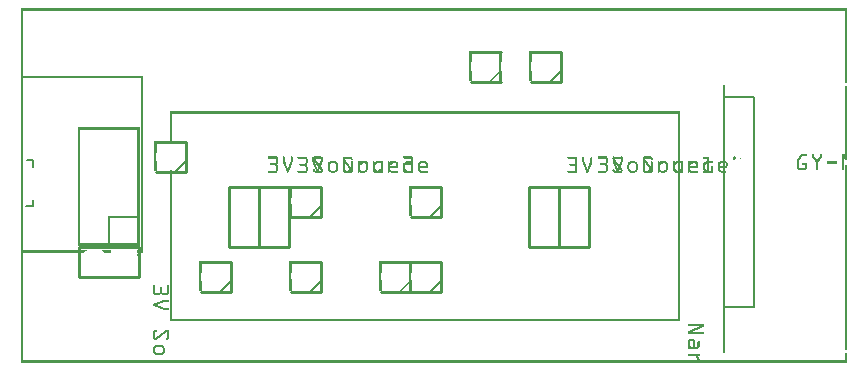
<source format=gto>
G04 MADE WITH FRITZING*
G04 WWW.FRITZING.ORG*
G04 DOUBLE SIDED*
G04 HOLES PLATED*
G04 CONTOUR ON CENTER OF CONTOUR VECTOR*
%ASAXBY*%
%FSLAX23Y23*%
%MOIN*%
%OFA0B0*%
%SFA1.0B1.0*%
%ADD10C,0.010000*%
%ADD11C,0.005000*%
%ADD12C,0.008000*%
%ADD13C,0.005556*%
%ADD14R,0.001000X0.001000*%
%LNSILK1*%
G90*
G70*
G54D10*
X1799Y937D02*
X1799Y1037D01*
D02*
X1799Y1037D02*
X1699Y1037D01*
D02*
X1699Y937D02*
X1799Y937D01*
G54D11*
D02*
X1799Y972D02*
X1764Y937D01*
G54D10*
D02*
X699Y237D02*
X699Y337D01*
D02*
X699Y337D02*
X599Y337D01*
D02*
X599Y237D02*
X699Y237D01*
G54D11*
D02*
X699Y272D02*
X664Y237D01*
G54D10*
D02*
X549Y637D02*
X549Y737D01*
D02*
X549Y737D02*
X449Y737D01*
D02*
X449Y637D02*
X549Y637D01*
G54D11*
D02*
X549Y672D02*
X514Y637D01*
G54D10*
D02*
X1599Y1037D02*
X1499Y1037D01*
D02*
X1499Y937D02*
X1599Y937D01*
D02*
X1795Y587D02*
X1795Y387D01*
D02*
X1795Y387D02*
X1895Y387D01*
D02*
X1895Y387D02*
X1895Y587D01*
D02*
X1895Y587D02*
X1795Y587D01*
D02*
X1694Y587D02*
X1694Y387D01*
D02*
X1694Y387D02*
X1794Y387D01*
D02*
X1794Y387D02*
X1794Y587D01*
D02*
X1794Y587D02*
X1694Y587D01*
D02*
X695Y587D02*
X695Y387D01*
D02*
X695Y387D02*
X795Y387D01*
D02*
X795Y587D02*
X695Y587D01*
D02*
X395Y387D02*
X195Y387D01*
D02*
X195Y387D02*
X195Y287D01*
D02*
X195Y287D02*
X395Y287D01*
D02*
X395Y287D02*
X395Y387D01*
D02*
X794Y587D02*
X794Y387D01*
D02*
X794Y387D02*
X894Y387D01*
D02*
X894Y387D02*
X894Y587D01*
D02*
X894Y587D02*
X794Y587D01*
G54D12*
D02*
X2344Y812D02*
X2344Y862D01*
D02*
X2344Y712D02*
X2344Y762D01*
D02*
X2444Y762D02*
X2444Y712D01*
D02*
X2444Y862D02*
X2444Y812D01*
D02*
X2344Y512D02*
X2344Y562D01*
D02*
X2344Y612D02*
X2344Y662D01*
D02*
X2444Y662D02*
X2444Y612D01*
D02*
X2344Y412D02*
X2344Y462D01*
D02*
X2444Y462D02*
X2444Y412D01*
D02*
X2444Y562D02*
X2444Y512D01*
D02*
X2344Y212D02*
X2344Y262D01*
D02*
X2344Y312D02*
X2344Y362D01*
D02*
X2444Y362D02*
X2444Y312D01*
D02*
X2369Y887D02*
X2419Y887D01*
D02*
X2444Y887D02*
X2444Y187D01*
D02*
X2444Y187D02*
X2344Y187D01*
D02*
X2344Y187D02*
X2344Y887D01*
D02*
X2344Y887D02*
X2444Y887D01*
D02*
X2344Y887D02*
X2344Y927D01*
D02*
X2344Y187D02*
X2344Y37D01*
G54D10*
D02*
X1000Y237D02*
X1000Y337D01*
D02*
X1000Y337D02*
X900Y337D01*
D02*
X900Y237D02*
X1000Y237D01*
G54D11*
D02*
X1000Y272D02*
X965Y237D01*
G54D10*
D02*
X1400Y487D02*
X1400Y587D01*
D02*
X1400Y587D02*
X1300Y587D01*
D02*
X1300Y487D02*
X1400Y487D01*
G54D11*
D02*
X1400Y522D02*
X1365Y487D01*
G54D10*
D02*
X1400Y237D02*
X1400Y337D01*
D02*
X1400Y337D02*
X1300Y337D01*
D02*
X1300Y237D02*
X1400Y237D01*
G54D11*
D02*
X1400Y272D02*
X1365Y237D01*
G54D10*
D02*
X1300Y337D02*
X1200Y337D01*
D02*
X1200Y237D02*
X1300Y237D01*
D02*
X1000Y487D02*
X1000Y587D01*
D02*
X1000Y587D02*
X900Y587D01*
D02*
X900Y487D02*
X1000Y487D01*
G54D11*
D02*
X1000Y522D02*
X965Y487D01*
G54D13*
X40Y543D02*
X40Y522D01*
X17Y522D01*
D02*
X19Y675D02*
X40Y675D01*
X40Y653D01*
D02*
G54D14*
X0Y1181D02*
X2754Y1181D01*
X0Y1180D02*
X2754Y1180D01*
X0Y1179D02*
X2754Y1179D01*
X0Y1178D02*
X2754Y1178D01*
X0Y1177D02*
X2754Y1177D01*
X0Y1176D02*
X2754Y1176D01*
X0Y1175D02*
X2754Y1175D01*
X0Y1174D02*
X2754Y1174D01*
X0Y1173D02*
X7Y1173D01*
X2747Y1173D02*
X2754Y1173D01*
X0Y1172D02*
X7Y1172D01*
X2747Y1172D02*
X2754Y1172D01*
X0Y1171D02*
X7Y1171D01*
X2747Y1171D02*
X2754Y1171D01*
X0Y1170D02*
X7Y1170D01*
X2747Y1170D02*
X2754Y1170D01*
X0Y1169D02*
X7Y1169D01*
X2747Y1169D02*
X2754Y1169D01*
X0Y1168D02*
X7Y1168D01*
X2747Y1168D02*
X2754Y1168D01*
X0Y1167D02*
X7Y1167D01*
X2747Y1167D02*
X2754Y1167D01*
X0Y1166D02*
X7Y1166D01*
X2747Y1166D02*
X2754Y1166D01*
X0Y1165D02*
X7Y1165D01*
X2747Y1165D02*
X2754Y1165D01*
X0Y1164D02*
X7Y1164D01*
X2747Y1164D02*
X2754Y1164D01*
X0Y1163D02*
X7Y1163D01*
X2747Y1163D02*
X2754Y1163D01*
X0Y1162D02*
X7Y1162D01*
X2747Y1162D02*
X2754Y1162D01*
X0Y1161D02*
X7Y1161D01*
X2747Y1161D02*
X2754Y1161D01*
X0Y1160D02*
X7Y1160D01*
X2747Y1160D02*
X2754Y1160D01*
X0Y1159D02*
X7Y1159D01*
X2747Y1159D02*
X2754Y1159D01*
X0Y1158D02*
X7Y1158D01*
X2747Y1158D02*
X2754Y1158D01*
X0Y1157D02*
X7Y1157D01*
X2747Y1157D02*
X2754Y1157D01*
X0Y1156D02*
X7Y1156D01*
X2747Y1156D02*
X2754Y1156D01*
X0Y1155D02*
X7Y1155D01*
X2747Y1155D02*
X2754Y1155D01*
X0Y1154D02*
X7Y1154D01*
X2747Y1154D02*
X2754Y1154D01*
X0Y1153D02*
X7Y1153D01*
X2747Y1153D02*
X2754Y1153D01*
X0Y1152D02*
X7Y1152D01*
X2747Y1152D02*
X2754Y1152D01*
X0Y1151D02*
X7Y1151D01*
X2747Y1151D02*
X2754Y1151D01*
X0Y1150D02*
X7Y1150D01*
X2747Y1150D02*
X2754Y1150D01*
X0Y1149D02*
X7Y1149D01*
X2747Y1149D02*
X2754Y1149D01*
X0Y1148D02*
X7Y1148D01*
X2747Y1148D02*
X2754Y1148D01*
X0Y1147D02*
X7Y1147D01*
X2747Y1147D02*
X2754Y1147D01*
X0Y1146D02*
X7Y1146D01*
X2747Y1146D02*
X2754Y1146D01*
X0Y1145D02*
X7Y1145D01*
X2747Y1145D02*
X2754Y1145D01*
X0Y1144D02*
X7Y1144D01*
X2747Y1144D02*
X2754Y1144D01*
X0Y1143D02*
X7Y1143D01*
X2747Y1143D02*
X2754Y1143D01*
X0Y1142D02*
X7Y1142D01*
X2747Y1142D02*
X2754Y1142D01*
X0Y1141D02*
X7Y1141D01*
X2747Y1141D02*
X2754Y1141D01*
X0Y1140D02*
X7Y1140D01*
X2747Y1140D02*
X2754Y1140D01*
X0Y1139D02*
X7Y1139D01*
X2747Y1139D02*
X2754Y1139D01*
X0Y1138D02*
X7Y1138D01*
X2747Y1138D02*
X2754Y1138D01*
X0Y1137D02*
X7Y1137D01*
X2747Y1137D02*
X2754Y1137D01*
X0Y1136D02*
X7Y1136D01*
X2747Y1136D02*
X2754Y1136D01*
X0Y1135D02*
X7Y1135D01*
X2747Y1135D02*
X2754Y1135D01*
X0Y1134D02*
X7Y1134D01*
X2747Y1134D02*
X2754Y1134D01*
X0Y1133D02*
X7Y1133D01*
X2747Y1133D02*
X2754Y1133D01*
X0Y1132D02*
X7Y1132D01*
X2747Y1132D02*
X2754Y1132D01*
X0Y1131D02*
X7Y1131D01*
X2747Y1131D02*
X2754Y1131D01*
X0Y1130D02*
X7Y1130D01*
X2747Y1130D02*
X2754Y1130D01*
X0Y1129D02*
X7Y1129D01*
X2747Y1129D02*
X2754Y1129D01*
X0Y1128D02*
X7Y1128D01*
X2747Y1128D02*
X2754Y1128D01*
X0Y1127D02*
X7Y1127D01*
X2747Y1127D02*
X2754Y1127D01*
X0Y1126D02*
X7Y1126D01*
X2747Y1126D02*
X2754Y1126D01*
X0Y1125D02*
X7Y1125D01*
X2747Y1125D02*
X2754Y1125D01*
X0Y1124D02*
X7Y1124D01*
X2747Y1124D02*
X2754Y1124D01*
X0Y1123D02*
X7Y1123D01*
X2747Y1123D02*
X2754Y1123D01*
X0Y1122D02*
X7Y1122D01*
X2747Y1122D02*
X2754Y1122D01*
X0Y1121D02*
X7Y1121D01*
X2747Y1121D02*
X2754Y1121D01*
X0Y1120D02*
X7Y1120D01*
X2747Y1120D02*
X2754Y1120D01*
X0Y1119D02*
X7Y1119D01*
X2747Y1119D02*
X2754Y1119D01*
X0Y1118D02*
X7Y1118D01*
X2747Y1118D02*
X2754Y1118D01*
X0Y1117D02*
X7Y1117D01*
X2747Y1117D02*
X2754Y1117D01*
X0Y1116D02*
X7Y1116D01*
X2747Y1116D02*
X2754Y1116D01*
X0Y1115D02*
X7Y1115D01*
X2747Y1115D02*
X2754Y1115D01*
X0Y1114D02*
X7Y1114D01*
X2747Y1114D02*
X2754Y1114D01*
X0Y1113D02*
X7Y1113D01*
X2747Y1113D02*
X2754Y1113D01*
X0Y1112D02*
X7Y1112D01*
X2747Y1112D02*
X2754Y1112D01*
X0Y1111D02*
X7Y1111D01*
X2747Y1111D02*
X2754Y1111D01*
X0Y1110D02*
X7Y1110D01*
X2747Y1110D02*
X2754Y1110D01*
X0Y1109D02*
X7Y1109D01*
X2747Y1109D02*
X2754Y1109D01*
X0Y1108D02*
X7Y1108D01*
X2747Y1108D02*
X2754Y1108D01*
X0Y1107D02*
X7Y1107D01*
X2747Y1107D02*
X2754Y1107D01*
X0Y1106D02*
X7Y1106D01*
X2747Y1106D02*
X2754Y1106D01*
X0Y1105D02*
X7Y1105D01*
X2747Y1105D02*
X2754Y1105D01*
X0Y1104D02*
X7Y1104D01*
X2747Y1104D02*
X2754Y1104D01*
X0Y1103D02*
X7Y1103D01*
X2747Y1103D02*
X2754Y1103D01*
X0Y1102D02*
X7Y1102D01*
X2747Y1102D02*
X2754Y1102D01*
X0Y1101D02*
X7Y1101D01*
X2747Y1101D02*
X2754Y1101D01*
X0Y1100D02*
X7Y1100D01*
X2747Y1100D02*
X2754Y1100D01*
X0Y1099D02*
X7Y1099D01*
X2747Y1099D02*
X2754Y1099D01*
X0Y1098D02*
X7Y1098D01*
X2747Y1098D02*
X2754Y1098D01*
X0Y1097D02*
X7Y1097D01*
X2747Y1097D02*
X2754Y1097D01*
X0Y1096D02*
X7Y1096D01*
X2747Y1096D02*
X2754Y1096D01*
X0Y1095D02*
X7Y1095D01*
X2747Y1095D02*
X2754Y1095D01*
X0Y1094D02*
X7Y1094D01*
X2747Y1094D02*
X2754Y1094D01*
X0Y1093D02*
X7Y1093D01*
X2747Y1093D02*
X2754Y1093D01*
X0Y1092D02*
X7Y1092D01*
X2747Y1092D02*
X2754Y1092D01*
X0Y1091D02*
X7Y1091D01*
X2747Y1091D02*
X2754Y1091D01*
X0Y1090D02*
X7Y1090D01*
X2747Y1090D02*
X2754Y1090D01*
X0Y1089D02*
X7Y1089D01*
X2747Y1089D02*
X2754Y1089D01*
X0Y1088D02*
X7Y1088D01*
X2747Y1088D02*
X2754Y1088D01*
X0Y1087D02*
X7Y1087D01*
X2747Y1087D02*
X2754Y1087D01*
X0Y1086D02*
X7Y1086D01*
X2747Y1086D02*
X2754Y1086D01*
X0Y1085D02*
X7Y1085D01*
X2747Y1085D02*
X2754Y1085D01*
X0Y1084D02*
X7Y1084D01*
X2747Y1084D02*
X2754Y1084D01*
X0Y1083D02*
X7Y1083D01*
X2747Y1083D02*
X2754Y1083D01*
X0Y1082D02*
X7Y1082D01*
X2747Y1082D02*
X2754Y1082D01*
X0Y1081D02*
X7Y1081D01*
X2747Y1081D02*
X2754Y1081D01*
X0Y1080D02*
X7Y1080D01*
X2747Y1080D02*
X2754Y1080D01*
X0Y1079D02*
X7Y1079D01*
X2747Y1079D02*
X2754Y1079D01*
X0Y1078D02*
X7Y1078D01*
X2747Y1078D02*
X2754Y1078D01*
X0Y1077D02*
X7Y1077D01*
X2747Y1077D02*
X2754Y1077D01*
X0Y1076D02*
X7Y1076D01*
X2747Y1076D02*
X2754Y1076D01*
X0Y1075D02*
X7Y1075D01*
X2747Y1075D02*
X2754Y1075D01*
X0Y1074D02*
X7Y1074D01*
X2747Y1074D02*
X2754Y1074D01*
X0Y1073D02*
X7Y1073D01*
X2747Y1073D02*
X2754Y1073D01*
X0Y1072D02*
X7Y1072D01*
X2747Y1072D02*
X2754Y1072D01*
X0Y1071D02*
X7Y1071D01*
X2747Y1071D02*
X2754Y1071D01*
X0Y1070D02*
X7Y1070D01*
X2747Y1070D02*
X2754Y1070D01*
X0Y1069D02*
X7Y1069D01*
X2747Y1069D02*
X2754Y1069D01*
X0Y1068D02*
X7Y1068D01*
X2747Y1068D02*
X2754Y1068D01*
X0Y1067D02*
X7Y1067D01*
X2747Y1067D02*
X2754Y1067D01*
X0Y1066D02*
X7Y1066D01*
X2747Y1066D02*
X2754Y1066D01*
X0Y1065D02*
X7Y1065D01*
X2747Y1065D02*
X2754Y1065D01*
X0Y1064D02*
X7Y1064D01*
X2747Y1064D02*
X2754Y1064D01*
X0Y1063D02*
X7Y1063D01*
X2747Y1063D02*
X2754Y1063D01*
X0Y1062D02*
X7Y1062D01*
X2747Y1062D02*
X2754Y1062D01*
X0Y1061D02*
X7Y1061D01*
X2747Y1061D02*
X2754Y1061D01*
X0Y1060D02*
X7Y1060D01*
X2747Y1060D02*
X2754Y1060D01*
X0Y1059D02*
X7Y1059D01*
X2747Y1059D02*
X2754Y1059D01*
X0Y1058D02*
X7Y1058D01*
X2747Y1058D02*
X2754Y1058D01*
X0Y1057D02*
X7Y1057D01*
X2747Y1057D02*
X2754Y1057D01*
X0Y1056D02*
X7Y1056D01*
X2747Y1056D02*
X2754Y1056D01*
X0Y1055D02*
X7Y1055D01*
X2747Y1055D02*
X2754Y1055D01*
X0Y1054D02*
X7Y1054D01*
X2747Y1054D02*
X2754Y1054D01*
X0Y1053D02*
X7Y1053D01*
X2747Y1053D02*
X2754Y1053D01*
X0Y1052D02*
X7Y1052D01*
X2747Y1052D02*
X2754Y1052D01*
X0Y1051D02*
X7Y1051D01*
X2747Y1051D02*
X2754Y1051D01*
X0Y1050D02*
X7Y1050D01*
X2747Y1050D02*
X2754Y1050D01*
X0Y1049D02*
X7Y1049D01*
X2747Y1049D02*
X2754Y1049D01*
X0Y1048D02*
X7Y1048D01*
X2747Y1048D02*
X2754Y1048D01*
X0Y1047D02*
X7Y1047D01*
X2747Y1047D02*
X2754Y1047D01*
X0Y1046D02*
X7Y1046D01*
X2747Y1046D02*
X2754Y1046D01*
X0Y1045D02*
X7Y1045D01*
X2747Y1045D02*
X2754Y1045D01*
X0Y1044D02*
X7Y1044D01*
X2747Y1044D02*
X2754Y1044D01*
X0Y1043D02*
X7Y1043D01*
X2747Y1043D02*
X2754Y1043D01*
X0Y1042D02*
X7Y1042D01*
X2747Y1042D02*
X2754Y1042D01*
X0Y1041D02*
X7Y1041D01*
X2747Y1041D02*
X2754Y1041D01*
X0Y1040D02*
X7Y1040D01*
X2747Y1040D02*
X2754Y1040D01*
X0Y1039D02*
X7Y1039D01*
X2747Y1039D02*
X2754Y1039D01*
X0Y1038D02*
X7Y1038D01*
X2747Y1038D02*
X2754Y1038D01*
X0Y1037D02*
X7Y1037D01*
X1494Y1037D02*
X1503Y1037D01*
X1594Y1037D02*
X1603Y1037D01*
X1694Y1037D02*
X1702Y1037D01*
X2747Y1037D02*
X2754Y1037D01*
X0Y1036D02*
X7Y1036D01*
X1494Y1036D02*
X1503Y1036D01*
X1594Y1036D02*
X1603Y1036D01*
X1694Y1036D02*
X1703Y1036D01*
X2747Y1036D02*
X2754Y1036D01*
X0Y1035D02*
X7Y1035D01*
X1494Y1035D02*
X1503Y1035D01*
X1594Y1035D02*
X1603Y1035D01*
X1694Y1035D02*
X1703Y1035D01*
X2747Y1035D02*
X2754Y1035D01*
X0Y1034D02*
X7Y1034D01*
X1494Y1034D02*
X1503Y1034D01*
X1594Y1034D02*
X1603Y1034D01*
X1694Y1034D02*
X1703Y1034D01*
X2747Y1034D02*
X2754Y1034D01*
X0Y1033D02*
X7Y1033D01*
X1494Y1033D02*
X1503Y1033D01*
X1594Y1033D02*
X1603Y1033D01*
X1694Y1033D02*
X1703Y1033D01*
X2747Y1033D02*
X2754Y1033D01*
X0Y1032D02*
X7Y1032D01*
X1494Y1032D02*
X1503Y1032D01*
X1594Y1032D02*
X1603Y1032D01*
X1694Y1032D02*
X1703Y1032D01*
X2747Y1032D02*
X2754Y1032D01*
X0Y1031D02*
X7Y1031D01*
X1494Y1031D02*
X1503Y1031D01*
X1594Y1031D02*
X1603Y1031D01*
X1694Y1031D02*
X1703Y1031D01*
X2747Y1031D02*
X2754Y1031D01*
X0Y1030D02*
X7Y1030D01*
X1494Y1030D02*
X1503Y1030D01*
X1594Y1030D02*
X1603Y1030D01*
X1694Y1030D02*
X1703Y1030D01*
X2747Y1030D02*
X2754Y1030D01*
X0Y1029D02*
X7Y1029D01*
X1494Y1029D02*
X1503Y1029D01*
X1594Y1029D02*
X1603Y1029D01*
X1694Y1029D02*
X1703Y1029D01*
X2747Y1029D02*
X2754Y1029D01*
X0Y1028D02*
X7Y1028D01*
X1494Y1028D02*
X1503Y1028D01*
X1594Y1028D02*
X1603Y1028D01*
X1694Y1028D02*
X1703Y1028D01*
X2747Y1028D02*
X2754Y1028D01*
X0Y1027D02*
X7Y1027D01*
X1494Y1027D02*
X1503Y1027D01*
X1594Y1027D02*
X1603Y1027D01*
X1694Y1027D02*
X1703Y1027D01*
X2747Y1027D02*
X2754Y1027D01*
X0Y1026D02*
X7Y1026D01*
X1494Y1026D02*
X1503Y1026D01*
X1594Y1026D02*
X1603Y1026D01*
X1694Y1026D02*
X1703Y1026D01*
X2747Y1026D02*
X2754Y1026D01*
X0Y1025D02*
X7Y1025D01*
X1494Y1025D02*
X1503Y1025D01*
X1594Y1025D02*
X1603Y1025D01*
X1694Y1025D02*
X1703Y1025D01*
X2747Y1025D02*
X2754Y1025D01*
X0Y1024D02*
X7Y1024D01*
X1494Y1024D02*
X1503Y1024D01*
X1594Y1024D02*
X1603Y1024D01*
X1694Y1024D02*
X1703Y1024D01*
X2747Y1024D02*
X2754Y1024D01*
X0Y1023D02*
X7Y1023D01*
X1494Y1023D02*
X1503Y1023D01*
X1594Y1023D02*
X1603Y1023D01*
X1694Y1023D02*
X1703Y1023D01*
X2747Y1023D02*
X2754Y1023D01*
X0Y1022D02*
X7Y1022D01*
X1494Y1022D02*
X1503Y1022D01*
X1594Y1022D02*
X1603Y1022D01*
X1694Y1022D02*
X1703Y1022D01*
X2747Y1022D02*
X2754Y1022D01*
X0Y1021D02*
X7Y1021D01*
X1494Y1021D02*
X1503Y1021D01*
X1594Y1021D02*
X1603Y1021D01*
X1694Y1021D02*
X1703Y1021D01*
X2747Y1021D02*
X2754Y1021D01*
X0Y1020D02*
X7Y1020D01*
X1494Y1020D02*
X1503Y1020D01*
X1594Y1020D02*
X1603Y1020D01*
X1694Y1020D02*
X1703Y1020D01*
X2747Y1020D02*
X2754Y1020D01*
X0Y1019D02*
X7Y1019D01*
X1494Y1019D02*
X1503Y1019D01*
X1594Y1019D02*
X1603Y1019D01*
X1694Y1019D02*
X1703Y1019D01*
X2747Y1019D02*
X2754Y1019D01*
X0Y1018D02*
X7Y1018D01*
X1494Y1018D02*
X1503Y1018D01*
X1594Y1018D02*
X1603Y1018D01*
X1694Y1018D02*
X1703Y1018D01*
X2747Y1018D02*
X2754Y1018D01*
X0Y1017D02*
X7Y1017D01*
X1494Y1017D02*
X1503Y1017D01*
X1594Y1017D02*
X1603Y1017D01*
X1694Y1017D02*
X1703Y1017D01*
X2747Y1017D02*
X2754Y1017D01*
X0Y1016D02*
X7Y1016D01*
X1494Y1016D02*
X1503Y1016D01*
X1594Y1016D02*
X1603Y1016D01*
X1694Y1016D02*
X1703Y1016D01*
X2747Y1016D02*
X2754Y1016D01*
X0Y1015D02*
X7Y1015D01*
X1494Y1015D02*
X1503Y1015D01*
X1594Y1015D02*
X1603Y1015D01*
X1694Y1015D02*
X1703Y1015D01*
X2747Y1015D02*
X2754Y1015D01*
X0Y1014D02*
X7Y1014D01*
X1494Y1014D02*
X1503Y1014D01*
X1594Y1014D02*
X1603Y1014D01*
X1694Y1014D02*
X1703Y1014D01*
X2747Y1014D02*
X2754Y1014D01*
X0Y1013D02*
X7Y1013D01*
X1494Y1013D02*
X1503Y1013D01*
X1594Y1013D02*
X1603Y1013D01*
X1694Y1013D02*
X1703Y1013D01*
X2747Y1013D02*
X2754Y1013D01*
X0Y1012D02*
X7Y1012D01*
X1494Y1012D02*
X1503Y1012D01*
X1594Y1012D02*
X1603Y1012D01*
X1694Y1012D02*
X1703Y1012D01*
X2747Y1012D02*
X2754Y1012D01*
X0Y1011D02*
X7Y1011D01*
X1494Y1011D02*
X1503Y1011D01*
X1594Y1011D02*
X1603Y1011D01*
X1694Y1011D02*
X1703Y1011D01*
X2747Y1011D02*
X2754Y1011D01*
X0Y1010D02*
X7Y1010D01*
X1494Y1010D02*
X1503Y1010D01*
X1594Y1010D02*
X1603Y1010D01*
X1694Y1010D02*
X1703Y1010D01*
X2747Y1010D02*
X2754Y1010D01*
X0Y1009D02*
X7Y1009D01*
X1494Y1009D02*
X1503Y1009D01*
X1594Y1009D02*
X1603Y1009D01*
X1694Y1009D02*
X1703Y1009D01*
X2747Y1009D02*
X2754Y1009D01*
X0Y1008D02*
X7Y1008D01*
X1494Y1008D02*
X1503Y1008D01*
X1594Y1008D02*
X1603Y1008D01*
X1694Y1008D02*
X1703Y1008D01*
X2747Y1008D02*
X2754Y1008D01*
X0Y1007D02*
X7Y1007D01*
X1494Y1007D02*
X1503Y1007D01*
X1594Y1007D02*
X1603Y1007D01*
X1694Y1007D02*
X1703Y1007D01*
X2747Y1007D02*
X2754Y1007D01*
X0Y1006D02*
X7Y1006D01*
X1494Y1006D02*
X1503Y1006D01*
X1594Y1006D02*
X1603Y1006D01*
X1694Y1006D02*
X1703Y1006D01*
X2747Y1006D02*
X2754Y1006D01*
X0Y1005D02*
X7Y1005D01*
X1494Y1005D02*
X1503Y1005D01*
X1594Y1005D02*
X1603Y1005D01*
X1694Y1005D02*
X1703Y1005D01*
X2747Y1005D02*
X2754Y1005D01*
X0Y1004D02*
X7Y1004D01*
X1494Y1004D02*
X1502Y1004D01*
X1594Y1004D02*
X1602Y1004D01*
X1694Y1004D02*
X1702Y1004D01*
X2747Y1004D02*
X2754Y1004D01*
X0Y1003D02*
X7Y1003D01*
X1494Y1003D02*
X1502Y1003D01*
X1594Y1003D02*
X1602Y1003D01*
X1694Y1003D02*
X1702Y1003D01*
X2747Y1003D02*
X2754Y1003D01*
X0Y1002D02*
X7Y1002D01*
X1494Y1002D02*
X1502Y1002D01*
X1594Y1002D02*
X1602Y1002D01*
X1694Y1002D02*
X1702Y1002D01*
X2747Y1002D02*
X2754Y1002D01*
X0Y1001D02*
X7Y1001D01*
X1494Y1001D02*
X1501Y1001D01*
X1594Y1001D02*
X1601Y1001D01*
X1694Y1001D02*
X1701Y1001D01*
X2747Y1001D02*
X2754Y1001D01*
X0Y1000D02*
X7Y1000D01*
X1494Y1000D02*
X1501Y1000D01*
X1594Y1000D02*
X1601Y1000D01*
X1694Y1000D02*
X1701Y1000D01*
X2747Y1000D02*
X2754Y1000D01*
X0Y999D02*
X7Y999D01*
X1494Y999D02*
X1501Y999D01*
X1594Y999D02*
X1601Y999D01*
X1694Y999D02*
X1701Y999D01*
X2747Y999D02*
X2754Y999D01*
X0Y998D02*
X7Y998D01*
X1494Y998D02*
X1500Y998D01*
X1594Y998D02*
X1600Y998D01*
X1694Y998D02*
X1700Y998D01*
X2747Y998D02*
X2754Y998D01*
X0Y997D02*
X7Y997D01*
X1494Y997D02*
X1500Y997D01*
X1594Y997D02*
X1600Y997D01*
X1694Y997D02*
X1700Y997D01*
X2747Y997D02*
X2754Y997D01*
X0Y996D02*
X7Y996D01*
X1494Y996D02*
X1500Y996D01*
X1594Y996D02*
X1600Y996D01*
X1694Y996D02*
X1700Y996D01*
X2747Y996D02*
X2754Y996D01*
X0Y995D02*
X7Y995D01*
X1494Y995D02*
X1500Y995D01*
X1594Y995D02*
X1600Y995D01*
X1694Y995D02*
X1700Y995D01*
X2747Y995D02*
X2754Y995D01*
X0Y994D02*
X7Y994D01*
X1494Y994D02*
X1500Y994D01*
X1594Y994D02*
X1600Y994D01*
X1694Y994D02*
X1700Y994D01*
X2747Y994D02*
X2754Y994D01*
X0Y993D02*
X7Y993D01*
X1494Y993D02*
X1499Y993D01*
X1594Y993D02*
X1599Y993D01*
X1694Y993D02*
X1699Y993D01*
X2747Y993D02*
X2754Y993D01*
X0Y992D02*
X7Y992D01*
X1494Y992D02*
X1499Y992D01*
X1594Y992D02*
X1599Y992D01*
X1694Y992D02*
X1699Y992D01*
X2747Y992D02*
X2754Y992D01*
X0Y991D02*
X7Y991D01*
X1494Y991D02*
X1499Y991D01*
X1594Y991D02*
X1599Y991D01*
X1694Y991D02*
X1699Y991D01*
X2747Y991D02*
X2754Y991D01*
X0Y990D02*
X7Y990D01*
X1494Y990D02*
X1499Y990D01*
X1594Y990D02*
X1599Y990D01*
X1694Y990D02*
X1699Y990D01*
X2747Y990D02*
X2754Y990D01*
X0Y989D02*
X7Y989D01*
X1494Y989D02*
X1499Y989D01*
X1594Y989D02*
X1599Y989D01*
X1694Y989D02*
X1699Y989D01*
X2747Y989D02*
X2754Y989D01*
X0Y988D02*
X7Y988D01*
X1494Y988D02*
X1499Y988D01*
X1594Y988D02*
X1599Y988D01*
X1694Y988D02*
X1699Y988D01*
X2747Y988D02*
X2754Y988D01*
X0Y987D02*
X7Y987D01*
X1494Y987D02*
X1499Y987D01*
X1594Y987D02*
X1599Y987D01*
X1694Y987D02*
X1699Y987D01*
X2747Y987D02*
X2754Y987D01*
X0Y986D02*
X7Y986D01*
X1494Y986D02*
X1499Y986D01*
X1594Y986D02*
X1599Y986D01*
X1694Y986D02*
X1699Y986D01*
X2747Y986D02*
X2754Y986D01*
X0Y985D02*
X7Y985D01*
X1494Y985D02*
X1499Y985D01*
X1594Y985D02*
X1599Y985D01*
X1694Y985D02*
X1699Y985D01*
X2747Y985D02*
X2754Y985D01*
X0Y984D02*
X7Y984D01*
X1494Y984D02*
X1499Y984D01*
X1594Y984D02*
X1599Y984D01*
X1694Y984D02*
X1699Y984D01*
X2747Y984D02*
X2754Y984D01*
X0Y983D02*
X7Y983D01*
X1494Y983D02*
X1499Y983D01*
X1594Y983D02*
X1599Y983D01*
X1694Y983D02*
X1699Y983D01*
X2747Y983D02*
X2754Y983D01*
X0Y982D02*
X7Y982D01*
X1494Y982D02*
X1499Y982D01*
X1594Y982D02*
X1599Y982D01*
X1694Y982D02*
X1699Y982D01*
X2747Y982D02*
X2754Y982D01*
X0Y981D02*
X7Y981D01*
X1494Y981D02*
X1499Y981D01*
X1594Y981D02*
X1599Y981D01*
X1694Y981D02*
X1699Y981D01*
X2747Y981D02*
X2754Y981D01*
X0Y980D02*
X7Y980D01*
X1494Y980D02*
X1500Y980D01*
X1594Y980D02*
X1600Y980D01*
X1694Y980D02*
X1700Y980D01*
X2747Y980D02*
X2754Y980D01*
X0Y979D02*
X7Y979D01*
X1494Y979D02*
X1500Y979D01*
X1594Y979D02*
X1600Y979D01*
X1694Y979D02*
X1700Y979D01*
X2747Y979D02*
X2754Y979D01*
X0Y978D02*
X7Y978D01*
X1494Y978D02*
X1500Y978D01*
X1594Y978D02*
X1600Y978D01*
X1694Y978D02*
X1700Y978D01*
X2747Y978D02*
X2754Y978D01*
X0Y977D02*
X7Y977D01*
X1494Y977D02*
X1500Y977D01*
X1594Y977D02*
X1600Y977D01*
X1694Y977D02*
X1700Y977D01*
X2747Y977D02*
X2754Y977D01*
X0Y976D02*
X7Y976D01*
X1494Y976D02*
X1500Y976D01*
X1594Y976D02*
X1600Y976D01*
X1694Y976D02*
X1700Y976D01*
X2747Y976D02*
X2754Y976D01*
X0Y975D02*
X7Y975D01*
X1494Y975D02*
X1501Y975D01*
X1594Y975D02*
X1601Y975D01*
X1694Y975D02*
X1701Y975D01*
X2747Y975D02*
X2754Y975D01*
X0Y974D02*
X7Y974D01*
X1494Y974D02*
X1501Y974D01*
X1594Y974D02*
X1601Y974D01*
X1694Y974D02*
X1701Y974D01*
X2747Y974D02*
X2754Y974D01*
X0Y973D02*
X7Y973D01*
X1494Y973D02*
X1501Y973D01*
X1594Y973D02*
X1601Y973D01*
X1694Y973D02*
X1701Y973D01*
X2747Y973D02*
X2754Y973D01*
X0Y972D02*
X7Y972D01*
X1494Y972D02*
X1502Y972D01*
X1594Y972D02*
X1602Y972D01*
X1694Y972D02*
X1702Y972D01*
X2747Y972D02*
X2754Y972D01*
X0Y971D02*
X7Y971D01*
X1494Y971D02*
X1502Y971D01*
X1594Y971D02*
X1602Y971D01*
X1694Y971D02*
X1702Y971D01*
X2747Y971D02*
X2754Y971D01*
X0Y970D02*
X7Y970D01*
X1494Y970D02*
X1502Y970D01*
X1593Y970D02*
X1602Y970D01*
X1694Y970D02*
X1702Y970D01*
X2747Y970D02*
X2754Y970D01*
X0Y969D02*
X7Y969D01*
X1494Y969D02*
X1503Y969D01*
X1592Y969D02*
X1603Y969D01*
X1694Y969D02*
X1703Y969D01*
X2747Y969D02*
X2754Y969D01*
X0Y968D02*
X7Y968D01*
X1494Y968D02*
X1503Y968D01*
X1591Y968D02*
X1603Y968D01*
X1694Y968D02*
X1703Y968D01*
X2747Y968D02*
X2754Y968D01*
X0Y967D02*
X7Y967D01*
X1494Y967D02*
X1503Y967D01*
X1590Y967D02*
X1603Y967D01*
X1694Y967D02*
X1703Y967D01*
X2747Y967D02*
X2754Y967D01*
X0Y966D02*
X7Y966D01*
X1494Y966D02*
X1503Y966D01*
X1589Y966D02*
X1603Y966D01*
X1694Y966D02*
X1703Y966D01*
X2747Y966D02*
X2754Y966D01*
X0Y965D02*
X7Y965D01*
X1494Y965D02*
X1503Y965D01*
X1588Y965D02*
X1603Y965D01*
X1694Y965D02*
X1703Y965D01*
X2747Y965D02*
X2754Y965D01*
X0Y964D02*
X7Y964D01*
X1494Y964D02*
X1503Y964D01*
X1587Y964D02*
X1603Y964D01*
X1694Y964D02*
X1703Y964D01*
X2747Y964D02*
X2754Y964D01*
X0Y963D02*
X7Y963D01*
X1494Y963D02*
X1503Y963D01*
X1586Y963D02*
X1592Y963D01*
X1594Y963D02*
X1603Y963D01*
X1694Y963D02*
X1703Y963D01*
X2747Y963D02*
X2754Y963D01*
X0Y962D02*
X7Y962D01*
X1494Y962D02*
X1503Y962D01*
X1585Y962D02*
X1591Y962D01*
X1594Y962D02*
X1603Y962D01*
X1694Y962D02*
X1703Y962D01*
X2747Y962D02*
X2754Y962D01*
X0Y961D02*
X7Y961D01*
X1494Y961D02*
X1503Y961D01*
X1584Y961D02*
X1590Y961D01*
X1594Y961D02*
X1603Y961D01*
X1694Y961D02*
X1703Y961D01*
X2747Y961D02*
X2754Y961D01*
X0Y960D02*
X7Y960D01*
X1494Y960D02*
X1503Y960D01*
X1583Y960D02*
X1589Y960D01*
X1594Y960D02*
X1603Y960D01*
X1694Y960D02*
X1703Y960D01*
X2747Y960D02*
X2754Y960D01*
X0Y959D02*
X7Y959D01*
X1494Y959D02*
X1503Y959D01*
X1582Y959D02*
X1588Y959D01*
X1594Y959D02*
X1603Y959D01*
X1694Y959D02*
X1703Y959D01*
X2747Y959D02*
X2754Y959D01*
X0Y958D02*
X7Y958D01*
X1494Y958D02*
X1503Y958D01*
X1581Y958D02*
X1587Y958D01*
X1594Y958D02*
X1603Y958D01*
X1694Y958D02*
X1703Y958D01*
X2747Y958D02*
X2754Y958D01*
X0Y957D02*
X7Y957D01*
X1494Y957D02*
X1503Y957D01*
X1580Y957D02*
X1586Y957D01*
X1594Y957D02*
X1603Y957D01*
X1694Y957D02*
X1703Y957D01*
X2747Y957D02*
X2754Y957D01*
X0Y956D02*
X408Y956D01*
X1494Y956D02*
X1503Y956D01*
X1579Y956D02*
X1585Y956D01*
X1594Y956D02*
X1603Y956D01*
X1694Y956D02*
X1703Y956D01*
X2747Y956D02*
X2754Y956D01*
X0Y955D02*
X408Y955D01*
X1494Y955D02*
X1503Y955D01*
X1578Y955D02*
X1584Y955D01*
X1594Y955D02*
X1603Y955D01*
X1694Y955D02*
X1703Y955D01*
X2747Y955D02*
X2754Y955D01*
X0Y954D02*
X408Y954D01*
X1494Y954D02*
X1503Y954D01*
X1577Y954D02*
X1583Y954D01*
X1594Y954D02*
X1603Y954D01*
X1694Y954D02*
X1703Y954D01*
X2747Y954D02*
X2754Y954D01*
X0Y953D02*
X408Y953D01*
X1494Y953D02*
X1503Y953D01*
X1576Y953D02*
X1582Y953D01*
X1594Y953D02*
X1603Y953D01*
X1694Y953D02*
X1703Y953D01*
X2747Y953D02*
X2754Y953D01*
X0Y952D02*
X408Y952D01*
X1494Y952D02*
X1503Y952D01*
X1575Y952D02*
X1581Y952D01*
X1594Y952D02*
X1603Y952D01*
X1694Y952D02*
X1703Y952D01*
X2747Y952D02*
X2754Y952D01*
X0Y951D02*
X408Y951D01*
X1494Y951D02*
X1503Y951D01*
X1574Y951D02*
X1580Y951D01*
X1594Y951D02*
X1603Y951D01*
X1694Y951D02*
X1703Y951D01*
X2747Y951D02*
X2754Y951D01*
X0Y950D02*
X408Y950D01*
X1494Y950D02*
X1503Y950D01*
X1573Y950D02*
X1579Y950D01*
X1594Y950D02*
X1603Y950D01*
X1694Y950D02*
X1703Y950D01*
X2747Y950D02*
X2754Y950D01*
X0Y949D02*
X408Y949D01*
X1494Y949D02*
X1503Y949D01*
X1572Y949D02*
X1578Y949D01*
X1594Y949D02*
X1603Y949D01*
X1694Y949D02*
X1703Y949D01*
X2747Y949D02*
X2754Y949D01*
X0Y948D02*
X7Y948D01*
X399Y948D02*
X408Y948D01*
X1494Y948D02*
X1503Y948D01*
X1571Y948D02*
X1577Y948D01*
X1594Y948D02*
X1603Y948D01*
X1694Y948D02*
X1703Y948D01*
X2747Y948D02*
X2754Y948D01*
X0Y947D02*
X7Y947D01*
X400Y947D02*
X408Y947D01*
X1494Y947D02*
X1503Y947D01*
X1570Y947D02*
X1576Y947D01*
X1594Y947D02*
X1603Y947D01*
X1694Y947D02*
X1703Y947D01*
X2747Y947D02*
X2754Y947D01*
X0Y946D02*
X7Y946D01*
X400Y946D02*
X408Y946D01*
X1494Y946D02*
X1503Y946D01*
X1569Y946D02*
X1575Y946D01*
X1594Y946D02*
X1603Y946D01*
X1694Y946D02*
X1703Y946D01*
X2747Y946D02*
X2754Y946D01*
X0Y945D02*
X7Y945D01*
X400Y945D02*
X408Y945D01*
X1494Y945D02*
X1503Y945D01*
X1568Y945D02*
X1574Y945D01*
X1594Y945D02*
X1603Y945D01*
X1694Y945D02*
X1703Y945D01*
X2747Y945D02*
X2754Y945D01*
X0Y944D02*
X7Y944D01*
X400Y944D02*
X408Y944D01*
X1494Y944D02*
X1503Y944D01*
X1567Y944D02*
X1573Y944D01*
X1594Y944D02*
X1603Y944D01*
X1694Y944D02*
X1703Y944D01*
X2747Y944D02*
X2754Y944D01*
X0Y943D02*
X7Y943D01*
X400Y943D02*
X408Y943D01*
X1494Y943D02*
X1503Y943D01*
X1566Y943D02*
X1572Y943D01*
X1594Y943D02*
X1603Y943D01*
X1694Y943D02*
X1703Y943D01*
X2747Y943D02*
X2754Y943D01*
X0Y942D02*
X7Y942D01*
X400Y942D02*
X408Y942D01*
X1494Y942D02*
X1503Y942D01*
X1565Y942D02*
X1571Y942D01*
X1594Y942D02*
X1603Y942D01*
X1694Y942D02*
X1703Y942D01*
X2747Y942D02*
X2754Y942D01*
X0Y941D02*
X7Y941D01*
X400Y941D02*
X408Y941D01*
X1494Y941D02*
X1503Y941D01*
X1564Y941D02*
X1570Y941D01*
X1594Y941D02*
X1603Y941D01*
X1694Y941D02*
X1703Y941D01*
X2747Y941D02*
X2754Y941D01*
X0Y940D02*
X7Y940D01*
X400Y940D02*
X408Y940D01*
X1494Y940D02*
X1503Y940D01*
X1563Y940D02*
X1569Y940D01*
X1594Y940D02*
X1603Y940D01*
X1694Y940D02*
X1703Y940D01*
X2747Y940D02*
X2754Y940D01*
X0Y939D02*
X7Y939D01*
X400Y939D02*
X408Y939D01*
X1494Y939D02*
X1503Y939D01*
X1562Y939D02*
X1568Y939D01*
X1594Y939D02*
X1603Y939D01*
X1694Y939D02*
X1703Y939D01*
X2747Y939D02*
X2754Y939D01*
X0Y938D02*
X7Y938D01*
X400Y938D02*
X408Y938D01*
X1494Y938D02*
X1503Y938D01*
X1563Y938D02*
X1567Y938D01*
X1594Y938D02*
X1603Y938D01*
X1694Y938D02*
X1703Y938D01*
X2747Y938D02*
X2754Y938D01*
X0Y937D02*
X7Y937D01*
X400Y937D02*
X408Y937D01*
X1564Y937D02*
X1566Y937D01*
X2747Y937D02*
X2754Y937D01*
X0Y936D02*
X7Y936D01*
X400Y936D02*
X408Y936D01*
X1565Y936D02*
X1565Y936D01*
X2747Y936D02*
X2754Y936D01*
X0Y935D02*
X7Y935D01*
X400Y935D02*
X408Y935D01*
X2747Y935D02*
X2754Y935D01*
X0Y934D02*
X7Y934D01*
X400Y934D02*
X408Y934D01*
X2747Y934D02*
X2754Y934D01*
X0Y933D02*
X7Y933D01*
X400Y933D02*
X408Y933D01*
X2747Y933D02*
X2754Y933D01*
X0Y932D02*
X7Y932D01*
X400Y932D02*
X408Y932D01*
X2747Y932D02*
X2754Y932D01*
X0Y931D02*
X7Y931D01*
X400Y931D02*
X408Y931D01*
X0Y930D02*
X7Y930D01*
X400Y930D02*
X408Y930D01*
X0Y929D02*
X7Y929D01*
X400Y929D02*
X408Y929D01*
X0Y928D02*
X7Y928D01*
X400Y928D02*
X408Y928D01*
X0Y927D02*
X7Y927D01*
X400Y927D02*
X408Y927D01*
X0Y926D02*
X7Y926D01*
X400Y926D02*
X408Y926D01*
X0Y925D02*
X7Y925D01*
X400Y925D02*
X408Y925D01*
X0Y924D02*
X7Y924D01*
X400Y924D02*
X408Y924D01*
X0Y923D02*
X7Y923D01*
X400Y923D02*
X408Y923D01*
X2747Y923D02*
X2754Y923D01*
X0Y922D02*
X7Y922D01*
X400Y922D02*
X408Y922D01*
X2747Y922D02*
X2754Y922D01*
X0Y921D02*
X7Y921D01*
X400Y921D02*
X408Y921D01*
X2747Y921D02*
X2754Y921D01*
X0Y920D02*
X7Y920D01*
X400Y920D02*
X408Y920D01*
X2747Y920D02*
X2754Y920D01*
X0Y919D02*
X7Y919D01*
X400Y919D02*
X408Y919D01*
X2747Y919D02*
X2754Y919D01*
X0Y918D02*
X7Y918D01*
X400Y918D02*
X408Y918D01*
X2747Y918D02*
X2754Y918D01*
X0Y917D02*
X7Y917D01*
X400Y917D02*
X408Y917D01*
X2747Y917D02*
X2754Y917D01*
X0Y916D02*
X7Y916D01*
X400Y916D02*
X408Y916D01*
X2747Y916D02*
X2754Y916D01*
X0Y915D02*
X7Y915D01*
X400Y915D02*
X408Y915D01*
X2747Y915D02*
X2754Y915D01*
X0Y914D02*
X7Y914D01*
X400Y914D02*
X408Y914D01*
X2747Y914D02*
X2754Y914D01*
X0Y913D02*
X7Y913D01*
X400Y913D02*
X408Y913D01*
X2747Y913D02*
X2754Y913D01*
X0Y912D02*
X7Y912D01*
X400Y912D02*
X408Y912D01*
X2747Y912D02*
X2754Y912D01*
X0Y911D02*
X7Y911D01*
X400Y911D02*
X408Y911D01*
X2747Y911D02*
X2754Y911D01*
X0Y910D02*
X7Y910D01*
X400Y910D02*
X408Y910D01*
X2747Y910D02*
X2754Y910D01*
X0Y909D02*
X7Y909D01*
X400Y909D02*
X408Y909D01*
X2747Y909D02*
X2754Y909D01*
X0Y908D02*
X7Y908D01*
X400Y908D02*
X408Y908D01*
X2747Y908D02*
X2754Y908D01*
X0Y907D02*
X7Y907D01*
X400Y907D02*
X408Y907D01*
X2747Y907D02*
X2754Y907D01*
X0Y906D02*
X7Y906D01*
X400Y906D02*
X408Y906D01*
X2747Y906D02*
X2754Y906D01*
X0Y905D02*
X7Y905D01*
X400Y905D02*
X408Y905D01*
X2747Y905D02*
X2754Y905D01*
X0Y904D02*
X7Y904D01*
X400Y904D02*
X408Y904D01*
X2747Y904D02*
X2754Y904D01*
X0Y903D02*
X7Y903D01*
X400Y903D02*
X408Y903D01*
X2747Y903D02*
X2754Y903D01*
X0Y902D02*
X7Y902D01*
X400Y902D02*
X408Y902D01*
X2747Y902D02*
X2754Y902D01*
X0Y901D02*
X7Y901D01*
X400Y901D02*
X408Y901D01*
X2747Y901D02*
X2754Y901D01*
X0Y900D02*
X7Y900D01*
X400Y900D02*
X408Y900D01*
X2747Y900D02*
X2754Y900D01*
X0Y899D02*
X7Y899D01*
X400Y899D02*
X408Y899D01*
X2747Y899D02*
X2754Y899D01*
X0Y898D02*
X7Y898D01*
X400Y898D02*
X408Y898D01*
X2747Y898D02*
X2754Y898D01*
X0Y897D02*
X7Y897D01*
X400Y897D02*
X408Y897D01*
X2747Y897D02*
X2754Y897D01*
X0Y896D02*
X7Y896D01*
X400Y896D02*
X408Y896D01*
X2747Y896D02*
X2754Y896D01*
X0Y895D02*
X7Y895D01*
X400Y895D02*
X408Y895D01*
X2747Y895D02*
X2754Y895D01*
X0Y894D02*
X7Y894D01*
X400Y894D02*
X408Y894D01*
X2747Y894D02*
X2754Y894D01*
X0Y893D02*
X7Y893D01*
X400Y893D02*
X408Y893D01*
X2747Y893D02*
X2754Y893D01*
X0Y892D02*
X7Y892D01*
X400Y892D02*
X408Y892D01*
X2747Y892D02*
X2754Y892D01*
X0Y891D02*
X7Y891D01*
X400Y891D02*
X408Y891D01*
X2747Y891D02*
X2754Y891D01*
X0Y890D02*
X7Y890D01*
X400Y890D02*
X408Y890D01*
X2747Y890D02*
X2754Y890D01*
X0Y889D02*
X7Y889D01*
X400Y889D02*
X408Y889D01*
X2747Y889D02*
X2754Y889D01*
X0Y888D02*
X7Y888D01*
X400Y888D02*
X408Y888D01*
X2747Y888D02*
X2754Y888D01*
X0Y887D02*
X7Y887D01*
X400Y887D02*
X408Y887D01*
X2747Y887D02*
X2754Y887D01*
X0Y886D02*
X7Y886D01*
X400Y886D02*
X408Y886D01*
X2747Y886D02*
X2754Y886D01*
X0Y885D02*
X7Y885D01*
X400Y885D02*
X408Y885D01*
X2747Y885D02*
X2754Y885D01*
X0Y884D02*
X7Y884D01*
X400Y884D02*
X408Y884D01*
X2747Y884D02*
X2754Y884D01*
X0Y883D02*
X7Y883D01*
X400Y883D02*
X408Y883D01*
X2747Y883D02*
X2754Y883D01*
X0Y882D02*
X7Y882D01*
X400Y882D02*
X408Y882D01*
X2747Y882D02*
X2754Y882D01*
X0Y881D02*
X7Y881D01*
X400Y881D02*
X408Y881D01*
X2747Y881D02*
X2754Y881D01*
X0Y880D02*
X7Y880D01*
X400Y880D02*
X408Y880D01*
X2747Y880D02*
X2754Y880D01*
X0Y879D02*
X7Y879D01*
X400Y879D02*
X408Y879D01*
X2747Y879D02*
X2754Y879D01*
X0Y878D02*
X7Y878D01*
X400Y878D02*
X408Y878D01*
X2747Y878D02*
X2754Y878D01*
X0Y877D02*
X7Y877D01*
X400Y877D02*
X408Y877D01*
X2747Y877D02*
X2754Y877D01*
X0Y876D02*
X7Y876D01*
X400Y876D02*
X408Y876D01*
X2747Y876D02*
X2754Y876D01*
X0Y875D02*
X7Y875D01*
X400Y875D02*
X408Y875D01*
X2747Y875D02*
X2754Y875D01*
X0Y874D02*
X7Y874D01*
X400Y874D02*
X408Y874D01*
X2747Y874D02*
X2754Y874D01*
X0Y873D02*
X7Y873D01*
X400Y873D02*
X408Y873D01*
X2747Y873D02*
X2754Y873D01*
X0Y872D02*
X7Y872D01*
X400Y872D02*
X408Y872D01*
X2747Y872D02*
X2754Y872D01*
X0Y871D02*
X7Y871D01*
X400Y871D02*
X408Y871D01*
X2747Y871D02*
X2754Y871D01*
X0Y870D02*
X7Y870D01*
X400Y870D02*
X408Y870D01*
X2747Y870D02*
X2754Y870D01*
X0Y869D02*
X7Y869D01*
X400Y869D02*
X408Y869D01*
X2747Y869D02*
X2754Y869D01*
X0Y868D02*
X7Y868D01*
X400Y868D02*
X408Y868D01*
X2747Y868D02*
X2754Y868D01*
X0Y867D02*
X7Y867D01*
X400Y867D02*
X408Y867D01*
X2747Y867D02*
X2754Y867D01*
X0Y866D02*
X7Y866D01*
X400Y866D02*
X408Y866D01*
X2747Y866D02*
X2754Y866D01*
X0Y865D02*
X7Y865D01*
X400Y865D02*
X408Y865D01*
X2747Y865D02*
X2754Y865D01*
X0Y864D02*
X7Y864D01*
X400Y864D02*
X408Y864D01*
X2747Y864D02*
X2754Y864D01*
X0Y863D02*
X7Y863D01*
X400Y863D02*
X408Y863D01*
X2747Y863D02*
X2754Y863D01*
X0Y862D02*
X7Y862D01*
X400Y862D02*
X408Y862D01*
X2747Y862D02*
X2754Y862D01*
X0Y861D02*
X7Y861D01*
X400Y861D02*
X408Y861D01*
X2747Y861D02*
X2754Y861D01*
X0Y860D02*
X7Y860D01*
X400Y860D02*
X408Y860D01*
X2747Y860D02*
X2754Y860D01*
X0Y859D02*
X7Y859D01*
X400Y859D02*
X408Y859D01*
X2747Y859D02*
X2754Y859D01*
X0Y858D02*
X7Y858D01*
X400Y858D02*
X408Y858D01*
X2747Y858D02*
X2754Y858D01*
X0Y857D02*
X7Y857D01*
X400Y857D02*
X408Y857D01*
X2747Y857D02*
X2754Y857D01*
X0Y856D02*
X7Y856D01*
X400Y856D02*
X408Y856D01*
X2747Y856D02*
X2754Y856D01*
X0Y855D02*
X7Y855D01*
X400Y855D02*
X408Y855D01*
X2747Y855D02*
X2754Y855D01*
X0Y854D02*
X7Y854D01*
X400Y854D02*
X408Y854D01*
X2747Y854D02*
X2754Y854D01*
X0Y853D02*
X7Y853D01*
X400Y853D02*
X408Y853D01*
X2747Y853D02*
X2754Y853D01*
X0Y852D02*
X7Y852D01*
X400Y852D02*
X408Y852D01*
X2747Y852D02*
X2754Y852D01*
X0Y851D02*
X7Y851D01*
X400Y851D02*
X408Y851D01*
X2747Y851D02*
X2754Y851D01*
X0Y850D02*
X7Y850D01*
X400Y850D02*
X408Y850D01*
X2747Y850D02*
X2754Y850D01*
X0Y849D02*
X7Y849D01*
X400Y849D02*
X408Y849D01*
X2747Y849D02*
X2754Y849D01*
X0Y848D02*
X7Y848D01*
X400Y848D02*
X408Y848D01*
X2747Y848D02*
X2754Y848D01*
X0Y847D02*
X7Y847D01*
X400Y847D02*
X408Y847D01*
X2747Y847D02*
X2754Y847D01*
X0Y846D02*
X7Y846D01*
X400Y846D02*
X408Y846D01*
X2747Y846D02*
X2754Y846D01*
X0Y845D02*
X7Y845D01*
X400Y845D02*
X408Y845D01*
X2747Y845D02*
X2754Y845D01*
X0Y844D02*
X7Y844D01*
X400Y844D02*
X408Y844D01*
X2747Y844D02*
X2754Y844D01*
X0Y843D02*
X7Y843D01*
X400Y843D02*
X408Y843D01*
X2747Y843D02*
X2754Y843D01*
X0Y842D02*
X7Y842D01*
X400Y842D02*
X408Y842D01*
X2747Y842D02*
X2754Y842D01*
X0Y841D02*
X7Y841D01*
X400Y841D02*
X408Y841D01*
X2747Y841D02*
X2754Y841D01*
X0Y840D02*
X7Y840D01*
X400Y840D02*
X408Y840D01*
X2747Y840D02*
X2754Y840D01*
X0Y839D02*
X7Y839D01*
X400Y839D02*
X408Y839D01*
X2747Y839D02*
X2754Y839D01*
X0Y838D02*
X7Y838D01*
X400Y838D02*
X408Y838D01*
X2747Y838D02*
X2754Y838D01*
X0Y837D02*
X7Y837D01*
X400Y837D02*
X408Y837D01*
X498Y837D02*
X2197Y837D01*
X2747Y837D02*
X2754Y837D01*
X0Y836D02*
X7Y836D01*
X400Y836D02*
X408Y836D01*
X498Y836D02*
X2197Y836D01*
X2747Y836D02*
X2754Y836D01*
X0Y835D02*
X7Y835D01*
X400Y835D02*
X408Y835D01*
X498Y835D02*
X2197Y835D01*
X2747Y835D02*
X2754Y835D01*
X0Y834D02*
X7Y834D01*
X400Y834D02*
X408Y834D01*
X498Y834D02*
X2197Y834D01*
X2747Y834D02*
X2754Y834D01*
X0Y833D02*
X7Y833D01*
X400Y833D02*
X408Y833D01*
X498Y833D02*
X2197Y833D01*
X2747Y833D02*
X2754Y833D01*
X0Y832D02*
X7Y832D01*
X400Y832D02*
X408Y832D01*
X498Y832D02*
X2197Y832D01*
X2747Y832D02*
X2754Y832D01*
X0Y831D02*
X7Y831D01*
X400Y831D02*
X408Y831D01*
X498Y831D02*
X2197Y831D01*
X2747Y831D02*
X2754Y831D01*
X0Y830D02*
X7Y830D01*
X400Y830D02*
X408Y830D01*
X498Y830D02*
X2197Y830D01*
X2747Y830D02*
X2754Y830D01*
X0Y829D02*
X7Y829D01*
X400Y829D02*
X408Y829D01*
X498Y829D02*
X506Y829D01*
X2190Y829D02*
X2197Y829D01*
X2747Y829D02*
X2754Y829D01*
X0Y828D02*
X7Y828D01*
X400Y828D02*
X408Y828D01*
X498Y828D02*
X505Y828D01*
X2190Y828D02*
X2197Y828D01*
X2747Y828D02*
X2754Y828D01*
X0Y827D02*
X7Y827D01*
X400Y827D02*
X408Y827D01*
X498Y827D02*
X505Y827D01*
X2190Y827D02*
X2197Y827D01*
X2747Y827D02*
X2754Y827D01*
X0Y826D02*
X7Y826D01*
X400Y826D02*
X408Y826D01*
X498Y826D02*
X505Y826D01*
X2190Y826D02*
X2197Y826D01*
X2747Y826D02*
X2754Y826D01*
X0Y825D02*
X7Y825D01*
X400Y825D02*
X408Y825D01*
X498Y825D02*
X505Y825D01*
X2190Y825D02*
X2197Y825D01*
X2747Y825D02*
X2754Y825D01*
X0Y824D02*
X7Y824D01*
X400Y824D02*
X408Y824D01*
X498Y824D02*
X505Y824D01*
X2190Y824D02*
X2197Y824D01*
X2747Y824D02*
X2754Y824D01*
X0Y823D02*
X7Y823D01*
X400Y823D02*
X408Y823D01*
X498Y823D02*
X505Y823D01*
X2190Y823D02*
X2197Y823D01*
X2747Y823D02*
X2754Y823D01*
X0Y822D02*
X7Y822D01*
X400Y822D02*
X408Y822D01*
X498Y822D02*
X505Y822D01*
X2190Y822D02*
X2197Y822D01*
X2747Y822D02*
X2754Y822D01*
X0Y821D02*
X7Y821D01*
X400Y821D02*
X408Y821D01*
X498Y821D02*
X505Y821D01*
X2190Y821D02*
X2197Y821D01*
X2747Y821D02*
X2754Y821D01*
X0Y820D02*
X7Y820D01*
X400Y820D02*
X408Y820D01*
X498Y820D02*
X505Y820D01*
X2190Y820D02*
X2197Y820D01*
X2747Y820D02*
X2754Y820D01*
X0Y819D02*
X7Y819D01*
X400Y819D02*
X408Y819D01*
X498Y819D02*
X505Y819D01*
X2190Y819D02*
X2197Y819D01*
X2747Y819D02*
X2754Y819D01*
X0Y818D02*
X7Y818D01*
X400Y818D02*
X408Y818D01*
X498Y818D02*
X505Y818D01*
X2190Y818D02*
X2197Y818D01*
X2747Y818D02*
X2754Y818D01*
X0Y817D02*
X7Y817D01*
X400Y817D02*
X408Y817D01*
X498Y817D02*
X505Y817D01*
X2190Y817D02*
X2197Y817D01*
X2747Y817D02*
X2754Y817D01*
X0Y816D02*
X7Y816D01*
X400Y816D02*
X408Y816D01*
X498Y816D02*
X505Y816D01*
X2190Y816D02*
X2197Y816D01*
X2747Y816D02*
X2754Y816D01*
X0Y815D02*
X7Y815D01*
X400Y815D02*
X408Y815D01*
X498Y815D02*
X505Y815D01*
X2190Y815D02*
X2197Y815D01*
X2747Y815D02*
X2754Y815D01*
X0Y814D02*
X7Y814D01*
X400Y814D02*
X408Y814D01*
X498Y814D02*
X505Y814D01*
X2190Y814D02*
X2197Y814D01*
X2747Y814D02*
X2754Y814D01*
X0Y813D02*
X7Y813D01*
X400Y813D02*
X408Y813D01*
X498Y813D02*
X505Y813D01*
X2190Y813D02*
X2197Y813D01*
X2747Y813D02*
X2754Y813D01*
X0Y812D02*
X7Y812D01*
X400Y812D02*
X408Y812D01*
X498Y812D02*
X505Y812D01*
X2190Y812D02*
X2197Y812D01*
X2747Y812D02*
X2754Y812D01*
X0Y811D02*
X7Y811D01*
X400Y811D02*
X408Y811D01*
X498Y811D02*
X505Y811D01*
X2190Y811D02*
X2197Y811D01*
X2747Y811D02*
X2754Y811D01*
X0Y810D02*
X7Y810D01*
X400Y810D02*
X408Y810D01*
X498Y810D02*
X505Y810D01*
X2190Y810D02*
X2197Y810D01*
X2747Y810D02*
X2754Y810D01*
X0Y809D02*
X7Y809D01*
X400Y809D02*
X408Y809D01*
X498Y809D02*
X505Y809D01*
X2190Y809D02*
X2197Y809D01*
X2747Y809D02*
X2754Y809D01*
X0Y808D02*
X7Y808D01*
X400Y808D02*
X408Y808D01*
X498Y808D02*
X505Y808D01*
X2190Y808D02*
X2197Y808D01*
X2747Y808D02*
X2754Y808D01*
X0Y807D02*
X7Y807D01*
X400Y807D02*
X408Y807D01*
X498Y807D02*
X505Y807D01*
X2190Y807D02*
X2197Y807D01*
X2747Y807D02*
X2754Y807D01*
X0Y806D02*
X7Y806D01*
X400Y806D02*
X408Y806D01*
X498Y806D02*
X505Y806D01*
X2190Y806D02*
X2197Y806D01*
X2747Y806D02*
X2754Y806D01*
X0Y805D02*
X7Y805D01*
X400Y805D02*
X408Y805D01*
X498Y805D02*
X505Y805D01*
X2190Y805D02*
X2197Y805D01*
X2747Y805D02*
X2754Y805D01*
X0Y804D02*
X7Y804D01*
X400Y804D02*
X408Y804D01*
X498Y804D02*
X505Y804D01*
X2190Y804D02*
X2197Y804D01*
X2747Y804D02*
X2754Y804D01*
X0Y803D02*
X7Y803D01*
X400Y803D02*
X408Y803D01*
X498Y803D02*
X505Y803D01*
X2190Y803D02*
X2197Y803D01*
X2747Y803D02*
X2754Y803D01*
X0Y802D02*
X7Y802D01*
X400Y802D02*
X408Y802D01*
X498Y802D02*
X505Y802D01*
X2190Y802D02*
X2197Y802D01*
X2747Y802D02*
X2754Y802D01*
X0Y801D02*
X7Y801D01*
X400Y801D02*
X408Y801D01*
X498Y801D02*
X505Y801D01*
X2190Y801D02*
X2197Y801D01*
X2747Y801D02*
X2754Y801D01*
X0Y800D02*
X7Y800D01*
X400Y800D02*
X408Y800D01*
X498Y800D02*
X505Y800D01*
X2190Y800D02*
X2197Y800D01*
X2747Y800D02*
X2754Y800D01*
X0Y799D02*
X7Y799D01*
X400Y799D02*
X408Y799D01*
X498Y799D02*
X505Y799D01*
X2190Y799D02*
X2197Y799D01*
X2747Y799D02*
X2754Y799D01*
X0Y798D02*
X7Y798D01*
X400Y798D02*
X408Y798D01*
X498Y798D02*
X505Y798D01*
X2190Y798D02*
X2197Y798D01*
X2747Y798D02*
X2754Y798D01*
X0Y797D02*
X7Y797D01*
X400Y797D02*
X408Y797D01*
X498Y797D02*
X505Y797D01*
X2190Y797D02*
X2197Y797D01*
X2747Y797D02*
X2754Y797D01*
X0Y796D02*
X7Y796D01*
X400Y796D02*
X408Y796D01*
X498Y796D02*
X505Y796D01*
X2190Y796D02*
X2197Y796D01*
X2747Y796D02*
X2754Y796D01*
X0Y795D02*
X7Y795D01*
X400Y795D02*
X408Y795D01*
X498Y795D02*
X505Y795D01*
X2190Y795D02*
X2197Y795D01*
X2747Y795D02*
X2754Y795D01*
X0Y794D02*
X7Y794D01*
X400Y794D02*
X408Y794D01*
X498Y794D02*
X505Y794D01*
X2190Y794D02*
X2197Y794D01*
X2747Y794D02*
X2754Y794D01*
X0Y793D02*
X7Y793D01*
X400Y793D02*
X408Y793D01*
X498Y793D02*
X505Y793D01*
X2190Y793D02*
X2197Y793D01*
X2747Y793D02*
X2754Y793D01*
X0Y792D02*
X7Y792D01*
X400Y792D02*
X408Y792D01*
X498Y792D02*
X505Y792D01*
X2190Y792D02*
X2197Y792D01*
X2747Y792D02*
X2754Y792D01*
X0Y791D02*
X7Y791D01*
X400Y791D02*
X408Y791D01*
X498Y791D02*
X505Y791D01*
X2190Y791D02*
X2197Y791D01*
X2747Y791D02*
X2754Y791D01*
X0Y790D02*
X7Y790D01*
X400Y790D02*
X408Y790D01*
X498Y790D02*
X505Y790D01*
X2190Y790D02*
X2197Y790D01*
X2747Y790D02*
X2754Y790D01*
X0Y789D02*
X7Y789D01*
X400Y789D02*
X408Y789D01*
X498Y789D02*
X505Y789D01*
X2190Y789D02*
X2197Y789D01*
X2747Y789D02*
X2754Y789D01*
X0Y788D02*
X7Y788D01*
X400Y788D02*
X408Y788D01*
X498Y788D02*
X505Y788D01*
X2190Y788D02*
X2197Y788D01*
X2747Y788D02*
X2754Y788D01*
X0Y787D02*
X7Y787D01*
X400Y787D02*
X408Y787D01*
X498Y787D02*
X505Y787D01*
X2190Y787D02*
X2197Y787D01*
X2747Y787D02*
X2754Y787D01*
X0Y786D02*
X7Y786D01*
X400Y786D02*
X408Y786D01*
X498Y786D02*
X505Y786D01*
X2190Y786D02*
X2197Y786D01*
X2747Y786D02*
X2754Y786D01*
X0Y785D02*
X7Y785D01*
X400Y785D02*
X408Y785D01*
X498Y785D02*
X505Y785D01*
X2190Y785D02*
X2197Y785D01*
X2747Y785D02*
X2754Y785D01*
X0Y784D02*
X7Y784D01*
X190Y784D02*
X397Y784D01*
X400Y784D02*
X408Y784D01*
X498Y784D02*
X505Y784D01*
X2190Y784D02*
X2197Y784D01*
X2747Y784D02*
X2754Y784D01*
X0Y783D02*
X7Y783D01*
X190Y783D02*
X397Y783D01*
X400Y783D02*
X408Y783D01*
X498Y783D02*
X505Y783D01*
X2190Y783D02*
X2197Y783D01*
X2747Y783D02*
X2754Y783D01*
X0Y782D02*
X7Y782D01*
X190Y782D02*
X397Y782D01*
X400Y782D02*
X408Y782D01*
X498Y782D02*
X505Y782D01*
X2190Y782D02*
X2197Y782D01*
X2747Y782D02*
X2754Y782D01*
X0Y781D02*
X7Y781D01*
X190Y781D02*
X397Y781D01*
X400Y781D02*
X408Y781D01*
X498Y781D02*
X505Y781D01*
X2190Y781D02*
X2197Y781D01*
X2747Y781D02*
X2754Y781D01*
X0Y780D02*
X7Y780D01*
X190Y780D02*
X397Y780D01*
X400Y780D02*
X408Y780D01*
X498Y780D02*
X505Y780D01*
X2190Y780D02*
X2197Y780D01*
X2747Y780D02*
X2754Y780D01*
X0Y779D02*
X7Y779D01*
X190Y779D02*
X397Y779D01*
X400Y779D02*
X408Y779D01*
X498Y779D02*
X505Y779D01*
X2190Y779D02*
X2197Y779D01*
X2747Y779D02*
X2754Y779D01*
X0Y778D02*
X7Y778D01*
X190Y778D02*
X397Y778D01*
X400Y778D02*
X408Y778D01*
X498Y778D02*
X505Y778D01*
X2190Y778D02*
X2197Y778D01*
X2747Y778D02*
X2754Y778D01*
X0Y777D02*
X7Y777D01*
X190Y777D02*
X397Y777D01*
X400Y777D02*
X408Y777D01*
X498Y777D02*
X505Y777D01*
X2190Y777D02*
X2197Y777D01*
X2747Y777D02*
X2754Y777D01*
X0Y776D02*
X7Y776D01*
X190Y776D02*
X198Y776D01*
X389Y776D02*
X397Y776D01*
X400Y776D02*
X408Y776D01*
X498Y776D02*
X505Y776D01*
X2190Y776D02*
X2197Y776D01*
X2747Y776D02*
X2754Y776D01*
X0Y775D02*
X7Y775D01*
X190Y775D02*
X198Y775D01*
X389Y775D02*
X397Y775D01*
X400Y775D02*
X408Y775D01*
X498Y775D02*
X505Y775D01*
X2190Y775D02*
X2197Y775D01*
X2747Y775D02*
X2754Y775D01*
X0Y774D02*
X7Y774D01*
X190Y774D02*
X198Y774D01*
X389Y774D02*
X397Y774D01*
X400Y774D02*
X408Y774D01*
X498Y774D02*
X505Y774D01*
X2190Y774D02*
X2197Y774D01*
X2747Y774D02*
X2754Y774D01*
X0Y773D02*
X7Y773D01*
X190Y773D02*
X198Y773D01*
X389Y773D02*
X397Y773D01*
X400Y773D02*
X408Y773D01*
X498Y773D02*
X505Y773D01*
X2190Y773D02*
X2197Y773D01*
X2747Y773D02*
X2754Y773D01*
X0Y772D02*
X7Y772D01*
X190Y772D02*
X198Y772D01*
X389Y772D02*
X397Y772D01*
X400Y772D02*
X408Y772D01*
X498Y772D02*
X505Y772D01*
X2190Y772D02*
X2197Y772D01*
X2747Y772D02*
X2754Y772D01*
X0Y771D02*
X7Y771D01*
X190Y771D02*
X198Y771D01*
X389Y771D02*
X397Y771D01*
X400Y771D02*
X408Y771D01*
X498Y771D02*
X505Y771D01*
X2190Y771D02*
X2197Y771D01*
X2747Y771D02*
X2754Y771D01*
X0Y770D02*
X7Y770D01*
X190Y770D02*
X198Y770D01*
X389Y770D02*
X397Y770D01*
X400Y770D02*
X408Y770D01*
X498Y770D02*
X505Y770D01*
X2190Y770D02*
X2197Y770D01*
X2747Y770D02*
X2754Y770D01*
X0Y769D02*
X7Y769D01*
X190Y769D02*
X198Y769D01*
X389Y769D02*
X397Y769D01*
X400Y769D02*
X408Y769D01*
X498Y769D02*
X505Y769D01*
X2190Y769D02*
X2197Y769D01*
X2747Y769D02*
X2754Y769D01*
X0Y768D02*
X7Y768D01*
X190Y768D02*
X198Y768D01*
X389Y768D02*
X397Y768D01*
X400Y768D02*
X408Y768D01*
X498Y768D02*
X505Y768D01*
X2190Y768D02*
X2197Y768D01*
X2747Y768D02*
X2754Y768D01*
X0Y767D02*
X7Y767D01*
X190Y767D02*
X198Y767D01*
X389Y767D02*
X397Y767D01*
X400Y767D02*
X408Y767D01*
X498Y767D02*
X505Y767D01*
X2190Y767D02*
X2197Y767D01*
X2747Y767D02*
X2754Y767D01*
X0Y766D02*
X7Y766D01*
X190Y766D02*
X198Y766D01*
X389Y766D02*
X397Y766D01*
X400Y766D02*
X408Y766D01*
X498Y766D02*
X505Y766D01*
X2190Y766D02*
X2197Y766D01*
X2747Y766D02*
X2754Y766D01*
X0Y765D02*
X7Y765D01*
X190Y765D02*
X198Y765D01*
X389Y765D02*
X397Y765D01*
X400Y765D02*
X408Y765D01*
X498Y765D02*
X505Y765D01*
X2190Y765D02*
X2197Y765D01*
X2747Y765D02*
X2754Y765D01*
X0Y764D02*
X7Y764D01*
X190Y764D02*
X198Y764D01*
X389Y764D02*
X397Y764D01*
X400Y764D02*
X408Y764D01*
X498Y764D02*
X505Y764D01*
X2190Y764D02*
X2197Y764D01*
X2747Y764D02*
X2754Y764D01*
X0Y763D02*
X7Y763D01*
X190Y763D02*
X198Y763D01*
X389Y763D02*
X397Y763D01*
X400Y763D02*
X408Y763D01*
X498Y763D02*
X505Y763D01*
X2190Y763D02*
X2197Y763D01*
X2747Y763D02*
X2754Y763D01*
X0Y762D02*
X7Y762D01*
X190Y762D02*
X198Y762D01*
X389Y762D02*
X397Y762D01*
X400Y762D02*
X408Y762D01*
X498Y762D02*
X505Y762D01*
X2190Y762D02*
X2197Y762D01*
X2747Y762D02*
X2754Y762D01*
X0Y761D02*
X7Y761D01*
X190Y761D02*
X198Y761D01*
X389Y761D02*
X397Y761D01*
X400Y761D02*
X408Y761D01*
X498Y761D02*
X505Y761D01*
X2190Y761D02*
X2197Y761D01*
X2747Y761D02*
X2754Y761D01*
X0Y760D02*
X7Y760D01*
X190Y760D02*
X198Y760D01*
X389Y760D02*
X397Y760D01*
X400Y760D02*
X408Y760D01*
X498Y760D02*
X505Y760D01*
X2190Y760D02*
X2197Y760D01*
X2747Y760D02*
X2754Y760D01*
X0Y759D02*
X7Y759D01*
X190Y759D02*
X198Y759D01*
X389Y759D02*
X397Y759D01*
X400Y759D02*
X408Y759D01*
X498Y759D02*
X505Y759D01*
X2190Y759D02*
X2197Y759D01*
X2747Y759D02*
X2754Y759D01*
X0Y758D02*
X7Y758D01*
X190Y758D02*
X198Y758D01*
X389Y758D02*
X397Y758D01*
X400Y758D02*
X408Y758D01*
X498Y758D02*
X505Y758D01*
X2190Y758D02*
X2197Y758D01*
X2747Y758D02*
X2754Y758D01*
X0Y757D02*
X7Y757D01*
X190Y757D02*
X198Y757D01*
X389Y757D02*
X397Y757D01*
X400Y757D02*
X408Y757D01*
X498Y757D02*
X505Y757D01*
X2190Y757D02*
X2197Y757D01*
X2747Y757D02*
X2754Y757D01*
X0Y756D02*
X7Y756D01*
X190Y756D02*
X198Y756D01*
X389Y756D02*
X397Y756D01*
X400Y756D02*
X408Y756D01*
X498Y756D02*
X505Y756D01*
X2190Y756D02*
X2197Y756D01*
X2747Y756D02*
X2754Y756D01*
X0Y755D02*
X7Y755D01*
X190Y755D02*
X198Y755D01*
X389Y755D02*
X397Y755D01*
X400Y755D02*
X408Y755D01*
X498Y755D02*
X505Y755D01*
X2190Y755D02*
X2197Y755D01*
X2747Y755D02*
X2754Y755D01*
X0Y754D02*
X7Y754D01*
X190Y754D02*
X198Y754D01*
X389Y754D02*
X397Y754D01*
X400Y754D02*
X408Y754D01*
X498Y754D02*
X505Y754D01*
X2190Y754D02*
X2197Y754D01*
X2747Y754D02*
X2754Y754D01*
X0Y753D02*
X7Y753D01*
X190Y753D02*
X198Y753D01*
X389Y753D02*
X397Y753D01*
X400Y753D02*
X408Y753D01*
X498Y753D02*
X505Y753D01*
X2190Y753D02*
X2197Y753D01*
X2747Y753D02*
X2754Y753D01*
X0Y752D02*
X7Y752D01*
X190Y752D02*
X198Y752D01*
X389Y752D02*
X397Y752D01*
X400Y752D02*
X408Y752D01*
X498Y752D02*
X505Y752D01*
X2190Y752D02*
X2197Y752D01*
X2747Y752D02*
X2754Y752D01*
X0Y751D02*
X7Y751D01*
X190Y751D02*
X198Y751D01*
X389Y751D02*
X397Y751D01*
X400Y751D02*
X408Y751D01*
X498Y751D02*
X505Y751D01*
X2190Y751D02*
X2197Y751D01*
X2747Y751D02*
X2754Y751D01*
X0Y750D02*
X7Y750D01*
X190Y750D02*
X198Y750D01*
X389Y750D02*
X397Y750D01*
X400Y750D02*
X408Y750D01*
X498Y750D02*
X505Y750D01*
X2190Y750D02*
X2197Y750D01*
X2747Y750D02*
X2754Y750D01*
X0Y749D02*
X7Y749D01*
X190Y749D02*
X198Y749D01*
X389Y749D02*
X397Y749D01*
X400Y749D02*
X408Y749D01*
X498Y749D02*
X505Y749D01*
X2190Y749D02*
X2197Y749D01*
X2747Y749D02*
X2754Y749D01*
X0Y748D02*
X7Y748D01*
X190Y748D02*
X198Y748D01*
X389Y748D02*
X397Y748D01*
X400Y748D02*
X408Y748D01*
X498Y748D02*
X505Y748D01*
X2190Y748D02*
X2197Y748D01*
X2747Y748D02*
X2754Y748D01*
X0Y747D02*
X7Y747D01*
X190Y747D02*
X198Y747D01*
X389Y747D02*
X397Y747D01*
X400Y747D02*
X408Y747D01*
X498Y747D02*
X505Y747D01*
X2190Y747D02*
X2197Y747D01*
X2747Y747D02*
X2754Y747D01*
X0Y746D02*
X7Y746D01*
X190Y746D02*
X198Y746D01*
X389Y746D02*
X397Y746D01*
X400Y746D02*
X408Y746D01*
X498Y746D02*
X505Y746D01*
X2190Y746D02*
X2197Y746D01*
X2747Y746D02*
X2754Y746D01*
X0Y745D02*
X7Y745D01*
X190Y745D02*
X198Y745D01*
X389Y745D02*
X397Y745D01*
X400Y745D02*
X408Y745D01*
X498Y745D02*
X505Y745D01*
X2190Y745D02*
X2197Y745D01*
X2747Y745D02*
X2754Y745D01*
X0Y744D02*
X7Y744D01*
X190Y744D02*
X198Y744D01*
X389Y744D02*
X397Y744D01*
X400Y744D02*
X408Y744D01*
X498Y744D02*
X505Y744D01*
X2190Y744D02*
X2197Y744D01*
X2747Y744D02*
X2754Y744D01*
X0Y743D02*
X7Y743D01*
X190Y743D02*
X198Y743D01*
X389Y743D02*
X397Y743D01*
X400Y743D02*
X408Y743D01*
X498Y743D02*
X505Y743D01*
X2190Y743D02*
X2197Y743D01*
X2747Y743D02*
X2754Y743D01*
X0Y742D02*
X7Y742D01*
X190Y742D02*
X198Y742D01*
X389Y742D02*
X397Y742D01*
X400Y742D02*
X408Y742D01*
X498Y742D02*
X505Y742D01*
X2190Y742D02*
X2197Y742D01*
X2747Y742D02*
X2754Y742D01*
X0Y741D02*
X7Y741D01*
X190Y741D02*
X198Y741D01*
X389Y741D02*
X397Y741D01*
X400Y741D02*
X408Y741D01*
X498Y741D02*
X505Y741D01*
X2190Y741D02*
X2197Y741D01*
X2747Y741D02*
X2754Y741D01*
X0Y740D02*
X7Y740D01*
X190Y740D02*
X198Y740D01*
X389Y740D02*
X397Y740D01*
X400Y740D02*
X408Y740D01*
X498Y740D02*
X505Y740D01*
X2190Y740D02*
X2197Y740D01*
X2747Y740D02*
X2754Y740D01*
X0Y739D02*
X7Y739D01*
X190Y739D02*
X198Y739D01*
X389Y739D02*
X397Y739D01*
X400Y739D02*
X408Y739D01*
X498Y739D02*
X505Y739D01*
X2190Y739D02*
X2197Y739D01*
X2747Y739D02*
X2754Y739D01*
X0Y738D02*
X7Y738D01*
X190Y738D02*
X198Y738D01*
X389Y738D02*
X397Y738D01*
X400Y738D02*
X408Y738D01*
X498Y738D02*
X505Y738D01*
X2190Y738D02*
X2197Y738D01*
X2747Y738D02*
X2754Y738D01*
X0Y737D02*
X7Y737D01*
X190Y737D02*
X198Y737D01*
X389Y737D02*
X397Y737D01*
X400Y737D02*
X408Y737D01*
X445Y737D02*
X453Y737D01*
X498Y737D02*
X505Y737D01*
X2190Y737D02*
X2197Y737D01*
X2747Y737D02*
X2754Y737D01*
X0Y736D02*
X7Y736D01*
X190Y736D02*
X198Y736D01*
X389Y736D02*
X397Y736D01*
X400Y736D02*
X408Y736D01*
X444Y736D02*
X453Y736D01*
X498Y736D02*
X505Y736D01*
X2190Y736D02*
X2197Y736D01*
X2747Y736D02*
X2754Y736D01*
X0Y735D02*
X7Y735D01*
X190Y735D02*
X198Y735D01*
X389Y735D02*
X397Y735D01*
X400Y735D02*
X408Y735D01*
X444Y735D02*
X453Y735D01*
X498Y735D02*
X505Y735D01*
X2190Y735D02*
X2197Y735D01*
X2747Y735D02*
X2754Y735D01*
X0Y734D02*
X7Y734D01*
X190Y734D02*
X198Y734D01*
X389Y734D02*
X397Y734D01*
X400Y734D02*
X408Y734D01*
X444Y734D02*
X453Y734D01*
X498Y734D02*
X505Y734D01*
X2190Y734D02*
X2197Y734D01*
X2747Y734D02*
X2754Y734D01*
X0Y733D02*
X7Y733D01*
X190Y733D02*
X198Y733D01*
X389Y733D02*
X397Y733D01*
X400Y733D02*
X408Y733D01*
X444Y733D02*
X453Y733D01*
X498Y733D02*
X505Y733D01*
X2190Y733D02*
X2197Y733D01*
X2747Y733D02*
X2754Y733D01*
X0Y732D02*
X7Y732D01*
X190Y732D02*
X198Y732D01*
X389Y732D02*
X397Y732D01*
X400Y732D02*
X408Y732D01*
X444Y732D02*
X453Y732D01*
X498Y732D02*
X505Y732D01*
X2190Y732D02*
X2197Y732D01*
X2747Y732D02*
X2754Y732D01*
X0Y731D02*
X7Y731D01*
X190Y731D02*
X198Y731D01*
X389Y731D02*
X397Y731D01*
X400Y731D02*
X408Y731D01*
X444Y731D02*
X453Y731D01*
X498Y731D02*
X505Y731D01*
X2190Y731D02*
X2197Y731D01*
X2747Y731D02*
X2754Y731D01*
X0Y730D02*
X7Y730D01*
X190Y730D02*
X198Y730D01*
X389Y730D02*
X397Y730D01*
X400Y730D02*
X408Y730D01*
X444Y730D02*
X453Y730D01*
X504Y730D02*
X505Y730D01*
X2190Y730D02*
X2197Y730D01*
X2747Y730D02*
X2754Y730D01*
X0Y729D02*
X7Y729D01*
X190Y729D02*
X198Y729D01*
X389Y729D02*
X397Y729D01*
X400Y729D02*
X408Y729D01*
X444Y729D02*
X453Y729D01*
X2190Y729D02*
X2197Y729D01*
X2747Y729D02*
X2754Y729D01*
X0Y728D02*
X7Y728D01*
X190Y728D02*
X198Y728D01*
X389Y728D02*
X397Y728D01*
X400Y728D02*
X408Y728D01*
X444Y728D02*
X453Y728D01*
X2190Y728D02*
X2197Y728D01*
X2747Y728D02*
X2754Y728D01*
X0Y727D02*
X7Y727D01*
X190Y727D02*
X198Y727D01*
X389Y727D02*
X397Y727D01*
X400Y727D02*
X408Y727D01*
X444Y727D02*
X453Y727D01*
X2190Y727D02*
X2197Y727D01*
X2747Y727D02*
X2754Y727D01*
X0Y726D02*
X7Y726D01*
X190Y726D02*
X198Y726D01*
X389Y726D02*
X397Y726D01*
X400Y726D02*
X408Y726D01*
X444Y726D02*
X453Y726D01*
X2190Y726D02*
X2197Y726D01*
X2747Y726D02*
X2754Y726D01*
X0Y725D02*
X7Y725D01*
X190Y725D02*
X198Y725D01*
X389Y725D02*
X397Y725D01*
X400Y725D02*
X408Y725D01*
X444Y725D02*
X453Y725D01*
X2190Y725D02*
X2197Y725D01*
X2747Y725D02*
X2754Y725D01*
X0Y724D02*
X7Y724D01*
X190Y724D02*
X198Y724D01*
X389Y724D02*
X397Y724D01*
X400Y724D02*
X408Y724D01*
X444Y724D02*
X453Y724D01*
X2190Y724D02*
X2197Y724D01*
X2747Y724D02*
X2754Y724D01*
X0Y723D02*
X7Y723D01*
X190Y723D02*
X198Y723D01*
X389Y723D02*
X397Y723D01*
X400Y723D02*
X408Y723D01*
X444Y723D02*
X453Y723D01*
X2190Y723D02*
X2197Y723D01*
X2747Y723D02*
X2754Y723D01*
X0Y722D02*
X7Y722D01*
X190Y722D02*
X198Y722D01*
X389Y722D02*
X397Y722D01*
X400Y722D02*
X408Y722D01*
X444Y722D02*
X453Y722D01*
X2190Y722D02*
X2197Y722D01*
X2747Y722D02*
X2754Y722D01*
X0Y721D02*
X7Y721D01*
X190Y721D02*
X198Y721D01*
X389Y721D02*
X397Y721D01*
X400Y721D02*
X408Y721D01*
X444Y721D02*
X453Y721D01*
X2190Y721D02*
X2197Y721D01*
X2747Y721D02*
X2754Y721D01*
X0Y720D02*
X7Y720D01*
X190Y720D02*
X198Y720D01*
X389Y720D02*
X397Y720D01*
X400Y720D02*
X408Y720D01*
X444Y720D02*
X453Y720D01*
X2190Y720D02*
X2197Y720D01*
X2747Y720D02*
X2754Y720D01*
X0Y719D02*
X7Y719D01*
X190Y719D02*
X198Y719D01*
X389Y719D02*
X397Y719D01*
X400Y719D02*
X408Y719D01*
X444Y719D02*
X453Y719D01*
X2190Y719D02*
X2197Y719D01*
X2747Y719D02*
X2754Y719D01*
X0Y718D02*
X7Y718D01*
X190Y718D02*
X198Y718D01*
X389Y718D02*
X397Y718D01*
X400Y718D02*
X408Y718D01*
X444Y718D02*
X453Y718D01*
X2190Y718D02*
X2197Y718D01*
X2747Y718D02*
X2754Y718D01*
X0Y717D02*
X7Y717D01*
X190Y717D02*
X198Y717D01*
X389Y717D02*
X397Y717D01*
X400Y717D02*
X408Y717D01*
X444Y717D02*
X453Y717D01*
X2190Y717D02*
X2197Y717D01*
X2747Y717D02*
X2754Y717D01*
X0Y716D02*
X7Y716D01*
X190Y716D02*
X198Y716D01*
X389Y716D02*
X397Y716D01*
X400Y716D02*
X408Y716D01*
X444Y716D02*
X453Y716D01*
X2190Y716D02*
X2197Y716D01*
X2747Y716D02*
X2754Y716D01*
X0Y715D02*
X7Y715D01*
X190Y715D02*
X198Y715D01*
X389Y715D02*
X397Y715D01*
X400Y715D02*
X408Y715D01*
X444Y715D02*
X453Y715D01*
X2190Y715D02*
X2197Y715D01*
X2747Y715D02*
X2754Y715D01*
X0Y714D02*
X7Y714D01*
X190Y714D02*
X198Y714D01*
X389Y714D02*
X397Y714D01*
X400Y714D02*
X408Y714D01*
X444Y714D02*
X453Y714D01*
X2190Y714D02*
X2197Y714D01*
X2747Y714D02*
X2754Y714D01*
X0Y713D02*
X7Y713D01*
X190Y713D02*
X198Y713D01*
X389Y713D02*
X397Y713D01*
X400Y713D02*
X408Y713D01*
X444Y713D02*
X453Y713D01*
X2190Y713D02*
X2197Y713D01*
X2747Y713D02*
X2754Y713D01*
X0Y712D02*
X7Y712D01*
X190Y712D02*
X198Y712D01*
X389Y712D02*
X397Y712D01*
X400Y712D02*
X408Y712D01*
X444Y712D02*
X453Y712D01*
X2190Y712D02*
X2197Y712D01*
X2747Y712D02*
X2754Y712D01*
X0Y711D02*
X7Y711D01*
X190Y711D02*
X198Y711D01*
X389Y711D02*
X397Y711D01*
X400Y711D02*
X408Y711D01*
X444Y711D02*
X453Y711D01*
X2190Y711D02*
X2197Y711D01*
X2747Y711D02*
X2754Y711D01*
X0Y710D02*
X7Y710D01*
X190Y710D02*
X198Y710D01*
X389Y710D02*
X397Y710D01*
X400Y710D02*
X408Y710D01*
X444Y710D02*
X453Y710D01*
X2190Y710D02*
X2197Y710D01*
X2747Y710D02*
X2754Y710D01*
X0Y709D02*
X7Y709D01*
X190Y709D02*
X198Y709D01*
X389Y709D02*
X397Y709D01*
X400Y709D02*
X408Y709D01*
X444Y709D02*
X453Y709D01*
X2190Y709D02*
X2197Y709D01*
X2747Y709D02*
X2754Y709D01*
X0Y708D02*
X7Y708D01*
X190Y708D02*
X198Y708D01*
X389Y708D02*
X397Y708D01*
X400Y708D02*
X408Y708D01*
X444Y708D02*
X453Y708D01*
X2190Y708D02*
X2197Y708D01*
X2747Y708D02*
X2754Y708D01*
X0Y707D02*
X7Y707D01*
X190Y707D02*
X198Y707D01*
X389Y707D02*
X397Y707D01*
X400Y707D02*
X408Y707D01*
X444Y707D02*
X453Y707D01*
X2190Y707D02*
X2197Y707D01*
X2747Y707D02*
X2754Y707D01*
X0Y706D02*
X7Y706D01*
X190Y706D02*
X198Y706D01*
X389Y706D02*
X397Y706D01*
X400Y706D02*
X408Y706D01*
X444Y706D02*
X453Y706D01*
X2190Y706D02*
X2197Y706D01*
X2747Y706D02*
X2754Y706D01*
X0Y705D02*
X7Y705D01*
X190Y705D02*
X198Y705D01*
X389Y705D02*
X397Y705D01*
X400Y705D02*
X408Y705D01*
X444Y705D02*
X453Y705D01*
X2190Y705D02*
X2197Y705D01*
X2747Y705D02*
X2754Y705D01*
X0Y704D02*
X7Y704D01*
X190Y704D02*
X198Y704D01*
X389Y704D02*
X397Y704D01*
X400Y704D02*
X408Y704D01*
X444Y704D02*
X453Y704D01*
X2190Y704D02*
X2197Y704D01*
X2747Y704D02*
X2754Y704D01*
X0Y703D02*
X7Y703D01*
X190Y703D02*
X198Y703D01*
X389Y703D02*
X397Y703D01*
X400Y703D02*
X408Y703D01*
X444Y703D02*
X452Y703D01*
X2190Y703D02*
X2197Y703D01*
X2747Y703D02*
X2754Y703D01*
X0Y702D02*
X7Y702D01*
X190Y702D02*
X198Y702D01*
X389Y702D02*
X397Y702D01*
X400Y702D02*
X408Y702D01*
X444Y702D02*
X452Y702D01*
X2190Y702D02*
X2197Y702D01*
X2747Y702D02*
X2754Y702D01*
X0Y701D02*
X7Y701D01*
X190Y701D02*
X198Y701D01*
X389Y701D02*
X397Y701D01*
X400Y701D02*
X408Y701D01*
X444Y701D02*
X452Y701D01*
X2190Y701D02*
X2197Y701D01*
X2747Y701D02*
X2754Y701D01*
X0Y700D02*
X7Y700D01*
X190Y700D02*
X198Y700D01*
X389Y700D02*
X397Y700D01*
X400Y700D02*
X408Y700D01*
X444Y700D02*
X451Y700D01*
X2190Y700D02*
X2197Y700D01*
X2747Y700D02*
X2754Y700D01*
X0Y699D02*
X7Y699D01*
X190Y699D02*
X198Y699D01*
X389Y699D02*
X397Y699D01*
X400Y699D02*
X408Y699D01*
X444Y699D02*
X451Y699D01*
X2190Y699D02*
X2197Y699D01*
X2747Y699D02*
X2754Y699D01*
X0Y698D02*
X7Y698D01*
X190Y698D02*
X198Y698D01*
X389Y698D02*
X397Y698D01*
X400Y698D02*
X408Y698D01*
X444Y698D02*
X451Y698D01*
X2190Y698D02*
X2197Y698D01*
X2747Y698D02*
X2754Y698D01*
X0Y697D02*
X7Y697D01*
X190Y697D02*
X198Y697D01*
X389Y697D02*
X397Y697D01*
X400Y697D02*
X408Y697D01*
X444Y697D02*
X451Y697D01*
X2190Y697D02*
X2197Y697D01*
X2747Y697D02*
X2754Y697D01*
X0Y696D02*
X7Y696D01*
X190Y696D02*
X198Y696D01*
X389Y696D02*
X397Y696D01*
X400Y696D02*
X408Y696D01*
X444Y696D02*
X450Y696D01*
X2190Y696D02*
X2197Y696D01*
X2605Y696D02*
X2619Y696D01*
X2640Y696D02*
X2641Y696D01*
X2667Y696D02*
X2669Y696D01*
X2738Y696D02*
X2754Y696D01*
X0Y695D02*
X7Y695D01*
X190Y695D02*
X198Y695D01*
X389Y695D02*
X397Y695D01*
X400Y695D02*
X408Y695D01*
X444Y695D02*
X450Y695D01*
X2190Y695D02*
X2197Y695D01*
X2603Y695D02*
X2620Y695D01*
X2638Y695D02*
X2643Y695D01*
X2666Y695D02*
X2670Y695D01*
X2738Y695D02*
X2754Y695D01*
X0Y694D02*
X7Y694D01*
X190Y694D02*
X198Y694D01*
X389Y694D02*
X397Y694D01*
X400Y694D02*
X408Y694D01*
X444Y694D02*
X450Y694D01*
X2190Y694D02*
X2197Y694D01*
X2601Y694D02*
X2621Y694D01*
X2638Y694D02*
X2643Y694D01*
X2665Y694D02*
X2671Y694D01*
X2738Y694D02*
X2754Y694D01*
X0Y693D02*
X7Y693D01*
X190Y693D02*
X198Y693D01*
X389Y693D02*
X397Y693D01*
X400Y693D02*
X408Y693D01*
X444Y693D02*
X450Y693D01*
X2190Y693D02*
X2197Y693D01*
X2600Y693D02*
X2621Y693D01*
X2638Y693D02*
X2643Y693D01*
X2665Y693D02*
X2671Y693D01*
X2738Y693D02*
X2754Y693D01*
X0Y692D02*
X7Y692D01*
X190Y692D02*
X198Y692D01*
X389Y692D02*
X397Y692D01*
X400Y692D02*
X408Y692D01*
X444Y692D02*
X450Y692D01*
X2190Y692D02*
X2197Y692D01*
X2599Y692D02*
X2621Y692D01*
X2637Y692D02*
X2644Y692D01*
X2665Y692D02*
X2671Y692D01*
X2738Y692D02*
X2754Y692D01*
X0Y691D02*
X7Y691D01*
X190Y691D02*
X198Y691D01*
X389Y691D02*
X397Y691D01*
X400Y691D02*
X408Y691D01*
X444Y691D02*
X450Y691D01*
X2190Y691D02*
X2197Y691D01*
X2599Y691D02*
X2620Y691D01*
X2637Y691D02*
X2644Y691D01*
X2665Y691D02*
X2671Y691D01*
X2738Y691D02*
X2754Y691D01*
X0Y690D02*
X7Y690D01*
X190Y690D02*
X198Y690D01*
X389Y690D02*
X397Y690D01*
X400Y690D02*
X408Y690D01*
X444Y690D02*
X449Y690D01*
X2190Y690D02*
X2197Y690D01*
X2598Y690D02*
X2619Y690D01*
X2637Y690D02*
X2644Y690D01*
X2665Y690D02*
X2671Y690D01*
X2738Y690D02*
X2754Y690D01*
X0Y689D02*
X7Y689D01*
X190Y689D02*
X198Y689D01*
X389Y689D02*
X397Y689D01*
X400Y689D02*
X408Y689D01*
X444Y689D02*
X449Y689D01*
X2190Y689D02*
X2197Y689D01*
X2597Y689D02*
X2606Y689D01*
X2637Y689D02*
X2644Y689D01*
X2665Y689D02*
X2671Y689D01*
X2738Y689D02*
X2754Y689D01*
X0Y688D02*
X7Y688D01*
X190Y688D02*
X198Y688D01*
X389Y688D02*
X397Y688D01*
X400Y688D02*
X408Y688D01*
X444Y688D02*
X449Y688D01*
X2190Y688D02*
X2197Y688D01*
X2596Y688D02*
X2604Y688D01*
X2637Y688D02*
X2644Y688D01*
X2665Y688D02*
X2671Y688D01*
X2738Y688D02*
X2754Y688D01*
X0Y687D02*
X7Y687D01*
X190Y687D02*
X198Y687D01*
X389Y687D02*
X397Y687D01*
X400Y687D02*
X408Y687D01*
X444Y687D02*
X449Y687D01*
X824Y687D02*
X853Y687D01*
X875Y687D02*
X878Y687D01*
X902Y687D02*
X905Y687D01*
X978Y687D02*
X1001Y687D01*
X1276Y687D02*
X1304Y687D01*
X1924Y687D02*
X1952Y687D01*
X1974Y687D02*
X1977Y687D01*
X2002Y687D02*
X2005Y687D01*
X2078Y687D02*
X2101Y687D01*
X2190Y687D02*
X2197Y687D01*
X2377Y687D02*
X2381Y687D01*
X2596Y687D02*
X2604Y687D01*
X2637Y687D02*
X2644Y687D01*
X2664Y687D02*
X2671Y687D01*
X2738Y687D02*
X2754Y687D01*
X0Y686D02*
X7Y686D01*
X190Y686D02*
X198Y686D01*
X389Y686D02*
X397Y686D01*
X400Y686D02*
X408Y686D01*
X444Y686D02*
X449Y686D01*
X823Y686D02*
X854Y686D01*
X874Y686D02*
X879Y686D01*
X901Y686D02*
X906Y686D01*
X923Y686D02*
X952Y686D01*
X973Y686D02*
X1005Y686D01*
X1077Y686D02*
X1101Y686D01*
X1275Y686D02*
X1306Y686D01*
X1823Y686D02*
X1852Y686D01*
X1873Y686D02*
X1877Y686D01*
X1901Y686D02*
X1904Y686D01*
X1923Y686D02*
X1954Y686D01*
X1973Y686D02*
X2006Y686D01*
X2076Y686D02*
X2103Y686D01*
X2190Y686D02*
X2197Y686D01*
X2275Y686D02*
X2293Y686D01*
X2376Y686D02*
X2381Y686D01*
X2595Y686D02*
X2603Y686D01*
X2637Y686D02*
X2645Y686D01*
X2663Y686D02*
X2671Y686D01*
X2738Y686D02*
X2754Y686D01*
X0Y685D02*
X7Y685D01*
X190Y685D02*
X198Y685D01*
X389Y685D02*
X397Y685D01*
X400Y685D02*
X408Y685D01*
X444Y685D02*
X449Y685D01*
X823Y685D02*
X855Y685D01*
X873Y685D02*
X879Y685D01*
X901Y685D02*
X907Y685D01*
X922Y685D02*
X953Y685D01*
X973Y685D02*
X1005Y685D01*
X1075Y685D02*
X1102Y685D01*
X1275Y685D02*
X1307Y685D01*
X1822Y685D02*
X1853Y685D01*
X1872Y685D02*
X1877Y685D01*
X1900Y685D02*
X1905Y685D01*
X1923Y685D02*
X1955Y685D01*
X1973Y685D02*
X2006Y685D01*
X2075Y685D02*
X2104Y685D01*
X2190Y685D02*
X2197Y685D01*
X2274Y685D02*
X2293Y685D01*
X2376Y685D02*
X2382Y685D01*
X2594Y685D02*
X2602Y685D01*
X2638Y685D02*
X2646Y685D01*
X2663Y685D02*
X2671Y685D01*
X2738Y685D02*
X2754Y685D01*
X0Y684D02*
X7Y684D01*
X190Y684D02*
X198Y684D01*
X389Y684D02*
X397Y684D01*
X400Y684D02*
X408Y684D01*
X444Y684D02*
X449Y684D01*
X823Y684D02*
X856Y684D01*
X873Y684D02*
X879Y684D01*
X901Y684D02*
X907Y684D01*
X922Y684D02*
X954Y684D01*
X972Y684D02*
X1006Y684D01*
X1074Y684D02*
X1103Y684D01*
X1275Y684D02*
X1307Y684D01*
X1822Y684D02*
X1854Y684D01*
X1872Y684D02*
X1878Y684D01*
X1900Y684D02*
X1905Y684D01*
X1923Y684D02*
X1955Y684D01*
X1973Y684D02*
X2006Y684D01*
X2074Y684D02*
X2105Y684D01*
X2190Y684D02*
X2197Y684D01*
X2273Y684D02*
X2293Y684D01*
X2376Y684D02*
X2382Y684D01*
X2593Y684D02*
X2601Y684D01*
X2639Y684D02*
X2647Y684D01*
X2662Y684D02*
X2670Y684D01*
X2738Y684D02*
X2754Y684D01*
X0Y683D02*
X7Y683D01*
X190Y683D02*
X198Y683D01*
X389Y683D02*
X397Y683D01*
X400Y683D02*
X408Y683D01*
X444Y683D02*
X450Y683D01*
X823Y683D02*
X856Y683D01*
X873Y683D02*
X879Y683D01*
X901Y683D02*
X907Y683D01*
X922Y683D02*
X955Y683D01*
X972Y683D02*
X1006Y683D01*
X1074Y683D02*
X1104Y683D01*
X1275Y683D02*
X1308Y683D01*
X1822Y683D02*
X1855Y683D01*
X1872Y683D02*
X1878Y683D01*
X1899Y683D02*
X1905Y683D01*
X1923Y683D02*
X1956Y683D01*
X1973Y683D02*
X2006Y683D01*
X2074Y683D02*
X2105Y683D01*
X2190Y683D02*
X2197Y683D01*
X2273Y683D02*
X2293Y683D01*
X2376Y683D02*
X2382Y683D01*
X2592Y683D02*
X2600Y683D01*
X2640Y683D02*
X2647Y683D01*
X2661Y683D02*
X2669Y683D01*
X2738Y683D02*
X2754Y683D01*
X0Y682D02*
X7Y682D01*
X190Y682D02*
X198Y682D01*
X389Y682D02*
X397Y682D01*
X400Y682D02*
X408Y682D01*
X444Y682D02*
X450Y682D01*
X824Y682D02*
X856Y682D01*
X873Y682D02*
X879Y682D01*
X901Y682D02*
X907Y682D01*
X922Y682D02*
X955Y682D01*
X972Y682D02*
X1006Y682D01*
X1073Y682D02*
X1105Y682D01*
X1276Y682D02*
X1308Y682D01*
X1822Y682D02*
X1855Y682D01*
X1872Y682D02*
X1878Y682D01*
X1899Y682D02*
X1905Y682D01*
X1924Y682D02*
X1956Y682D01*
X1973Y682D02*
X2006Y682D01*
X2073Y682D02*
X2106Y682D01*
X2190Y682D02*
X2197Y682D01*
X2274Y682D02*
X2293Y682D01*
X2376Y682D02*
X2382Y682D01*
X2592Y682D02*
X2600Y682D01*
X2640Y682D02*
X2648Y682D01*
X2660Y682D02*
X2668Y682D01*
X2738Y682D02*
X2744Y682D01*
X2746Y682D02*
X2754Y682D01*
X0Y681D02*
X7Y681D01*
X190Y681D02*
X198Y681D01*
X389Y681D02*
X397Y681D01*
X400Y681D02*
X408Y681D01*
X444Y681D02*
X450Y681D01*
X825Y681D02*
X857Y681D01*
X873Y681D02*
X879Y681D01*
X901Y681D02*
X907Y681D01*
X923Y681D02*
X955Y681D01*
X972Y681D02*
X1007Y681D01*
X1073Y681D02*
X1105Y681D01*
X1277Y681D02*
X1308Y681D01*
X1823Y681D02*
X1855Y681D01*
X1872Y681D02*
X1878Y681D01*
X1899Y681D02*
X1905Y681D01*
X1925Y681D02*
X1956Y681D01*
X1972Y681D02*
X2006Y681D01*
X2073Y681D02*
X2106Y681D01*
X2190Y681D02*
X2197Y681D01*
X2274Y681D02*
X2293Y681D01*
X2376Y681D02*
X2382Y681D01*
X2398Y681D02*
X2401Y681D01*
X2591Y681D02*
X2599Y681D01*
X2641Y681D02*
X2649Y681D01*
X2659Y681D02*
X2667Y681D01*
X2738Y681D02*
X2744Y681D01*
X2746Y681D02*
X2754Y681D01*
X0Y680D02*
X7Y680D01*
X190Y680D02*
X198Y680D01*
X389Y680D02*
X397Y680D01*
X400Y680D02*
X408Y680D01*
X444Y680D02*
X450Y680D01*
X851Y680D02*
X857Y680D01*
X873Y680D02*
X879Y680D01*
X901Y680D02*
X907Y680D01*
X925Y680D02*
X956Y680D01*
X972Y680D02*
X980Y680D01*
X1000Y680D02*
X1007Y680D01*
X1073Y680D02*
X1106Y680D01*
X1302Y680D02*
X1308Y680D01*
X1825Y680D02*
X1855Y680D01*
X1872Y680D02*
X1878Y680D01*
X1899Y680D02*
X1905Y680D01*
X1950Y680D02*
X1956Y680D01*
X1972Y680D02*
X2006Y680D01*
X2073Y680D02*
X2079Y680D01*
X2100Y680D02*
X2107Y680D01*
X2190Y680D02*
X2197Y680D01*
X2277Y680D02*
X2293Y680D01*
X2376Y680D02*
X2382Y680D01*
X2397Y680D02*
X2402Y680D01*
X2590Y680D02*
X2598Y680D01*
X2642Y680D02*
X2650Y680D01*
X2659Y680D02*
X2667Y680D01*
X2738Y680D02*
X2744Y680D01*
X2747Y680D02*
X2754Y680D01*
X0Y679D02*
X7Y679D01*
X190Y679D02*
X198Y679D01*
X389Y679D02*
X397Y679D01*
X400Y679D02*
X408Y679D01*
X444Y679D02*
X450Y679D01*
X851Y679D02*
X857Y679D01*
X873Y679D02*
X879Y679D01*
X901Y679D02*
X907Y679D01*
X950Y679D02*
X956Y679D01*
X972Y679D02*
X980Y679D01*
X1000Y679D02*
X1007Y679D01*
X1073Y679D02*
X1079Y679D01*
X1100Y679D02*
X1106Y679D01*
X1302Y679D02*
X1308Y679D01*
X1849Y679D02*
X1855Y679D01*
X1872Y679D02*
X1878Y679D01*
X1899Y679D02*
X1905Y679D01*
X1950Y679D02*
X1956Y679D01*
X1972Y679D02*
X1979Y679D01*
X1999Y679D02*
X2006Y679D01*
X2073Y679D02*
X2080Y679D01*
X2101Y679D02*
X2107Y679D01*
X2190Y679D02*
X2197Y679D01*
X2287Y679D02*
X2293Y679D01*
X2376Y679D02*
X2382Y679D01*
X2397Y679D02*
X2403Y679D01*
X2590Y679D02*
X2597Y679D01*
X2643Y679D02*
X2651Y679D01*
X2658Y679D02*
X2666Y679D01*
X2738Y679D02*
X2744Y679D01*
X2747Y679D02*
X2754Y679D01*
X0Y678D02*
X7Y678D01*
X190Y678D02*
X198Y678D01*
X389Y678D02*
X397Y678D01*
X400Y678D02*
X408Y678D01*
X444Y678D02*
X450Y678D01*
X851Y678D02*
X857Y678D01*
X873Y678D02*
X879Y678D01*
X901Y678D02*
X907Y678D01*
X950Y678D02*
X956Y678D01*
X972Y678D02*
X981Y678D01*
X1000Y678D02*
X1007Y678D01*
X1073Y678D02*
X1079Y678D01*
X1100Y678D02*
X1106Y678D01*
X1302Y678D02*
X1308Y678D01*
X1849Y678D02*
X1855Y678D01*
X1872Y678D02*
X1878Y678D01*
X1899Y678D02*
X1905Y678D01*
X1950Y678D02*
X1956Y678D01*
X1972Y678D02*
X1979Y678D01*
X2000Y678D02*
X2006Y678D01*
X2073Y678D02*
X2080Y678D01*
X2101Y678D02*
X2107Y678D01*
X2190Y678D02*
X2197Y678D01*
X2287Y678D02*
X2293Y678D01*
X2376Y678D02*
X2382Y678D01*
X2403Y678D02*
X2403Y678D01*
X2589Y678D02*
X2596Y678D01*
X2643Y678D02*
X2651Y678D01*
X2657Y678D02*
X2665Y678D01*
X2738Y678D02*
X2744Y678D01*
X2747Y678D02*
X2754Y678D01*
X0Y677D02*
X7Y677D01*
X190Y677D02*
X198Y677D01*
X389Y677D02*
X397Y677D01*
X400Y677D02*
X408Y677D01*
X444Y677D02*
X451Y677D01*
X851Y677D02*
X857Y677D01*
X873Y677D02*
X879Y677D01*
X901Y677D02*
X907Y677D01*
X950Y677D02*
X956Y677D01*
X972Y677D02*
X982Y677D01*
X1000Y677D02*
X1007Y677D01*
X1073Y677D02*
X1080Y677D01*
X1100Y677D02*
X1106Y677D01*
X1302Y677D02*
X1308Y677D01*
X1849Y677D02*
X1855Y677D01*
X1872Y677D02*
X1878Y677D01*
X1899Y677D02*
X1905Y677D01*
X1950Y677D02*
X1956Y677D01*
X1973Y677D02*
X1980Y677D01*
X2000Y677D02*
X2006Y677D01*
X2074Y677D02*
X2081Y677D01*
X2101Y677D02*
X2106Y677D01*
X2190Y677D02*
X2197Y677D01*
X2287Y677D02*
X2293Y677D01*
X2376Y677D02*
X2380Y677D01*
X2588Y677D02*
X2596Y677D01*
X2644Y677D02*
X2652Y677D01*
X2656Y677D02*
X2664Y677D01*
X2738Y677D02*
X2744Y677D01*
X2747Y677D02*
X2755Y677D01*
X0Y676D02*
X7Y676D01*
X190Y676D02*
X198Y676D01*
X389Y676D02*
X397Y676D01*
X400Y676D02*
X408Y676D01*
X444Y676D02*
X451Y676D01*
X851Y676D02*
X857Y676D01*
X873Y676D02*
X879Y676D01*
X901Y676D02*
X907Y676D01*
X950Y676D02*
X956Y676D01*
X972Y676D02*
X982Y676D01*
X1000Y676D02*
X1006Y676D01*
X1073Y676D02*
X1081Y676D01*
X1101Y676D02*
X1106Y676D01*
X1302Y676D02*
X1308Y676D01*
X1849Y676D02*
X1855Y676D01*
X1872Y676D02*
X1878Y676D01*
X1899Y676D02*
X1905Y676D01*
X1950Y676D02*
X1956Y676D01*
X1973Y676D02*
X1980Y676D01*
X2000Y676D02*
X2006Y676D01*
X2074Y676D02*
X2082Y676D01*
X2102Y676D02*
X2106Y676D01*
X2190Y676D02*
X2197Y676D01*
X2287Y676D02*
X2293Y676D01*
X2376Y676D02*
X2377Y676D01*
X2588Y676D02*
X2595Y676D01*
X2645Y676D02*
X2653Y676D01*
X2656Y676D02*
X2663Y676D01*
X2738Y676D02*
X2744Y676D01*
X2747Y676D02*
X2755Y676D01*
X0Y675D02*
X7Y675D01*
X190Y675D02*
X198Y675D01*
X389Y675D02*
X397Y675D01*
X400Y675D02*
X408Y675D01*
X444Y675D02*
X451Y675D01*
X851Y675D02*
X857Y675D01*
X873Y675D02*
X879Y675D01*
X901Y675D02*
X907Y675D01*
X950Y675D02*
X956Y675D01*
X972Y675D02*
X983Y675D01*
X1000Y675D02*
X1006Y675D01*
X1074Y675D02*
X1082Y675D01*
X1101Y675D02*
X1105Y675D01*
X1302Y675D02*
X1308Y675D01*
X1849Y675D02*
X1855Y675D01*
X1872Y675D02*
X1878Y675D01*
X1899Y675D02*
X1905Y675D01*
X1950Y675D02*
X1956Y675D01*
X1973Y675D02*
X1981Y675D01*
X2000Y675D02*
X2006Y675D01*
X2075Y675D02*
X2083Y675D01*
X2104Y675D02*
X2104Y675D01*
X2190Y675D02*
X2197Y675D01*
X2287Y675D02*
X2293Y675D01*
X2588Y675D02*
X2594Y675D01*
X2646Y675D02*
X2663Y675D01*
X2738Y675D02*
X2744Y675D01*
X2747Y675D02*
X2755Y675D01*
X0Y674D02*
X7Y674D01*
X190Y674D02*
X198Y674D01*
X389Y674D02*
X397Y674D01*
X400Y674D02*
X408Y674D01*
X444Y674D02*
X451Y674D01*
X851Y674D02*
X857Y674D01*
X873Y674D02*
X879Y674D01*
X901Y674D02*
X907Y674D01*
X950Y674D02*
X956Y674D01*
X972Y674D02*
X984Y674D01*
X1000Y674D02*
X1006Y674D01*
X1074Y674D02*
X1082Y674D01*
X1302Y674D02*
X1308Y674D01*
X1849Y674D02*
X1855Y674D01*
X1872Y674D02*
X1878Y674D01*
X1899Y674D02*
X1905Y674D01*
X1950Y674D02*
X1956Y674D01*
X1973Y674D02*
X1982Y674D01*
X2000Y674D02*
X2006Y674D01*
X2076Y674D02*
X2084Y674D01*
X2190Y674D02*
X2197Y674D01*
X2287Y674D02*
X2293Y674D01*
X2588Y674D02*
X2594Y674D01*
X2647Y674D02*
X2662Y674D01*
X2738Y674D02*
X2744Y674D01*
X0Y673D02*
X7Y673D01*
X190Y673D02*
X198Y673D01*
X389Y673D02*
X397Y673D01*
X400Y673D02*
X408Y673D01*
X444Y673D02*
X452Y673D01*
X851Y673D02*
X857Y673D01*
X873Y673D02*
X879Y673D01*
X901Y673D02*
X907Y673D01*
X950Y673D02*
X956Y673D01*
X972Y673D02*
X985Y673D01*
X1000Y673D02*
X1006Y673D01*
X1036Y673D02*
X1045Y673D01*
X1075Y673D02*
X1083Y673D01*
X1127Y673D02*
X1127Y673D01*
X1141Y673D02*
X1148Y673D01*
X1190Y673D02*
X1205Y673D01*
X1237Y673D02*
X1246Y673D01*
X1302Y673D02*
X1308Y673D01*
X1849Y673D02*
X1855Y673D01*
X1872Y673D02*
X1878Y673D01*
X1899Y673D02*
X1905Y673D01*
X1950Y673D02*
X1956Y673D01*
X1973Y673D02*
X1983Y673D01*
X2000Y673D02*
X2006Y673D01*
X2076Y673D02*
X2084Y673D01*
X2135Y673D02*
X2145Y673D01*
X2190Y673D02*
X2197Y673D01*
X2204Y673D02*
X2204Y673D01*
X2227Y673D02*
X2227Y673D01*
X2240Y673D02*
X2248Y673D01*
X2287Y673D02*
X2304Y673D01*
X2336Y673D02*
X2346Y673D01*
X2587Y673D02*
X2594Y673D01*
X2647Y673D02*
X2661Y673D01*
X2738Y673D02*
X2744Y673D01*
X0Y672D02*
X7Y672D01*
X190Y672D02*
X198Y672D01*
X389Y672D02*
X397Y672D01*
X400Y672D02*
X408Y672D01*
X444Y672D02*
X452Y672D01*
X851Y672D02*
X857Y672D01*
X873Y672D02*
X880Y672D01*
X900Y672D02*
X907Y672D01*
X950Y672D02*
X956Y672D01*
X972Y672D02*
X985Y672D01*
X1000Y672D02*
X1006Y672D01*
X1032Y672D02*
X1049Y672D01*
X1075Y672D02*
X1084Y672D01*
X1103Y672D02*
X1106Y672D01*
X1125Y672D02*
X1129Y672D01*
X1133Y672D02*
X1152Y672D01*
X1175Y672D02*
X1177Y672D01*
X1186Y672D02*
X1207Y672D01*
X1225Y672D02*
X1227Y672D01*
X1233Y672D02*
X1250Y672D01*
X1288Y672D02*
X1308Y672D01*
X1334Y672D02*
X1346Y672D01*
X1849Y672D02*
X1855Y672D01*
X1872Y672D02*
X1878Y672D01*
X1899Y672D02*
X1905Y672D01*
X1950Y672D02*
X1956Y672D01*
X1973Y672D02*
X1984Y672D01*
X2000Y672D02*
X2006Y672D01*
X2033Y672D02*
X2045Y672D01*
X2075Y672D02*
X2085Y672D01*
X2103Y672D02*
X2104Y672D01*
X2125Y672D02*
X2126Y672D01*
X2132Y672D02*
X2148Y672D01*
X2175Y672D02*
X2178Y672D01*
X2187Y672D02*
X2206Y672D01*
X2225Y672D02*
X2229Y672D01*
X2234Y672D02*
X2251Y672D01*
X2286Y672D02*
X2306Y672D01*
X2332Y672D02*
X2349Y672D01*
X2587Y672D02*
X2593Y672D01*
X2648Y672D02*
X2660Y672D01*
X2689Y672D02*
X2720Y672D01*
X2738Y672D02*
X2744Y672D01*
X0Y671D02*
X7Y671D01*
X190Y671D02*
X198Y671D01*
X389Y671D02*
X397Y671D01*
X400Y671D02*
X408Y671D01*
X444Y671D02*
X452Y671D01*
X851Y671D02*
X857Y671D01*
X873Y671D02*
X880Y671D01*
X900Y671D02*
X906Y671D01*
X950Y671D02*
X956Y671D01*
X972Y671D02*
X986Y671D01*
X999Y671D02*
X1006Y671D01*
X1030Y671D02*
X1050Y671D01*
X1074Y671D02*
X1085Y671D01*
X1102Y671D02*
X1107Y671D01*
X1124Y671D02*
X1153Y671D01*
X1174Y671D02*
X1178Y671D01*
X1184Y671D02*
X1207Y671D01*
X1224Y671D02*
X1228Y671D01*
X1231Y671D02*
X1251Y671D01*
X1285Y671D02*
X1308Y671D01*
X1332Y671D02*
X1349Y671D01*
X1849Y671D02*
X1855Y671D01*
X1872Y671D02*
X1878Y671D01*
X1899Y671D02*
X1905Y671D01*
X1950Y671D02*
X1956Y671D01*
X1973Y671D02*
X1984Y671D01*
X2000Y671D02*
X2006Y671D01*
X2030Y671D02*
X2048Y671D01*
X2074Y671D02*
X2086Y671D01*
X2101Y671D02*
X2105Y671D01*
X2124Y671D02*
X2128Y671D01*
X2130Y671D02*
X2151Y671D01*
X2174Y671D02*
X2179Y671D01*
X2185Y671D02*
X2207Y671D01*
X2224Y671D02*
X2229Y671D01*
X2231Y671D02*
X2253Y671D01*
X2284Y671D02*
X2307Y671D01*
X2331Y671D02*
X2351Y671D01*
X2587Y671D02*
X2593Y671D01*
X2649Y671D02*
X2660Y671D01*
X2688Y671D02*
X2721Y671D01*
X2738Y671D02*
X2744Y671D01*
X0Y670D02*
X7Y670D01*
X190Y670D02*
X198Y670D01*
X389Y670D02*
X397Y670D01*
X400Y670D02*
X408Y670D01*
X444Y670D02*
X453Y670D01*
X851Y670D02*
X857Y670D01*
X874Y670D02*
X880Y670D01*
X899Y670D02*
X906Y670D01*
X950Y670D02*
X956Y670D01*
X973Y670D02*
X987Y670D01*
X999Y670D02*
X1005Y670D01*
X1029Y670D02*
X1052Y670D01*
X1074Y670D02*
X1085Y670D01*
X1102Y670D02*
X1107Y670D01*
X1124Y670D02*
X1155Y670D01*
X1173Y670D02*
X1179Y670D01*
X1183Y670D02*
X1208Y670D01*
X1223Y670D02*
X1253Y670D01*
X1283Y670D02*
X1308Y670D01*
X1330Y670D02*
X1351Y670D01*
X1849Y670D02*
X1855Y670D01*
X1872Y670D02*
X1879Y670D01*
X1899Y670D02*
X1905Y670D01*
X1950Y670D02*
X1956Y670D01*
X1973Y670D02*
X1985Y670D01*
X1999Y670D02*
X2006Y670D01*
X2029Y670D02*
X2049Y670D01*
X2073Y670D02*
X2087Y670D01*
X2100Y670D02*
X2106Y670D01*
X2123Y670D02*
X2152Y670D01*
X2174Y670D02*
X2179Y670D01*
X2183Y670D02*
X2207Y670D01*
X2224Y670D02*
X2254Y670D01*
X2283Y670D02*
X2307Y670D01*
X2330Y670D02*
X2352Y670D01*
X2587Y670D02*
X2593Y670D01*
X2650Y670D02*
X2659Y670D01*
X2688Y670D02*
X2721Y670D01*
X2738Y670D02*
X2744Y670D01*
X0Y669D02*
X7Y669D01*
X190Y669D02*
X198Y669D01*
X389Y669D02*
X397Y669D01*
X400Y669D02*
X408Y669D01*
X444Y669D02*
X453Y669D01*
X851Y669D02*
X857Y669D01*
X874Y669D02*
X881Y669D01*
X899Y669D02*
X906Y669D01*
X950Y669D02*
X956Y669D01*
X973Y669D02*
X988Y669D01*
X998Y669D02*
X1005Y669D01*
X1028Y669D02*
X1053Y669D01*
X1074Y669D02*
X1086Y669D01*
X1101Y669D02*
X1107Y669D01*
X1124Y669D02*
X1155Y669D01*
X1173Y669D02*
X1179Y669D01*
X1182Y669D02*
X1208Y669D01*
X1223Y669D02*
X1254Y669D01*
X1282Y669D02*
X1308Y669D01*
X1329Y669D02*
X1352Y669D01*
X1849Y669D02*
X1855Y669D01*
X1873Y669D02*
X1879Y669D01*
X1898Y669D02*
X1905Y669D01*
X1950Y669D02*
X1956Y669D01*
X1974Y669D02*
X1986Y669D01*
X1999Y669D02*
X2005Y669D01*
X2028Y669D02*
X2051Y669D01*
X2073Y669D02*
X2087Y669D01*
X2100Y669D02*
X2106Y669D01*
X2123Y669D02*
X2153Y669D01*
X2174Y669D02*
X2207Y669D01*
X2224Y669D02*
X2255Y669D01*
X2281Y669D02*
X2307Y669D01*
X2328Y669D02*
X2353Y669D01*
X2587Y669D02*
X2593Y669D01*
X2650Y669D02*
X2658Y669D01*
X2688Y669D02*
X2721Y669D01*
X2738Y669D02*
X2744Y669D01*
X0Y668D02*
X7Y668D01*
X190Y668D02*
X198Y668D01*
X389Y668D02*
X397Y668D01*
X400Y668D02*
X408Y668D01*
X444Y668D02*
X453Y668D01*
X851Y668D02*
X857Y668D01*
X875Y668D02*
X881Y668D01*
X899Y668D02*
X905Y668D01*
X950Y668D02*
X956Y668D01*
X973Y668D02*
X989Y668D01*
X998Y668D02*
X1005Y668D01*
X1027Y668D02*
X1054Y668D01*
X1074Y668D02*
X1087Y668D01*
X1101Y668D02*
X1107Y668D01*
X1124Y668D02*
X1156Y668D01*
X1173Y668D02*
X1179Y668D01*
X1181Y668D02*
X1207Y668D01*
X1223Y668D02*
X1255Y668D01*
X1281Y668D02*
X1308Y668D01*
X1328Y668D02*
X1353Y668D01*
X1849Y668D02*
X1855Y668D01*
X1873Y668D02*
X1880Y668D01*
X1898Y668D02*
X1904Y668D01*
X1950Y668D02*
X1956Y668D01*
X1974Y668D02*
X1987Y668D01*
X1998Y668D02*
X2005Y668D01*
X2027Y668D02*
X2052Y668D01*
X2073Y668D02*
X2088Y668D01*
X2100Y668D02*
X2106Y668D01*
X2123Y668D02*
X2154Y668D01*
X2174Y668D02*
X2207Y668D01*
X2224Y668D02*
X2256Y668D01*
X2280Y668D02*
X2307Y668D01*
X2327Y668D02*
X2354Y668D01*
X2587Y668D02*
X2593Y668D01*
X2651Y668D02*
X2657Y668D01*
X2688Y668D02*
X2721Y668D01*
X2738Y668D02*
X2744Y668D01*
X0Y667D02*
X7Y667D01*
X190Y667D02*
X198Y667D01*
X389Y667D02*
X397Y667D01*
X400Y667D02*
X408Y667D01*
X444Y667D02*
X453Y667D01*
X850Y667D02*
X856Y667D01*
X875Y667D02*
X882Y667D01*
X898Y667D02*
X905Y667D01*
X950Y667D02*
X956Y667D01*
X974Y667D02*
X989Y667D01*
X998Y667D02*
X1004Y667D01*
X1026Y667D02*
X1055Y667D01*
X1074Y667D02*
X1088Y667D01*
X1101Y667D02*
X1107Y667D01*
X1124Y667D02*
X1157Y667D01*
X1173Y667D02*
X1207Y667D01*
X1223Y667D02*
X1256Y667D01*
X1280Y667D02*
X1308Y667D01*
X1327Y667D02*
X1354Y667D01*
X1849Y667D02*
X1855Y667D01*
X1873Y667D02*
X1880Y667D01*
X1897Y667D02*
X1904Y667D01*
X1950Y667D02*
X1956Y667D01*
X1975Y667D02*
X1987Y667D01*
X1998Y667D02*
X2004Y667D01*
X2025Y667D02*
X2053Y667D01*
X2073Y667D02*
X2079Y667D01*
X2081Y667D02*
X2089Y667D01*
X2100Y667D02*
X2106Y667D01*
X2123Y667D02*
X2155Y667D01*
X2174Y667D02*
X2207Y667D01*
X2224Y667D02*
X2256Y667D01*
X2279Y667D02*
X2306Y667D01*
X2326Y667D02*
X2355Y667D01*
X2587Y667D02*
X2593Y667D01*
X2651Y667D02*
X2657Y667D01*
X2688Y667D02*
X2721Y667D01*
X2738Y667D02*
X2744Y667D01*
X0Y666D02*
X7Y666D01*
X190Y666D02*
X198Y666D01*
X389Y666D02*
X397Y666D01*
X400Y666D02*
X408Y666D01*
X444Y666D02*
X453Y666D01*
X850Y666D02*
X856Y666D01*
X875Y666D02*
X882Y666D01*
X898Y666D02*
X904Y666D01*
X949Y666D02*
X955Y666D01*
X974Y666D02*
X990Y666D01*
X997Y666D02*
X1004Y666D01*
X1025Y666D02*
X1035Y666D01*
X1045Y666D02*
X1056Y666D01*
X1074Y666D02*
X1088Y666D01*
X1101Y666D02*
X1107Y666D01*
X1124Y666D02*
X1157Y666D01*
X1173Y666D02*
X1189Y666D01*
X1200Y666D02*
X1207Y666D01*
X1223Y666D02*
X1256Y666D01*
X1278Y666D02*
X1308Y666D01*
X1326Y666D02*
X1355Y666D01*
X1849Y666D02*
X1855Y666D01*
X1874Y666D02*
X1880Y666D01*
X1897Y666D02*
X1904Y666D01*
X1950Y666D02*
X1956Y666D01*
X1975Y666D02*
X1988Y666D01*
X1998Y666D02*
X2004Y666D01*
X2025Y666D02*
X2054Y666D01*
X2073Y666D02*
X2079Y666D01*
X2082Y666D02*
X2090Y666D01*
X2100Y666D02*
X2106Y666D01*
X2123Y666D02*
X2155Y666D01*
X2174Y666D02*
X2207Y666D01*
X2224Y666D02*
X2257Y666D01*
X2278Y666D02*
X2293Y666D01*
X2326Y666D02*
X2336Y666D01*
X2346Y666D02*
X2356Y666D01*
X2587Y666D02*
X2593Y666D01*
X2606Y666D02*
X2621Y666D01*
X2651Y666D02*
X2657Y666D01*
X2688Y666D02*
X2721Y666D01*
X2738Y666D02*
X2744Y666D01*
X0Y665D02*
X7Y665D01*
X190Y665D02*
X198Y665D01*
X389Y665D02*
X397Y665D01*
X400Y665D02*
X408Y665D01*
X444Y665D02*
X453Y665D01*
X849Y665D02*
X856Y665D01*
X876Y665D02*
X882Y665D01*
X898Y665D02*
X904Y665D01*
X949Y665D02*
X955Y665D01*
X974Y665D02*
X981Y665D01*
X983Y665D02*
X991Y665D01*
X997Y665D02*
X1003Y665D01*
X1025Y665D02*
X1033Y665D01*
X1048Y665D02*
X1056Y665D01*
X1074Y665D02*
X1089Y665D01*
X1101Y665D02*
X1107Y665D01*
X1124Y665D02*
X1140Y665D01*
X1145Y665D02*
X1157Y665D01*
X1173Y665D02*
X1187Y665D01*
X1200Y665D02*
X1207Y665D01*
X1223Y665D02*
X1240Y665D01*
X1248Y665D02*
X1257Y665D01*
X1277Y665D02*
X1288Y665D01*
X1301Y665D02*
X1308Y665D01*
X1325Y665D02*
X1334Y665D01*
X1346Y665D02*
X1356Y665D01*
X1849Y665D02*
X1855Y665D01*
X1874Y665D02*
X1881Y665D01*
X1897Y665D02*
X1903Y665D01*
X1949Y665D02*
X1956Y665D01*
X1975Y665D02*
X1989Y665D01*
X1997Y665D02*
X2004Y665D01*
X2024Y665D02*
X2033Y665D01*
X2045Y665D02*
X2054Y665D01*
X2073Y665D02*
X2079Y665D01*
X2083Y665D02*
X2091Y665D01*
X2100Y665D02*
X2106Y665D01*
X2123Y665D02*
X2140Y665D01*
X2148Y665D02*
X2156Y665D01*
X2174Y665D02*
X2187Y665D01*
X2190Y665D02*
X2197Y665D01*
X2201Y665D02*
X2207Y665D01*
X2224Y665D02*
X2240Y665D01*
X2246Y665D02*
X2257Y665D01*
X2277Y665D02*
X2293Y665D01*
X2325Y665D02*
X2334Y665D01*
X2348Y665D02*
X2357Y665D01*
X2587Y665D02*
X2593Y665D01*
X2605Y665D02*
X2621Y665D01*
X2651Y665D02*
X2657Y665D01*
X2688Y665D02*
X2721Y665D01*
X2738Y665D02*
X2744Y665D01*
X0Y664D02*
X7Y664D01*
X190Y664D02*
X198Y664D01*
X389Y664D02*
X397Y664D01*
X400Y664D02*
X408Y664D01*
X444Y664D02*
X453Y664D01*
X832Y664D02*
X856Y664D01*
X876Y664D02*
X883Y664D01*
X897Y664D02*
X904Y664D01*
X948Y664D02*
X955Y664D01*
X975Y664D02*
X981Y664D01*
X984Y664D02*
X992Y664D01*
X996Y664D02*
X1003Y664D01*
X1024Y664D02*
X1032Y664D01*
X1049Y664D02*
X1057Y664D01*
X1074Y664D02*
X1080Y664D01*
X1082Y664D02*
X1090Y664D01*
X1101Y664D02*
X1107Y664D01*
X1124Y664D02*
X1139Y664D01*
X1147Y664D02*
X1158Y664D01*
X1173Y664D02*
X1186Y664D01*
X1200Y664D02*
X1207Y664D01*
X1223Y664D02*
X1239Y664D01*
X1250Y664D02*
X1257Y664D01*
X1276Y664D02*
X1308Y664D01*
X1325Y664D02*
X1333Y664D01*
X1348Y664D02*
X1356Y664D01*
X1848Y664D02*
X1855Y664D01*
X1875Y664D02*
X1881Y664D01*
X1896Y664D02*
X1903Y664D01*
X1932Y664D02*
X1955Y664D01*
X1976Y664D02*
X1990Y664D01*
X1997Y664D02*
X2003Y664D01*
X2023Y664D02*
X2032Y664D01*
X2047Y664D02*
X2055Y664D01*
X2073Y664D02*
X2079Y664D01*
X2083Y664D02*
X2091Y664D01*
X2100Y664D02*
X2106Y664D01*
X2123Y664D02*
X2139Y664D01*
X2149Y664D02*
X2156Y664D01*
X2174Y664D02*
X2186Y664D01*
X2190Y664D02*
X2197Y664D01*
X2201Y664D02*
X2207Y664D01*
X2224Y664D02*
X2239Y664D01*
X2248Y664D02*
X2257Y664D01*
X2276Y664D02*
X2293Y664D01*
X2325Y664D02*
X2332Y664D01*
X2350Y664D02*
X2357Y664D01*
X2587Y664D02*
X2593Y664D01*
X2605Y664D02*
X2621Y664D01*
X2651Y664D02*
X2657Y664D01*
X2689Y664D02*
X2720Y664D01*
X2738Y664D02*
X2744Y664D01*
X0Y663D02*
X7Y663D01*
X190Y663D02*
X198Y663D01*
X389Y663D02*
X397Y663D01*
X400Y663D02*
X408Y663D01*
X444Y663D02*
X453Y663D01*
X831Y663D02*
X855Y663D01*
X877Y663D02*
X883Y663D01*
X897Y663D02*
X903Y663D01*
X931Y663D02*
X955Y663D01*
X975Y663D02*
X982Y663D01*
X984Y663D02*
X992Y663D01*
X996Y663D02*
X1003Y663D01*
X1024Y663D02*
X1031Y663D01*
X1050Y663D02*
X1057Y663D01*
X1074Y663D02*
X1080Y663D01*
X1083Y663D02*
X1091Y663D01*
X1101Y663D02*
X1107Y663D01*
X1123Y663D02*
X1138Y663D01*
X1148Y663D02*
X1158Y663D01*
X1173Y663D02*
X1185Y663D01*
X1200Y663D02*
X1207Y663D01*
X1223Y663D02*
X1238Y663D01*
X1250Y663D02*
X1258Y663D01*
X1275Y663D02*
X1307Y663D01*
X1324Y663D02*
X1332Y663D01*
X1349Y663D02*
X1356Y663D01*
X1830Y663D02*
X1854Y663D01*
X1875Y663D02*
X1882Y663D01*
X1896Y663D02*
X1902Y663D01*
X1930Y663D02*
X1955Y663D01*
X1976Y663D02*
X1991Y663D01*
X1996Y663D02*
X2003Y663D01*
X2023Y663D02*
X2030Y663D01*
X2048Y663D02*
X2055Y663D01*
X2073Y663D02*
X2079Y663D01*
X2084Y663D02*
X2092Y663D01*
X2100Y663D02*
X2106Y663D01*
X2123Y663D02*
X2138Y663D01*
X2150Y663D02*
X2157Y663D01*
X2174Y663D02*
X2185Y663D01*
X2190Y663D02*
X2197Y663D01*
X2201Y663D02*
X2207Y663D01*
X2224Y663D02*
X2238Y663D01*
X2249Y663D02*
X2257Y663D01*
X2275Y663D02*
X2285Y663D01*
X2287Y663D02*
X2293Y663D01*
X2324Y663D02*
X2331Y663D01*
X2351Y663D02*
X2357Y663D01*
X2587Y663D02*
X2593Y663D01*
X2605Y663D02*
X2621Y663D01*
X2651Y663D02*
X2657Y663D01*
X2690Y663D02*
X2719Y663D01*
X2738Y663D02*
X2744Y663D01*
X0Y662D02*
X7Y662D01*
X190Y662D02*
X198Y662D01*
X389Y662D02*
X397Y662D01*
X400Y662D02*
X408Y662D01*
X444Y662D02*
X453Y662D01*
X830Y662D02*
X855Y662D01*
X877Y662D02*
X884Y662D01*
X896Y662D02*
X903Y662D01*
X930Y662D02*
X954Y662D01*
X976Y662D02*
X982Y662D01*
X985Y662D02*
X993Y662D01*
X996Y662D02*
X1002Y662D01*
X1024Y662D02*
X1030Y662D01*
X1051Y662D02*
X1057Y662D01*
X1074Y662D02*
X1080Y662D01*
X1084Y662D02*
X1092Y662D01*
X1101Y662D02*
X1107Y662D01*
X1123Y662D02*
X1137Y662D01*
X1149Y662D02*
X1158Y662D01*
X1173Y662D02*
X1184Y662D01*
X1200Y662D02*
X1207Y662D01*
X1223Y662D02*
X1237Y662D01*
X1251Y662D02*
X1258Y662D01*
X1275Y662D02*
X1306Y662D01*
X1324Y662D02*
X1331Y662D01*
X1350Y662D02*
X1357Y662D01*
X1829Y662D02*
X1854Y662D01*
X1875Y662D02*
X1882Y662D01*
X1895Y662D02*
X1902Y662D01*
X1930Y662D02*
X1954Y662D01*
X1977Y662D02*
X1991Y662D01*
X1996Y662D02*
X2003Y662D01*
X2023Y662D02*
X2029Y662D01*
X2049Y662D02*
X2056Y662D01*
X2073Y662D02*
X2079Y662D01*
X2085Y662D02*
X2093Y662D01*
X2100Y662D02*
X2106Y662D01*
X2123Y662D02*
X2137Y662D01*
X2150Y662D02*
X2157Y662D01*
X2174Y662D02*
X2183Y662D01*
X2190Y662D02*
X2197Y662D01*
X2201Y662D02*
X2207Y662D01*
X2224Y662D02*
X2237Y662D01*
X2250Y662D02*
X2257Y662D01*
X2275Y662D02*
X2283Y662D01*
X2287Y662D02*
X2293Y662D01*
X2324Y662D02*
X2331Y662D01*
X2351Y662D02*
X2358Y662D01*
X2587Y662D02*
X2593Y662D01*
X2605Y662D02*
X2621Y662D01*
X2651Y662D02*
X2657Y662D01*
X2738Y662D02*
X2744Y662D01*
X0Y661D02*
X7Y661D01*
X190Y661D02*
X198Y661D01*
X389Y661D02*
X397Y661D01*
X400Y661D02*
X408Y661D01*
X444Y661D02*
X453Y661D01*
X830Y661D02*
X854Y661D01*
X877Y661D02*
X884Y661D01*
X896Y661D02*
X903Y661D01*
X929Y661D02*
X954Y661D01*
X976Y661D02*
X983Y661D01*
X986Y661D02*
X1002Y661D01*
X1024Y661D02*
X1030Y661D01*
X1051Y661D02*
X1057Y661D01*
X1074Y661D02*
X1080Y661D01*
X1084Y661D02*
X1092Y661D01*
X1101Y661D02*
X1107Y661D01*
X1123Y661D02*
X1136Y661D01*
X1150Y661D02*
X1158Y661D01*
X1173Y661D02*
X1183Y661D01*
X1200Y661D02*
X1207Y661D01*
X1223Y661D02*
X1236Y661D01*
X1251Y661D02*
X1258Y661D01*
X1274Y661D02*
X1306Y661D01*
X1324Y661D02*
X1330Y661D01*
X1351Y661D02*
X1357Y661D01*
X1829Y661D02*
X1853Y661D01*
X1876Y661D02*
X1882Y661D01*
X1895Y661D02*
X1902Y661D01*
X1930Y661D02*
X1954Y661D01*
X1977Y661D02*
X1992Y661D01*
X1996Y661D02*
X2002Y661D01*
X2023Y661D02*
X2029Y661D01*
X2050Y661D02*
X2056Y661D01*
X2073Y661D02*
X2079Y661D01*
X2086Y661D02*
X2094Y661D01*
X2100Y661D02*
X2106Y661D01*
X2123Y661D02*
X2135Y661D01*
X2150Y661D02*
X2157Y661D01*
X2174Y661D02*
X2182Y661D01*
X2190Y661D02*
X2197Y661D01*
X2201Y661D02*
X2207Y661D01*
X2223Y661D02*
X2235Y661D01*
X2250Y661D02*
X2257Y661D01*
X2275Y661D02*
X2282Y661D01*
X2287Y661D02*
X2293Y661D01*
X2324Y661D02*
X2330Y661D01*
X2352Y661D02*
X2358Y661D01*
X2587Y661D02*
X2593Y661D01*
X2605Y661D02*
X2621Y661D01*
X2651Y661D02*
X2657Y661D01*
X2738Y661D02*
X2744Y661D01*
X0Y660D02*
X7Y660D01*
X190Y660D02*
X198Y660D01*
X389Y660D02*
X397Y660D01*
X400Y660D02*
X408Y660D01*
X444Y660D02*
X453Y660D01*
X830Y660D02*
X854Y660D01*
X878Y660D02*
X884Y660D01*
X896Y660D02*
X902Y660D01*
X929Y660D02*
X953Y660D01*
X976Y660D02*
X983Y660D01*
X987Y660D02*
X1001Y660D01*
X1024Y660D02*
X1030Y660D01*
X1051Y660D02*
X1057Y660D01*
X1074Y660D02*
X1080Y660D01*
X1085Y660D02*
X1093Y660D01*
X1101Y660D02*
X1107Y660D01*
X1123Y660D02*
X1135Y660D01*
X1150Y660D02*
X1158Y660D01*
X1173Y660D02*
X1181Y660D01*
X1200Y660D02*
X1207Y660D01*
X1223Y660D02*
X1235Y660D01*
X1251Y660D02*
X1258Y660D01*
X1274Y660D02*
X1306Y660D01*
X1324Y660D02*
X1330Y660D01*
X1351Y660D02*
X1357Y660D01*
X1829Y660D02*
X1853Y660D01*
X1876Y660D02*
X1883Y660D01*
X1895Y660D02*
X1901Y660D01*
X1930Y660D02*
X1954Y660D01*
X1977Y660D02*
X1993Y660D01*
X1995Y660D02*
X2002Y660D01*
X2022Y660D02*
X2029Y660D01*
X2050Y660D02*
X2056Y660D01*
X2073Y660D02*
X2079Y660D01*
X2086Y660D02*
X2094Y660D01*
X2100Y660D02*
X2106Y660D01*
X2123Y660D02*
X2134Y660D01*
X2150Y660D02*
X2157Y660D01*
X2174Y660D02*
X2181Y660D01*
X2190Y660D02*
X2197Y660D01*
X2201Y660D02*
X2207Y660D01*
X2223Y660D02*
X2234Y660D01*
X2251Y660D02*
X2257Y660D01*
X2274Y660D02*
X2281Y660D01*
X2287Y660D02*
X2293Y660D01*
X2324Y660D02*
X2330Y660D01*
X2352Y660D02*
X2358Y660D01*
X2587Y660D02*
X2593Y660D01*
X2607Y660D02*
X2621Y660D01*
X2651Y660D02*
X2657Y660D01*
X2738Y660D02*
X2744Y660D01*
X0Y659D02*
X7Y659D01*
X190Y659D02*
X198Y659D01*
X389Y659D02*
X397Y659D01*
X400Y659D02*
X408Y659D01*
X444Y659D02*
X453Y659D01*
X830Y659D02*
X855Y659D01*
X878Y659D02*
X885Y659D01*
X895Y659D02*
X902Y659D01*
X929Y659D02*
X953Y659D01*
X977Y659D02*
X983Y659D01*
X988Y659D02*
X1001Y659D01*
X1024Y659D02*
X1030Y659D01*
X1051Y659D02*
X1057Y659D01*
X1074Y659D02*
X1080Y659D01*
X1086Y659D02*
X1094Y659D01*
X1101Y659D02*
X1107Y659D01*
X1123Y659D02*
X1133Y659D01*
X1150Y659D02*
X1157Y659D01*
X1173Y659D02*
X1181Y659D01*
X1200Y659D02*
X1207Y659D01*
X1223Y659D02*
X1233Y659D01*
X1251Y659D02*
X1258Y659D01*
X1274Y659D02*
X1280Y659D01*
X1282Y659D02*
X1307Y659D01*
X1323Y659D02*
X1330Y659D01*
X1351Y659D02*
X1357Y659D01*
X1829Y659D02*
X1853Y659D01*
X1877Y659D02*
X1883Y659D01*
X1894Y659D02*
X1901Y659D01*
X1930Y659D02*
X1955Y659D01*
X1978Y659D02*
X1984Y659D01*
X1986Y659D02*
X2001Y659D01*
X2022Y659D02*
X2028Y659D01*
X2050Y659D02*
X2056Y659D01*
X2073Y659D02*
X2079Y659D01*
X2087Y659D02*
X2095Y659D01*
X2100Y659D02*
X2106Y659D01*
X2123Y659D02*
X2133Y659D01*
X2151Y659D02*
X2157Y659D01*
X2173Y659D02*
X2180Y659D01*
X2190Y659D02*
X2197Y659D01*
X2201Y659D02*
X2207Y659D01*
X2223Y659D02*
X2233Y659D01*
X2251Y659D02*
X2257Y659D01*
X2274Y659D02*
X2280Y659D01*
X2287Y659D02*
X2293Y659D01*
X2324Y659D02*
X2330Y659D01*
X2352Y659D02*
X2357Y659D01*
X2587Y659D02*
X2593Y659D01*
X2615Y659D02*
X2621Y659D01*
X2651Y659D02*
X2657Y659D01*
X2738Y659D02*
X2744Y659D01*
X2747Y659D02*
X2754Y659D01*
X0Y658D02*
X7Y658D01*
X190Y658D02*
X198Y658D01*
X389Y658D02*
X397Y658D01*
X400Y658D02*
X408Y658D01*
X444Y658D02*
X453Y658D01*
X831Y658D02*
X856Y658D01*
X878Y658D02*
X885Y658D01*
X895Y658D02*
X901Y658D01*
X929Y658D02*
X954Y658D01*
X977Y658D02*
X984Y658D01*
X988Y658D02*
X1001Y658D01*
X1024Y658D02*
X1030Y658D01*
X1051Y658D02*
X1057Y658D01*
X1074Y658D02*
X1080Y658D01*
X1087Y658D02*
X1095Y658D01*
X1101Y658D02*
X1107Y658D01*
X1123Y658D02*
X1132Y658D01*
X1150Y658D02*
X1156Y658D01*
X1173Y658D02*
X1180Y658D01*
X1200Y658D02*
X1207Y658D01*
X1223Y658D02*
X1232Y658D01*
X1251Y658D02*
X1258Y658D01*
X1273Y658D02*
X1280Y658D01*
X1283Y658D02*
X1307Y658D01*
X1323Y658D02*
X1330Y658D01*
X1351Y658D02*
X1357Y658D01*
X1829Y658D02*
X1854Y658D01*
X1877Y658D02*
X1883Y658D01*
X1894Y658D02*
X1900Y658D01*
X1931Y658D02*
X1955Y658D01*
X1978Y658D02*
X2001Y658D01*
X2022Y658D02*
X2028Y658D01*
X2050Y658D02*
X2056Y658D01*
X2073Y658D02*
X2079Y658D01*
X2088Y658D02*
X2096Y658D01*
X2100Y658D02*
X2106Y658D01*
X2123Y658D02*
X2132Y658D01*
X2151Y658D02*
X2157Y658D01*
X2173Y658D02*
X2180Y658D01*
X2190Y658D02*
X2197Y658D01*
X2201Y658D02*
X2207Y658D01*
X2223Y658D02*
X2232Y658D01*
X2251Y658D02*
X2257Y658D01*
X2274Y658D02*
X2280Y658D01*
X2287Y658D02*
X2293Y658D01*
X2324Y658D02*
X2330Y658D01*
X2352Y658D02*
X2356Y658D01*
X2587Y658D02*
X2593Y658D01*
X2615Y658D02*
X2621Y658D01*
X2651Y658D02*
X2657Y658D01*
X2738Y658D02*
X2744Y658D01*
X2747Y658D02*
X2754Y658D01*
X0Y657D02*
X7Y657D01*
X190Y657D02*
X198Y657D01*
X389Y657D02*
X397Y657D01*
X400Y657D02*
X408Y657D01*
X444Y657D02*
X453Y657D01*
X848Y657D02*
X856Y657D01*
X879Y657D02*
X885Y657D01*
X894Y657D02*
X901Y657D01*
X930Y657D02*
X955Y657D01*
X978Y657D02*
X984Y657D01*
X989Y657D02*
X1000Y657D01*
X1024Y657D02*
X1030Y657D01*
X1051Y657D02*
X1057Y657D01*
X1074Y657D02*
X1080Y657D01*
X1087Y657D02*
X1095Y657D01*
X1101Y657D02*
X1107Y657D01*
X1123Y657D02*
X1131Y657D01*
X1150Y657D02*
X1156Y657D01*
X1173Y657D02*
X1180Y657D01*
X1200Y657D02*
X1207Y657D01*
X1223Y657D02*
X1231Y657D01*
X1252Y657D02*
X1258Y657D01*
X1273Y657D02*
X1279Y657D01*
X1300Y657D02*
X1308Y657D01*
X1323Y657D02*
X1330Y657D01*
X1351Y657D02*
X1357Y657D01*
X1830Y657D02*
X1854Y657D01*
X1877Y657D02*
X1884Y657D01*
X1893Y657D02*
X1900Y657D01*
X1948Y657D02*
X1956Y657D01*
X1979Y657D02*
X1985Y657D01*
X1987Y657D02*
X2001Y657D01*
X2022Y657D02*
X2028Y657D01*
X2050Y657D02*
X2056Y657D01*
X2073Y657D02*
X2079Y657D01*
X2089Y657D02*
X2097Y657D01*
X2100Y657D02*
X2106Y657D01*
X2123Y657D02*
X2131Y657D01*
X2151Y657D02*
X2157Y657D01*
X2173Y657D02*
X2180Y657D01*
X2190Y657D02*
X2197Y657D01*
X2201Y657D02*
X2207Y657D01*
X2223Y657D02*
X2231Y657D01*
X2251Y657D02*
X2257Y657D01*
X2274Y657D02*
X2280Y657D01*
X2287Y657D02*
X2293Y657D01*
X2303Y657D02*
X2305Y657D01*
X2324Y657D02*
X2330Y657D01*
X2352Y657D02*
X2356Y657D01*
X2587Y657D02*
X2593Y657D01*
X2615Y657D02*
X2621Y657D01*
X2651Y657D02*
X2657Y657D01*
X2738Y657D02*
X2744Y657D01*
X2747Y657D02*
X2754Y657D01*
X0Y656D02*
X7Y656D01*
X190Y656D02*
X198Y656D01*
X389Y656D02*
X397Y656D01*
X400Y656D02*
X408Y656D01*
X444Y656D02*
X453Y656D01*
X850Y656D02*
X856Y656D01*
X879Y656D02*
X886Y656D01*
X894Y656D02*
X901Y656D01*
X947Y656D02*
X955Y656D01*
X978Y656D02*
X985Y656D01*
X990Y656D02*
X1000Y656D01*
X1024Y656D02*
X1030Y656D01*
X1051Y656D02*
X1057Y656D01*
X1074Y656D02*
X1080Y656D01*
X1088Y656D02*
X1096Y656D01*
X1101Y656D02*
X1107Y656D01*
X1123Y656D02*
X1130Y656D01*
X1150Y656D02*
X1156Y656D01*
X1173Y656D02*
X1180Y656D01*
X1200Y656D02*
X1207Y656D01*
X1223Y656D02*
X1230Y656D01*
X1252Y656D02*
X1258Y656D01*
X1273Y656D02*
X1279Y656D01*
X1301Y656D02*
X1308Y656D01*
X1323Y656D02*
X1330Y656D01*
X1351Y656D02*
X1357Y656D01*
X1847Y656D02*
X1855Y656D01*
X1878Y656D02*
X1884Y656D01*
X1893Y656D02*
X1900Y656D01*
X1949Y656D02*
X1956Y656D01*
X1979Y656D02*
X1985Y656D01*
X1988Y656D02*
X2000Y656D01*
X2022Y656D02*
X2028Y656D01*
X2050Y656D02*
X2056Y656D01*
X2073Y656D02*
X2079Y656D01*
X2089Y656D02*
X2097Y656D01*
X2100Y656D02*
X2106Y656D01*
X2123Y656D02*
X2130Y656D01*
X2151Y656D02*
X2157Y656D01*
X2173Y656D02*
X2180Y656D01*
X2190Y656D02*
X2197Y656D01*
X2201Y656D02*
X2207Y656D01*
X2223Y656D02*
X2230Y656D01*
X2251Y656D02*
X2257Y656D01*
X2274Y656D02*
X2280Y656D01*
X2287Y656D02*
X2293Y656D01*
X2302Y656D02*
X2306Y656D01*
X2324Y656D02*
X2330Y656D01*
X2352Y656D02*
X2355Y656D01*
X2587Y656D02*
X2593Y656D01*
X2615Y656D02*
X2621Y656D01*
X2651Y656D02*
X2657Y656D01*
X2738Y656D02*
X2744Y656D01*
X2747Y656D02*
X2754Y656D01*
X0Y655D02*
X7Y655D01*
X190Y655D02*
X198Y655D01*
X389Y655D02*
X397Y655D01*
X400Y655D02*
X408Y655D01*
X444Y655D02*
X453Y655D01*
X850Y655D02*
X856Y655D01*
X880Y655D02*
X886Y655D01*
X894Y655D02*
X900Y655D01*
X949Y655D02*
X955Y655D01*
X978Y655D02*
X985Y655D01*
X991Y655D02*
X1000Y655D01*
X1024Y655D02*
X1030Y655D01*
X1051Y655D02*
X1057Y655D01*
X1074Y655D02*
X1080Y655D01*
X1089Y655D02*
X1097Y655D01*
X1101Y655D02*
X1107Y655D01*
X1123Y655D02*
X1130Y655D01*
X1150Y655D02*
X1156Y655D01*
X1173Y655D02*
X1180Y655D01*
X1200Y655D02*
X1207Y655D01*
X1223Y655D02*
X1258Y655D01*
X1273Y655D02*
X1279Y655D01*
X1302Y655D02*
X1308Y655D01*
X1323Y655D02*
X1330Y655D01*
X1351Y655D02*
X1357Y655D01*
X1848Y655D02*
X1855Y655D01*
X1878Y655D02*
X1885Y655D01*
X1893Y655D02*
X1899Y655D01*
X1950Y655D02*
X1956Y655D01*
X1979Y655D02*
X1986Y655D01*
X1989Y655D02*
X2000Y655D01*
X2022Y655D02*
X2028Y655D01*
X2050Y655D02*
X2056Y655D01*
X2073Y655D02*
X2079Y655D01*
X2090Y655D02*
X2098Y655D01*
X2100Y655D02*
X2106Y655D01*
X2123Y655D02*
X2129Y655D01*
X2151Y655D02*
X2157Y655D01*
X2173Y655D02*
X2180Y655D01*
X2190Y655D02*
X2197Y655D01*
X2201Y655D02*
X2207Y655D01*
X2223Y655D02*
X2230Y655D01*
X2251Y655D02*
X2257Y655D01*
X2274Y655D02*
X2280Y655D01*
X2287Y655D02*
X2293Y655D01*
X2301Y655D02*
X2307Y655D01*
X2324Y655D02*
X2355Y655D01*
X2587Y655D02*
X2593Y655D01*
X2615Y655D02*
X2621Y655D01*
X2651Y655D02*
X2657Y655D01*
X2738Y655D02*
X2744Y655D01*
X2747Y655D02*
X2754Y655D01*
X0Y654D02*
X7Y654D01*
X190Y654D02*
X198Y654D01*
X389Y654D02*
X397Y654D01*
X400Y654D02*
X408Y654D01*
X444Y654D02*
X453Y654D01*
X850Y654D02*
X857Y654D01*
X880Y654D02*
X887Y654D01*
X893Y654D02*
X900Y654D01*
X949Y654D02*
X955Y654D01*
X979Y654D02*
X985Y654D01*
X991Y654D02*
X999Y654D01*
X1024Y654D02*
X1030Y654D01*
X1051Y654D02*
X1057Y654D01*
X1074Y654D02*
X1080Y654D01*
X1090Y654D02*
X1098Y654D01*
X1101Y654D02*
X1107Y654D01*
X1123Y654D02*
X1130Y654D01*
X1150Y654D02*
X1156Y654D01*
X1173Y654D02*
X1180Y654D01*
X1200Y654D02*
X1207Y654D01*
X1223Y654D02*
X1258Y654D01*
X1273Y654D02*
X1279Y654D01*
X1302Y654D02*
X1308Y654D01*
X1323Y654D02*
X1357Y654D01*
X1849Y654D02*
X1855Y654D01*
X1878Y654D02*
X1885Y654D01*
X1892Y654D02*
X1899Y654D01*
X1950Y654D02*
X1956Y654D01*
X1980Y654D02*
X1986Y654D01*
X1990Y654D02*
X1999Y654D01*
X2022Y654D02*
X2028Y654D01*
X2050Y654D02*
X2056Y654D01*
X2073Y654D02*
X2079Y654D01*
X2091Y654D02*
X2106Y654D01*
X2123Y654D02*
X2129Y654D01*
X2151Y654D02*
X2157Y654D01*
X2173Y654D02*
X2180Y654D01*
X2190Y654D02*
X2197Y654D01*
X2201Y654D02*
X2207Y654D01*
X2223Y654D02*
X2257Y654D01*
X2274Y654D02*
X2280Y654D01*
X2287Y654D02*
X2293Y654D01*
X2301Y654D02*
X2307Y654D01*
X2324Y654D02*
X2354Y654D01*
X2587Y654D02*
X2593Y654D01*
X2615Y654D02*
X2621Y654D01*
X2651Y654D02*
X2657Y654D01*
X2738Y654D02*
X2744Y654D01*
X2747Y654D02*
X2754Y654D01*
X0Y653D02*
X7Y653D01*
X190Y653D02*
X198Y653D01*
X389Y653D02*
X397Y653D01*
X400Y653D02*
X408Y653D01*
X444Y653D02*
X453Y653D01*
X851Y653D02*
X857Y653D01*
X880Y653D02*
X887Y653D01*
X893Y653D02*
X899Y653D01*
X950Y653D02*
X956Y653D01*
X979Y653D02*
X986Y653D01*
X992Y653D02*
X1000Y653D01*
X1024Y653D02*
X1030Y653D01*
X1051Y653D02*
X1057Y653D01*
X1074Y653D02*
X1080Y653D01*
X1091Y653D02*
X1099Y653D01*
X1101Y653D02*
X1107Y653D01*
X1123Y653D02*
X1130Y653D01*
X1150Y653D02*
X1156Y653D01*
X1173Y653D02*
X1180Y653D01*
X1200Y653D02*
X1207Y653D01*
X1223Y653D02*
X1258Y653D01*
X1273Y653D02*
X1279Y653D01*
X1302Y653D02*
X1308Y653D01*
X1323Y653D02*
X1357Y653D01*
X1849Y653D02*
X1855Y653D01*
X1879Y653D02*
X1885Y653D01*
X1892Y653D02*
X1898Y653D01*
X1950Y653D02*
X1956Y653D01*
X1980Y653D02*
X1987Y653D01*
X1990Y653D02*
X1999Y653D01*
X2022Y653D02*
X2028Y653D01*
X2050Y653D02*
X2056Y653D01*
X2073Y653D02*
X2079Y653D01*
X2092Y653D02*
X2106Y653D01*
X2123Y653D02*
X2129Y653D01*
X2151Y653D02*
X2157Y653D01*
X2173Y653D02*
X2180Y653D01*
X2190Y653D02*
X2197Y653D01*
X2201Y653D02*
X2207Y653D01*
X2223Y653D02*
X2257Y653D01*
X2274Y653D02*
X2280Y653D01*
X2287Y653D02*
X2293Y653D01*
X2301Y653D02*
X2307Y653D01*
X2324Y653D02*
X2354Y653D01*
X2587Y653D02*
X2593Y653D01*
X2615Y653D02*
X2621Y653D01*
X2651Y653D02*
X2657Y653D01*
X2738Y653D02*
X2744Y653D01*
X2747Y653D02*
X2754Y653D01*
X0Y652D02*
X7Y652D01*
X190Y652D02*
X198Y652D01*
X389Y652D02*
X397Y652D01*
X400Y652D02*
X408Y652D01*
X444Y652D02*
X453Y652D01*
X851Y652D02*
X857Y652D01*
X881Y652D02*
X887Y652D01*
X892Y652D02*
X899Y652D01*
X950Y652D02*
X956Y652D01*
X980Y652D02*
X986Y652D01*
X992Y652D02*
X1001Y652D01*
X1024Y652D02*
X1030Y652D01*
X1051Y652D02*
X1057Y652D01*
X1074Y652D02*
X1080Y652D01*
X1091Y652D02*
X1099Y652D01*
X1101Y652D02*
X1107Y652D01*
X1123Y652D02*
X1130Y652D01*
X1150Y652D02*
X1156Y652D01*
X1173Y652D02*
X1180Y652D01*
X1200Y652D02*
X1207Y652D01*
X1223Y652D02*
X1258Y652D01*
X1273Y652D02*
X1279Y652D01*
X1302Y652D02*
X1308Y652D01*
X1323Y652D02*
X1357Y652D01*
X1849Y652D02*
X1855Y652D01*
X1879Y652D02*
X1886Y652D01*
X1891Y652D02*
X1898Y652D01*
X1950Y652D02*
X1956Y652D01*
X1980Y652D02*
X1987Y652D01*
X1991Y652D02*
X1999Y652D01*
X2022Y652D02*
X2028Y652D01*
X2050Y652D02*
X2056Y652D01*
X2073Y652D02*
X2079Y652D01*
X2093Y652D02*
X2106Y652D01*
X2123Y652D02*
X2129Y652D01*
X2151Y652D02*
X2157Y652D01*
X2173Y652D02*
X2180Y652D01*
X2190Y652D02*
X2197Y652D01*
X2201Y652D02*
X2207Y652D01*
X2223Y652D02*
X2257Y652D01*
X2274Y652D02*
X2280Y652D01*
X2287Y652D02*
X2293Y652D01*
X2301Y652D02*
X2307Y652D01*
X2324Y652D02*
X2353Y652D01*
X2587Y652D02*
X2593Y652D01*
X2615Y652D02*
X2621Y652D01*
X2651Y652D02*
X2657Y652D01*
X2738Y652D02*
X2744Y652D01*
X2747Y652D02*
X2754Y652D01*
X0Y651D02*
X7Y651D01*
X190Y651D02*
X198Y651D01*
X389Y651D02*
X397Y651D01*
X400Y651D02*
X408Y651D01*
X444Y651D02*
X453Y651D01*
X851Y651D02*
X857Y651D01*
X881Y651D02*
X888Y651D01*
X892Y651D02*
X899Y651D01*
X950Y651D02*
X956Y651D01*
X980Y651D02*
X987Y651D01*
X991Y651D02*
X1002Y651D01*
X1024Y651D02*
X1030Y651D01*
X1051Y651D02*
X1057Y651D01*
X1074Y651D02*
X1080Y651D01*
X1092Y651D02*
X1107Y651D01*
X1123Y651D02*
X1130Y651D01*
X1150Y651D02*
X1156Y651D01*
X1173Y651D02*
X1180Y651D01*
X1200Y651D02*
X1207Y651D01*
X1223Y651D02*
X1258Y651D01*
X1273Y651D02*
X1279Y651D01*
X1302Y651D02*
X1308Y651D01*
X1323Y651D02*
X1357Y651D01*
X1849Y651D02*
X1855Y651D01*
X1880Y651D02*
X1886Y651D01*
X1891Y651D02*
X1898Y651D01*
X1950Y651D02*
X1956Y651D01*
X1981Y651D02*
X1987Y651D01*
X1992Y651D02*
X2000Y651D01*
X2022Y651D02*
X2028Y651D01*
X2050Y651D02*
X2056Y651D01*
X2073Y651D02*
X2079Y651D01*
X2093Y651D02*
X2106Y651D01*
X2123Y651D02*
X2129Y651D01*
X2151Y651D02*
X2157Y651D01*
X2173Y651D02*
X2180Y651D01*
X2190Y651D02*
X2197Y651D01*
X2201Y651D02*
X2207Y651D01*
X2223Y651D02*
X2257Y651D01*
X2274Y651D02*
X2280Y651D01*
X2287Y651D02*
X2293Y651D01*
X2301Y651D02*
X2307Y651D01*
X2324Y651D02*
X2353Y651D01*
X2587Y651D02*
X2594Y651D01*
X2614Y651D02*
X2621Y651D01*
X2651Y651D02*
X2657Y651D01*
X2738Y651D02*
X2744Y651D01*
X2747Y651D02*
X2754Y651D01*
X0Y650D02*
X7Y650D01*
X190Y650D02*
X198Y650D01*
X389Y650D02*
X397Y650D01*
X400Y650D02*
X408Y650D01*
X444Y650D02*
X453Y650D01*
X851Y650D02*
X857Y650D01*
X882Y650D02*
X888Y650D01*
X892Y650D02*
X898Y650D01*
X950Y650D02*
X956Y650D01*
X980Y650D02*
X987Y650D01*
X991Y650D02*
X1003Y650D01*
X1024Y650D02*
X1030Y650D01*
X1051Y650D02*
X1057Y650D01*
X1075Y650D02*
X1081Y650D01*
X1093Y650D02*
X1107Y650D01*
X1123Y650D02*
X1130Y650D01*
X1150Y650D02*
X1156Y650D01*
X1174Y650D02*
X1180Y650D01*
X1200Y650D02*
X1207Y650D01*
X1223Y650D02*
X1257Y650D01*
X1273Y650D02*
X1279Y650D01*
X1302Y650D02*
X1308Y650D01*
X1323Y650D02*
X1357Y650D01*
X1849Y650D02*
X1855Y650D01*
X1880Y650D02*
X1887Y650D01*
X1891Y650D02*
X1897Y650D01*
X1950Y650D02*
X1956Y650D01*
X1981Y650D02*
X1988Y650D01*
X1991Y650D02*
X2001Y650D01*
X2022Y650D02*
X2028Y650D01*
X2050Y650D02*
X2056Y650D01*
X2073Y650D02*
X2079Y650D01*
X2094Y650D02*
X2106Y650D01*
X2123Y650D02*
X2129Y650D01*
X2151Y650D02*
X2157Y650D01*
X2173Y650D02*
X2180Y650D01*
X2190Y650D02*
X2197Y650D01*
X2201Y650D02*
X2207Y650D01*
X2223Y650D02*
X2257Y650D01*
X2274Y650D02*
X2280Y650D01*
X2287Y650D02*
X2293Y650D01*
X2301Y650D02*
X2307Y650D01*
X2324Y650D02*
X2353Y650D01*
X2588Y650D02*
X2595Y650D01*
X2613Y650D02*
X2620Y650D01*
X2651Y650D02*
X2657Y650D01*
X2738Y650D02*
X2744Y650D01*
X2747Y650D02*
X2754Y650D01*
X0Y649D02*
X7Y649D01*
X190Y649D02*
X198Y649D01*
X389Y649D02*
X397Y649D01*
X400Y649D02*
X408Y649D01*
X444Y649D02*
X453Y649D01*
X851Y649D02*
X857Y649D01*
X882Y649D02*
X889Y649D01*
X891Y649D02*
X898Y649D01*
X950Y649D02*
X956Y649D01*
X981Y649D02*
X987Y649D01*
X991Y649D02*
X1003Y649D01*
X1024Y649D02*
X1030Y649D01*
X1051Y649D02*
X1057Y649D01*
X1075Y649D02*
X1081Y649D01*
X1094Y649D02*
X1107Y649D01*
X1123Y649D02*
X1130Y649D01*
X1150Y649D02*
X1156Y649D01*
X1174Y649D02*
X1180Y649D01*
X1200Y649D02*
X1207Y649D01*
X1223Y649D02*
X1256Y649D01*
X1273Y649D02*
X1279Y649D01*
X1302Y649D02*
X1308Y649D01*
X1323Y649D02*
X1356Y649D01*
X1849Y649D02*
X1855Y649D01*
X1880Y649D02*
X1887Y649D01*
X1890Y649D02*
X1897Y649D01*
X1950Y649D02*
X1956Y649D01*
X1982Y649D02*
X1988Y649D01*
X1991Y649D02*
X2001Y649D01*
X2022Y649D02*
X2028Y649D01*
X2050Y649D02*
X2056Y649D01*
X2073Y649D02*
X2079Y649D01*
X2095Y649D02*
X2106Y649D01*
X2123Y649D02*
X2129Y649D01*
X2151Y649D02*
X2157Y649D01*
X2173Y649D02*
X2180Y649D01*
X2190Y649D02*
X2197Y649D01*
X2201Y649D02*
X2207Y649D01*
X2223Y649D02*
X2256Y649D01*
X2274Y649D02*
X2280Y649D01*
X2287Y649D02*
X2293Y649D01*
X2301Y649D02*
X2307Y649D01*
X2324Y649D02*
X2352Y649D01*
X2588Y649D02*
X2620Y649D01*
X2651Y649D02*
X2657Y649D01*
X2738Y649D02*
X2744Y649D01*
X2747Y649D02*
X2754Y649D01*
X0Y648D02*
X7Y648D01*
X190Y648D02*
X198Y648D01*
X389Y648D02*
X397Y648D01*
X400Y648D02*
X408Y648D01*
X444Y648D02*
X453Y648D01*
X851Y648D02*
X857Y648D01*
X882Y648D02*
X889Y648D01*
X891Y648D02*
X897Y648D01*
X950Y648D02*
X956Y648D01*
X981Y648D02*
X988Y648D01*
X990Y648D02*
X1004Y648D01*
X1024Y648D02*
X1030Y648D01*
X1051Y648D02*
X1057Y648D01*
X1075Y648D02*
X1081Y648D01*
X1094Y648D02*
X1107Y648D01*
X1123Y648D02*
X1130Y648D01*
X1150Y648D02*
X1156Y648D01*
X1174Y648D02*
X1181Y648D01*
X1200Y648D02*
X1207Y648D01*
X1223Y648D02*
X1231Y648D01*
X1273Y648D02*
X1279Y648D01*
X1302Y648D02*
X1308Y648D01*
X1323Y648D02*
X1355Y648D01*
X1849Y648D02*
X1855Y648D01*
X1881Y648D02*
X1887Y648D01*
X1890Y648D02*
X1896Y648D01*
X1950Y648D02*
X1956Y648D01*
X1982Y648D02*
X2002Y648D01*
X2022Y648D02*
X2028Y648D01*
X2050Y648D02*
X2056Y648D01*
X2073Y648D02*
X2079Y648D01*
X2096Y648D02*
X2106Y648D01*
X2123Y648D02*
X2129Y648D01*
X2151Y648D02*
X2157Y648D01*
X2173Y648D02*
X2180Y648D01*
X2190Y648D02*
X2197Y648D01*
X2201Y648D02*
X2207Y648D01*
X2223Y648D02*
X2255Y648D01*
X2274Y648D02*
X2280Y648D01*
X2287Y648D02*
X2293Y648D01*
X2301Y648D02*
X2307Y648D01*
X2324Y648D02*
X2330Y648D01*
X2588Y648D02*
X2620Y648D01*
X2651Y648D02*
X2657Y648D01*
X2738Y648D02*
X2744Y648D01*
X2747Y648D02*
X2754Y648D01*
X0Y647D02*
X7Y647D01*
X190Y647D02*
X198Y647D01*
X389Y647D02*
X397Y647D01*
X400Y647D02*
X408Y647D01*
X444Y647D02*
X453Y647D01*
X851Y647D02*
X857Y647D01*
X883Y647D02*
X897Y647D01*
X950Y647D02*
X956Y647D01*
X981Y647D02*
X988Y647D01*
X990Y647D02*
X1005Y647D01*
X1024Y647D02*
X1030Y647D01*
X1051Y647D02*
X1057Y647D01*
X1075Y647D02*
X1081Y647D01*
X1095Y647D02*
X1107Y647D01*
X1123Y647D02*
X1130Y647D01*
X1150Y647D02*
X1156Y647D01*
X1174Y647D02*
X1181Y647D01*
X1200Y647D02*
X1207Y647D01*
X1223Y647D02*
X1230Y647D01*
X1273Y647D02*
X1280Y647D01*
X1302Y647D02*
X1308Y647D01*
X1323Y647D02*
X1330Y647D01*
X1849Y647D02*
X1855Y647D01*
X1881Y647D02*
X1888Y647D01*
X1890Y647D02*
X1896Y647D01*
X1950Y647D02*
X1956Y647D01*
X1982Y647D02*
X2003Y647D01*
X2022Y647D02*
X2028Y647D01*
X2050Y647D02*
X2056Y647D01*
X2073Y647D02*
X2079Y647D01*
X2096Y647D02*
X2106Y647D01*
X2123Y647D02*
X2129Y647D01*
X2151Y647D02*
X2157Y647D01*
X2173Y647D02*
X2180Y647D01*
X2190Y647D02*
X2197Y647D01*
X2200Y647D02*
X2207Y647D01*
X2223Y647D02*
X2230Y647D01*
X2274Y647D02*
X2281Y647D01*
X2287Y647D02*
X2293Y647D01*
X2301Y647D02*
X2307Y647D01*
X2324Y647D02*
X2330Y647D01*
X2589Y647D02*
X2619Y647D01*
X2651Y647D02*
X2657Y647D01*
X2738Y647D02*
X2744Y647D01*
X2747Y647D02*
X2754Y647D01*
X0Y646D02*
X7Y646D01*
X190Y646D02*
X198Y646D01*
X389Y646D02*
X397Y646D01*
X400Y646D02*
X408Y646D01*
X444Y646D02*
X453Y646D01*
X851Y646D02*
X857Y646D01*
X883Y646D02*
X897Y646D01*
X950Y646D02*
X956Y646D01*
X975Y646D02*
X978Y646D01*
X982Y646D02*
X996Y646D01*
X998Y646D02*
X1006Y646D01*
X1024Y646D02*
X1030Y646D01*
X1051Y646D02*
X1057Y646D01*
X1075Y646D02*
X1081Y646D01*
X1096Y646D02*
X1107Y646D01*
X1123Y646D02*
X1130Y646D01*
X1150Y646D02*
X1156Y646D01*
X1174Y646D02*
X1182Y646D01*
X1199Y646D02*
X1207Y646D01*
X1223Y646D02*
X1231Y646D01*
X1274Y646D02*
X1280Y646D01*
X1302Y646D02*
X1308Y646D01*
X1323Y646D02*
X1330Y646D01*
X1849Y646D02*
X1855Y646D01*
X1882Y646D02*
X1896Y646D01*
X1950Y646D02*
X1956Y646D01*
X1983Y646D02*
X2004Y646D01*
X2022Y646D02*
X2028Y646D01*
X2050Y646D02*
X2056Y646D01*
X2073Y646D02*
X2079Y646D01*
X2097Y646D02*
X2106Y646D01*
X2123Y646D02*
X2129Y646D01*
X2151Y646D02*
X2157Y646D01*
X2173Y646D02*
X2180Y646D01*
X2190Y646D02*
X2207Y646D01*
X2223Y646D02*
X2230Y646D01*
X2274Y646D02*
X2282Y646D01*
X2287Y646D02*
X2293Y646D01*
X2301Y646D02*
X2307Y646D01*
X2324Y646D02*
X2330Y646D01*
X2590Y646D02*
X2618Y646D01*
X2651Y646D02*
X2657Y646D01*
X2738Y646D02*
X2744Y646D01*
X2747Y646D02*
X2754Y646D01*
X0Y645D02*
X7Y645D01*
X190Y645D02*
X198Y645D01*
X389Y645D02*
X397Y645D01*
X400Y645D02*
X408Y645D01*
X444Y645D02*
X453Y645D01*
X851Y645D02*
X857Y645D01*
X884Y645D02*
X896Y645D01*
X950Y645D02*
X956Y645D01*
X974Y645D02*
X979Y645D01*
X982Y645D02*
X996Y645D01*
X998Y645D02*
X1006Y645D01*
X1024Y645D02*
X1030Y645D01*
X1051Y645D02*
X1057Y645D01*
X1074Y645D02*
X1081Y645D01*
X1097Y645D02*
X1107Y645D01*
X1123Y645D02*
X1130Y645D01*
X1150Y645D02*
X1156Y645D01*
X1174Y645D02*
X1183Y645D01*
X1197Y645D02*
X1207Y645D01*
X1223Y645D02*
X1231Y645D01*
X1274Y645D02*
X1281Y645D01*
X1302Y645D02*
X1308Y645D01*
X1324Y645D02*
X1330Y645D01*
X1849Y645D02*
X1855Y645D01*
X1882Y645D02*
X1895Y645D01*
X1950Y645D02*
X1956Y645D01*
X1974Y645D02*
X1977Y645D01*
X1983Y645D02*
X2004Y645D01*
X2022Y645D02*
X2029Y645D01*
X2050Y645D02*
X2056Y645D01*
X2073Y645D02*
X2079Y645D01*
X2097Y645D02*
X2106Y645D01*
X2123Y645D02*
X2130Y645D01*
X2151Y645D02*
X2157Y645D01*
X2174Y645D02*
X2181Y645D01*
X2190Y645D02*
X2207Y645D01*
X2223Y645D02*
X2230Y645D01*
X2275Y645D02*
X2283Y645D01*
X2287Y645D02*
X2293Y645D01*
X2301Y645D02*
X2307Y645D01*
X2324Y645D02*
X2330Y645D01*
X2591Y645D02*
X2617Y645D01*
X2651Y645D02*
X2657Y645D01*
X2738Y645D02*
X2744Y645D01*
X2747Y645D02*
X2754Y645D01*
X0Y644D02*
X7Y644D01*
X190Y644D02*
X198Y644D01*
X389Y644D02*
X397Y644D01*
X400Y644D02*
X408Y644D01*
X444Y644D02*
X453Y644D01*
X503Y644D02*
X505Y644D01*
X851Y644D02*
X857Y644D01*
X884Y644D02*
X896Y644D01*
X950Y644D02*
X956Y644D01*
X974Y644D02*
X979Y644D01*
X983Y644D02*
X995Y644D01*
X999Y644D02*
X1007Y644D01*
X1024Y644D02*
X1031Y644D01*
X1050Y644D02*
X1057Y644D01*
X1073Y644D02*
X1081Y644D01*
X1095Y644D02*
X1107Y644D01*
X1123Y644D02*
X1130Y644D01*
X1150Y644D02*
X1156Y644D01*
X1174Y644D02*
X1184Y644D01*
X1196Y644D02*
X1207Y644D01*
X1223Y644D02*
X1231Y644D01*
X1274Y644D02*
X1283Y644D01*
X1302Y644D02*
X1308Y644D01*
X1324Y644D02*
X1330Y644D01*
X1849Y644D02*
X1855Y644D01*
X1882Y644D02*
X1895Y644D01*
X1950Y644D02*
X1956Y644D01*
X1973Y644D02*
X1978Y644D01*
X1984Y644D02*
X2005Y644D01*
X2023Y644D02*
X2029Y644D01*
X2050Y644D02*
X2056Y644D01*
X2073Y644D02*
X2079Y644D01*
X2095Y644D02*
X2106Y644D01*
X2123Y644D02*
X2130Y644D01*
X2150Y644D02*
X2157Y644D01*
X2174Y644D02*
X2182Y644D01*
X2190Y644D02*
X2207Y644D01*
X2223Y644D02*
X2230Y644D01*
X2275Y644D02*
X2284Y644D01*
X2287Y644D02*
X2293Y644D01*
X2301Y644D02*
X2307Y644D01*
X2324Y644D02*
X2331Y644D01*
X2592Y644D02*
X2616Y644D01*
X2652Y644D02*
X2657Y644D01*
X2738Y644D02*
X2743Y644D01*
X2747Y644D02*
X2754Y644D01*
X0Y643D02*
X7Y643D01*
X190Y643D02*
X198Y643D01*
X389Y643D02*
X397Y643D01*
X400Y643D02*
X408Y643D01*
X444Y643D02*
X453Y643D01*
X498Y643D02*
X505Y643D01*
X851Y643D02*
X857Y643D01*
X884Y643D02*
X895Y643D01*
X950Y643D02*
X956Y643D01*
X974Y643D02*
X980Y643D01*
X983Y643D02*
X995Y643D01*
X1000Y643D02*
X1007Y643D01*
X1024Y643D02*
X1031Y643D01*
X1049Y643D02*
X1057Y643D01*
X1073Y643D02*
X1081Y643D01*
X1094Y643D02*
X1107Y643D01*
X1123Y643D02*
X1130Y643D01*
X1149Y643D02*
X1156Y643D01*
X1174Y643D02*
X1186Y643D01*
X1194Y643D02*
X1207Y643D01*
X1223Y643D02*
X1232Y643D01*
X1275Y643D02*
X1284Y643D01*
X1302Y643D02*
X1308Y643D01*
X1324Y643D02*
X1331Y643D01*
X1849Y643D02*
X1855Y643D01*
X1883Y643D02*
X1895Y643D01*
X1950Y643D02*
X1956Y643D01*
X1972Y643D02*
X1978Y643D01*
X1984Y643D02*
X1995Y643D01*
X1998Y643D02*
X2005Y643D01*
X2023Y643D02*
X2029Y643D01*
X2049Y643D02*
X2056Y643D01*
X2073Y643D02*
X2080Y643D01*
X2094Y643D02*
X2107Y643D01*
X2123Y643D02*
X2131Y643D01*
X2149Y643D02*
X2156Y643D01*
X2174Y643D02*
X2183Y643D01*
X2190Y643D02*
X2207Y643D01*
X2223Y643D02*
X2230Y643D01*
X2276Y643D02*
X2285Y643D01*
X2287Y643D02*
X2293Y643D01*
X2301Y643D02*
X2307Y643D01*
X2325Y643D02*
X2332Y643D01*
X2594Y643D02*
X2614Y643D01*
X2653Y643D02*
X2656Y643D01*
X2739Y643D02*
X2743Y643D01*
X2747Y643D02*
X2754Y643D01*
X0Y642D02*
X7Y642D01*
X190Y642D02*
X198Y642D01*
X389Y642D02*
X397Y642D01*
X400Y642D02*
X408Y642D01*
X444Y642D02*
X453Y642D01*
X498Y642D02*
X505Y642D01*
X851Y642D02*
X857Y642D01*
X885Y642D02*
X895Y642D01*
X950Y642D02*
X956Y642D01*
X974Y642D02*
X980Y642D01*
X983Y642D02*
X994Y642D01*
X1001Y642D02*
X1007Y642D01*
X1025Y642D02*
X1033Y642D01*
X1048Y642D02*
X1056Y642D01*
X1073Y642D02*
X1082Y642D01*
X1092Y642D02*
X1107Y642D01*
X1123Y642D02*
X1131Y642D01*
X1148Y642D02*
X1156Y642D01*
X1174Y642D02*
X1187Y642D01*
X1193Y642D02*
X1207Y642D01*
X1223Y642D02*
X1233Y642D01*
X1275Y642D02*
X1285Y642D01*
X1302Y642D02*
X1308Y642D01*
X1324Y642D02*
X1332Y642D01*
X1849Y642D02*
X1855Y642D01*
X1883Y642D02*
X1894Y642D01*
X1950Y642D02*
X1956Y642D01*
X1972Y642D02*
X1978Y642D01*
X1984Y642D02*
X1995Y642D01*
X1999Y642D02*
X2006Y642D01*
X2023Y642D02*
X2030Y642D01*
X2048Y642D02*
X2055Y642D01*
X2073Y642D02*
X2080Y642D01*
X2092Y642D02*
X2107Y642D01*
X2123Y642D02*
X2132Y642D01*
X2148Y642D02*
X2156Y642D01*
X2175Y642D02*
X2185Y642D01*
X2190Y642D02*
X2207Y642D01*
X2224Y642D02*
X2231Y642D01*
X2277Y642D02*
X2293Y642D01*
X2301Y642D02*
X2307Y642D01*
X2325Y642D02*
X2333Y642D01*
X2747Y642D02*
X2754Y642D01*
X0Y641D02*
X7Y641D01*
X190Y641D02*
X198Y641D01*
X389Y641D02*
X397Y641D01*
X400Y641D02*
X408Y641D01*
X444Y641D02*
X453Y641D01*
X498Y641D02*
X505Y641D01*
X850Y641D02*
X857Y641D01*
X885Y641D02*
X895Y641D01*
X950Y641D02*
X956Y641D01*
X974Y641D02*
X981Y641D01*
X984Y641D02*
X994Y641D01*
X1001Y641D02*
X1007Y641D01*
X1025Y641D02*
X1034Y641D01*
X1047Y641D02*
X1056Y641D01*
X1073Y641D02*
X1083Y641D01*
X1091Y641D02*
X1107Y641D01*
X1124Y641D02*
X1132Y641D01*
X1147Y641D02*
X1155Y641D01*
X1174Y641D02*
X1188Y641D01*
X1191Y641D02*
X1207Y641D01*
X1223Y641D02*
X1235Y641D01*
X1276Y641D02*
X1286Y641D01*
X1302Y641D02*
X1308Y641D01*
X1324Y641D02*
X1333Y641D01*
X1849Y641D02*
X1855Y641D01*
X1883Y641D02*
X1894Y641D01*
X1950Y641D02*
X1956Y641D01*
X1972Y641D02*
X1979Y641D01*
X1985Y641D02*
X1994Y641D01*
X2000Y641D02*
X2006Y641D01*
X2023Y641D02*
X2032Y641D01*
X2047Y641D02*
X2055Y641D01*
X2073Y641D02*
X2080Y641D01*
X2091Y641D02*
X2107Y641D01*
X2123Y641D02*
X2134Y641D01*
X2146Y641D02*
X2155Y641D01*
X2175Y641D02*
X2186Y641D01*
X2190Y641D02*
X2207Y641D01*
X2224Y641D02*
X2232Y641D01*
X2278Y641D02*
X2293Y641D01*
X2301Y641D02*
X2307Y641D01*
X2325Y641D02*
X2335Y641D01*
X2747Y641D02*
X2754Y641D01*
X0Y640D02*
X7Y640D01*
X190Y640D02*
X198Y640D01*
X389Y640D02*
X397Y640D01*
X400Y640D02*
X408Y640D01*
X444Y640D02*
X453Y640D01*
X498Y640D02*
X505Y640D01*
X825Y640D02*
X856Y640D01*
X885Y640D02*
X894Y640D01*
X949Y640D02*
X956Y640D01*
X974Y640D02*
X1007Y640D01*
X1026Y640D02*
X1055Y640D01*
X1073Y640D02*
X1107Y640D01*
X1124Y640D02*
X1134Y640D01*
X1145Y640D02*
X1155Y640D01*
X1174Y640D02*
X1207Y640D01*
X1223Y640D02*
X1256Y640D01*
X1276Y640D02*
X1308Y640D01*
X1325Y640D02*
X1334Y640D01*
X1849Y640D02*
X1855Y640D01*
X1884Y640D02*
X1893Y640D01*
X1924Y640D02*
X1956Y640D01*
X1973Y640D02*
X1980Y640D01*
X1985Y640D02*
X1994Y640D01*
X1999Y640D02*
X2006Y640D01*
X2024Y640D02*
X2033Y640D01*
X2045Y640D02*
X2054Y640D01*
X2074Y640D02*
X2106Y640D01*
X2123Y640D02*
X2155Y640D01*
X2175Y640D02*
X2207Y640D01*
X2224Y640D02*
X2234Y640D01*
X2279Y640D02*
X2307Y640D01*
X2326Y640D02*
X2351Y640D01*
X2747Y640D02*
X2754Y640D01*
X0Y639D02*
X7Y639D01*
X190Y639D02*
X198Y639D01*
X389Y639D02*
X397Y639D01*
X400Y639D02*
X408Y639D01*
X444Y639D02*
X453Y639D01*
X498Y639D02*
X505Y639D01*
X824Y639D02*
X856Y639D01*
X886Y639D02*
X894Y639D01*
X923Y639D02*
X955Y639D01*
X974Y639D02*
X1007Y639D01*
X1027Y639D02*
X1054Y639D01*
X1073Y639D02*
X1107Y639D01*
X1124Y639D02*
X1154Y639D01*
X1175Y639D02*
X1207Y639D01*
X1223Y639D02*
X1257Y639D01*
X1275Y639D02*
X1308Y639D01*
X1326Y639D02*
X1356Y639D01*
X1823Y639D02*
X1855Y639D01*
X1884Y639D02*
X1893Y639D01*
X1923Y639D02*
X1956Y639D01*
X1973Y639D02*
X2006Y639D01*
X2025Y639D02*
X2054Y639D01*
X2074Y639D02*
X2106Y639D01*
X2123Y639D02*
X2154Y639D01*
X2176Y639D02*
X2207Y639D01*
X2224Y639D02*
X2255Y639D01*
X2275Y639D02*
X2307Y639D01*
X2327Y639D02*
X2351Y639D01*
X2747Y639D02*
X2754Y639D01*
X0Y638D02*
X7Y638D01*
X190Y638D02*
X198Y638D01*
X389Y638D02*
X397Y638D01*
X400Y638D02*
X408Y638D01*
X444Y638D02*
X453Y638D01*
X498Y638D02*
X505Y638D01*
X823Y638D02*
X856Y638D01*
X886Y638D02*
X894Y638D01*
X922Y638D02*
X955Y638D01*
X975Y638D02*
X1006Y638D01*
X1028Y638D02*
X1053Y638D01*
X1074Y638D02*
X1107Y638D01*
X1124Y638D02*
X1153Y638D01*
X1175Y638D02*
X1208Y638D01*
X1223Y638D02*
X1258Y638D01*
X1275Y638D02*
X1308Y638D01*
X1327Y638D02*
X1357Y638D01*
X1822Y638D02*
X1855Y638D01*
X1885Y638D02*
X1893Y638D01*
X1923Y638D02*
X1956Y638D01*
X1973Y638D02*
X2005Y638D01*
X2026Y638D02*
X2053Y638D01*
X2075Y638D02*
X2106Y638D01*
X2123Y638D02*
X2153Y638D01*
X2176Y638D02*
X2207Y638D01*
X2224Y638D02*
X2256Y638D01*
X2274Y638D02*
X2307Y638D01*
X2328Y638D02*
X2351Y638D01*
X2747Y638D02*
X2754Y638D01*
X0Y637D02*
X7Y637D01*
X190Y637D02*
X198Y637D01*
X389Y637D02*
X397Y637D01*
X400Y637D02*
X408Y637D01*
X498Y637D02*
X505Y637D01*
X823Y637D02*
X855Y637D01*
X887Y637D02*
X893Y637D01*
X922Y637D02*
X955Y637D01*
X976Y637D02*
X1006Y637D01*
X1029Y637D02*
X1052Y637D01*
X1074Y637D02*
X1107Y637D01*
X1124Y637D02*
X1152Y637D01*
X1176Y637D02*
X1208Y637D01*
X1223Y637D02*
X1258Y637D01*
X1275Y637D02*
X1307Y637D01*
X1328Y637D02*
X1357Y637D01*
X1822Y637D02*
X1855Y637D01*
X1885Y637D02*
X1892Y637D01*
X1923Y637D02*
X1955Y637D01*
X1974Y637D02*
X2005Y637D01*
X2027Y637D02*
X2052Y637D01*
X2075Y637D02*
X2106Y637D01*
X2123Y637D02*
X2152Y637D01*
X2177Y637D02*
X2207Y637D01*
X2224Y637D02*
X2257Y637D01*
X2274Y637D02*
X2307Y637D01*
X2329Y637D02*
X2351Y637D01*
X2747Y637D02*
X2754Y637D01*
X0Y636D02*
X7Y636D01*
X190Y636D02*
X198Y636D01*
X389Y636D02*
X397Y636D01*
X400Y636D02*
X408Y636D01*
X498Y636D02*
X505Y636D01*
X823Y636D02*
X855Y636D01*
X887Y636D02*
X893Y636D01*
X922Y636D02*
X954Y636D01*
X977Y636D02*
X1005Y636D01*
X1030Y636D02*
X1051Y636D01*
X1075Y636D02*
X1107Y636D01*
X1124Y636D02*
X1151Y636D01*
X1177Y636D02*
X1208Y636D01*
X1223Y636D02*
X1229Y636D01*
X1231Y636D02*
X1258Y636D01*
X1275Y636D02*
X1307Y636D01*
X1329Y636D02*
X1357Y636D01*
X1822Y636D02*
X1854Y636D01*
X1885Y636D02*
X1892Y636D01*
X1923Y636D02*
X1954Y636D01*
X1975Y636D02*
X2004Y636D01*
X2028Y636D02*
X2051Y636D01*
X2076Y636D02*
X2106Y636D01*
X2123Y636D02*
X2151Y636D01*
X2178Y636D02*
X2207Y636D01*
X2224Y636D02*
X2257Y636D01*
X2273Y636D02*
X2307Y636D01*
X2330Y636D02*
X2351Y636D01*
X2747Y636D02*
X2754Y636D01*
X0Y635D02*
X7Y635D01*
X190Y635D02*
X198Y635D01*
X389Y635D02*
X397Y635D01*
X400Y635D02*
X408Y635D01*
X498Y635D02*
X505Y635D01*
X824Y635D02*
X854Y635D01*
X888Y635D02*
X892Y635D01*
X922Y635D02*
X954Y635D01*
X978Y635D02*
X1004Y635D01*
X1032Y635D02*
X1049Y635D01*
X1076Y635D02*
X1107Y635D01*
X1125Y635D02*
X1150Y635D01*
X1178Y635D02*
X1207Y635D01*
X1223Y635D02*
X1229Y635D01*
X1232Y635D02*
X1257Y635D01*
X1275Y635D02*
X1307Y635D01*
X1330Y635D02*
X1357Y635D01*
X1822Y635D02*
X1853Y635D01*
X1886Y635D02*
X1891Y635D01*
X1923Y635D02*
X1953Y635D01*
X1976Y635D02*
X2003Y635D01*
X2029Y635D02*
X2049Y635D01*
X2078Y635D02*
X2106Y635D01*
X2123Y635D02*
X2129Y635D01*
X2131Y635D02*
X2149Y635D01*
X2180Y635D02*
X2206Y635D01*
X2225Y635D02*
X2256Y635D01*
X2274Y635D02*
X2307Y635D01*
X2332Y635D02*
X2351Y635D01*
X2747Y635D02*
X2754Y635D01*
X0Y634D02*
X7Y634D01*
X190Y634D02*
X198Y634D01*
X389Y634D02*
X397Y634D01*
X400Y634D02*
X408Y634D01*
X498Y634D02*
X505Y634D01*
X825Y634D02*
X852Y634D01*
X889Y634D02*
X891Y634D01*
X923Y634D02*
X952Y634D01*
X980Y634D02*
X1002Y634D01*
X1034Y634D02*
X1047Y634D01*
X1077Y634D02*
X1105Y634D01*
X1126Y634D02*
X1128Y634D01*
X1131Y634D02*
X1148Y634D01*
X1179Y634D02*
X1206Y634D01*
X1224Y634D02*
X1228Y634D01*
X1235Y634D02*
X1256Y634D01*
X1277Y634D02*
X1306Y634D01*
X1332Y634D02*
X1356Y634D01*
X1823Y634D02*
X1852Y634D01*
X1886Y634D02*
X1891Y634D01*
X1925Y634D02*
X1951Y634D01*
X1977Y634D02*
X2002Y634D01*
X2031Y634D02*
X2048Y634D01*
X2079Y634D02*
X2105Y634D01*
X2124Y634D02*
X2128Y634D01*
X2134Y634D02*
X2147Y634D01*
X2182Y634D02*
X2206Y634D01*
X2226Y634D02*
X2228Y634D01*
X2231Y634D02*
X2256Y634D01*
X2274Y634D02*
X2306Y634D01*
X2334Y634D02*
X2351Y634D01*
X2747Y634D02*
X2754Y634D01*
X0Y633D02*
X7Y633D01*
X190Y633D02*
X198Y633D01*
X389Y633D02*
X397Y633D01*
X400Y633D02*
X408Y633D01*
X498Y633D02*
X505Y633D01*
X924Y633D02*
X950Y633D01*
X988Y633D02*
X990Y633D01*
X1080Y633D02*
X1100Y633D01*
X1134Y633D02*
X1145Y633D01*
X1182Y633D02*
X1189Y633D01*
X1203Y633D02*
X1204Y633D01*
X1226Y633D02*
X1227Y633D01*
X1288Y633D02*
X1304Y633D01*
X1334Y633D02*
X1355Y633D01*
X1824Y633D02*
X1850Y633D01*
X1888Y633D02*
X1889Y633D01*
X1980Y633D02*
X2000Y633D01*
X2034Y633D02*
X2045Y633D01*
X2082Y633D02*
X2089Y633D01*
X2103Y633D02*
X2104Y633D01*
X2125Y633D02*
X2126Y633D01*
X2187Y633D02*
X2204Y633D01*
X2234Y633D02*
X2254Y633D01*
X2276Y633D02*
X2304Y633D01*
X2747Y633D02*
X2754Y633D01*
X0Y632D02*
X7Y632D01*
X190Y632D02*
X198Y632D01*
X389Y632D02*
X397Y632D01*
X400Y632D02*
X408Y632D01*
X498Y632D02*
X505Y632D01*
X2190Y632D02*
X2197Y632D01*
X2747Y632D02*
X2754Y632D01*
X0Y631D02*
X7Y631D01*
X190Y631D02*
X198Y631D01*
X389Y631D02*
X397Y631D01*
X400Y631D02*
X408Y631D01*
X498Y631D02*
X505Y631D01*
X2190Y631D02*
X2197Y631D01*
X2747Y631D02*
X2754Y631D01*
X0Y630D02*
X7Y630D01*
X190Y630D02*
X198Y630D01*
X389Y630D02*
X397Y630D01*
X400Y630D02*
X408Y630D01*
X498Y630D02*
X505Y630D01*
X2190Y630D02*
X2197Y630D01*
X2747Y630D02*
X2754Y630D01*
X0Y629D02*
X7Y629D01*
X190Y629D02*
X198Y629D01*
X389Y629D02*
X397Y629D01*
X400Y629D02*
X408Y629D01*
X498Y629D02*
X505Y629D01*
X2190Y629D02*
X2197Y629D01*
X2747Y629D02*
X2754Y629D01*
X0Y628D02*
X7Y628D01*
X190Y628D02*
X198Y628D01*
X389Y628D02*
X397Y628D01*
X400Y628D02*
X408Y628D01*
X498Y628D02*
X505Y628D01*
X2190Y628D02*
X2197Y628D01*
X2747Y628D02*
X2754Y628D01*
X0Y627D02*
X7Y627D01*
X190Y627D02*
X198Y627D01*
X389Y627D02*
X397Y627D01*
X400Y627D02*
X408Y627D01*
X498Y627D02*
X505Y627D01*
X2190Y627D02*
X2197Y627D01*
X2747Y627D02*
X2754Y627D01*
X0Y626D02*
X7Y626D01*
X190Y626D02*
X198Y626D01*
X389Y626D02*
X397Y626D01*
X400Y626D02*
X408Y626D01*
X498Y626D02*
X505Y626D01*
X2190Y626D02*
X2197Y626D01*
X2747Y626D02*
X2754Y626D01*
X0Y625D02*
X7Y625D01*
X190Y625D02*
X198Y625D01*
X389Y625D02*
X397Y625D01*
X400Y625D02*
X408Y625D01*
X498Y625D02*
X505Y625D01*
X2190Y625D02*
X2197Y625D01*
X2747Y625D02*
X2754Y625D01*
X0Y624D02*
X7Y624D01*
X190Y624D02*
X198Y624D01*
X389Y624D02*
X397Y624D01*
X400Y624D02*
X408Y624D01*
X498Y624D02*
X505Y624D01*
X2190Y624D02*
X2197Y624D01*
X2747Y624D02*
X2754Y624D01*
X0Y623D02*
X7Y623D01*
X190Y623D02*
X198Y623D01*
X389Y623D02*
X397Y623D01*
X400Y623D02*
X408Y623D01*
X498Y623D02*
X505Y623D01*
X2190Y623D02*
X2197Y623D01*
X2747Y623D02*
X2754Y623D01*
X0Y622D02*
X7Y622D01*
X190Y622D02*
X198Y622D01*
X389Y622D02*
X397Y622D01*
X400Y622D02*
X408Y622D01*
X498Y622D02*
X505Y622D01*
X2190Y622D02*
X2197Y622D01*
X2747Y622D02*
X2754Y622D01*
X0Y621D02*
X7Y621D01*
X190Y621D02*
X198Y621D01*
X389Y621D02*
X397Y621D01*
X400Y621D02*
X408Y621D01*
X498Y621D02*
X505Y621D01*
X2190Y621D02*
X2197Y621D01*
X2747Y621D02*
X2754Y621D01*
X0Y620D02*
X7Y620D01*
X190Y620D02*
X198Y620D01*
X389Y620D02*
X397Y620D01*
X400Y620D02*
X408Y620D01*
X498Y620D02*
X505Y620D01*
X2190Y620D02*
X2197Y620D01*
X2747Y620D02*
X2754Y620D01*
X0Y619D02*
X7Y619D01*
X190Y619D02*
X198Y619D01*
X389Y619D02*
X397Y619D01*
X400Y619D02*
X408Y619D01*
X498Y619D02*
X505Y619D01*
X2190Y619D02*
X2197Y619D01*
X2747Y619D02*
X2754Y619D01*
X0Y618D02*
X7Y618D01*
X190Y618D02*
X198Y618D01*
X389Y618D02*
X397Y618D01*
X400Y618D02*
X408Y618D01*
X498Y618D02*
X505Y618D01*
X2190Y618D02*
X2197Y618D01*
X2747Y618D02*
X2754Y618D01*
X0Y617D02*
X7Y617D01*
X190Y617D02*
X198Y617D01*
X389Y617D02*
X397Y617D01*
X400Y617D02*
X408Y617D01*
X498Y617D02*
X505Y617D01*
X2190Y617D02*
X2197Y617D01*
X2747Y617D02*
X2754Y617D01*
X0Y616D02*
X7Y616D01*
X190Y616D02*
X198Y616D01*
X389Y616D02*
X397Y616D01*
X400Y616D02*
X408Y616D01*
X498Y616D02*
X505Y616D01*
X2190Y616D02*
X2197Y616D01*
X2747Y616D02*
X2754Y616D01*
X0Y615D02*
X7Y615D01*
X190Y615D02*
X198Y615D01*
X389Y615D02*
X397Y615D01*
X400Y615D02*
X408Y615D01*
X498Y615D02*
X505Y615D01*
X2190Y615D02*
X2197Y615D01*
X2747Y615D02*
X2754Y615D01*
X0Y614D02*
X7Y614D01*
X190Y614D02*
X198Y614D01*
X389Y614D02*
X397Y614D01*
X400Y614D02*
X408Y614D01*
X498Y614D02*
X505Y614D01*
X2190Y614D02*
X2197Y614D01*
X2747Y614D02*
X2754Y614D01*
X0Y613D02*
X7Y613D01*
X190Y613D02*
X198Y613D01*
X389Y613D02*
X397Y613D01*
X400Y613D02*
X408Y613D01*
X498Y613D02*
X505Y613D01*
X2190Y613D02*
X2197Y613D01*
X2747Y613D02*
X2754Y613D01*
X0Y612D02*
X7Y612D01*
X190Y612D02*
X198Y612D01*
X389Y612D02*
X397Y612D01*
X400Y612D02*
X408Y612D01*
X498Y612D02*
X505Y612D01*
X2190Y612D02*
X2197Y612D01*
X2747Y612D02*
X2754Y612D01*
X0Y611D02*
X7Y611D01*
X190Y611D02*
X198Y611D01*
X389Y611D02*
X397Y611D01*
X400Y611D02*
X408Y611D01*
X498Y611D02*
X505Y611D01*
X2190Y611D02*
X2197Y611D01*
X2747Y611D02*
X2754Y611D01*
X0Y610D02*
X7Y610D01*
X190Y610D02*
X198Y610D01*
X389Y610D02*
X397Y610D01*
X400Y610D02*
X408Y610D01*
X498Y610D02*
X505Y610D01*
X2190Y610D02*
X2197Y610D01*
X2747Y610D02*
X2754Y610D01*
X0Y609D02*
X7Y609D01*
X190Y609D02*
X198Y609D01*
X389Y609D02*
X397Y609D01*
X400Y609D02*
X408Y609D01*
X498Y609D02*
X505Y609D01*
X2190Y609D02*
X2197Y609D01*
X2747Y609D02*
X2754Y609D01*
X0Y608D02*
X7Y608D01*
X190Y608D02*
X198Y608D01*
X389Y608D02*
X397Y608D01*
X400Y608D02*
X408Y608D01*
X498Y608D02*
X505Y608D01*
X2190Y608D02*
X2197Y608D01*
X2747Y608D02*
X2754Y608D01*
X0Y607D02*
X7Y607D01*
X190Y607D02*
X198Y607D01*
X389Y607D02*
X397Y607D01*
X400Y607D02*
X408Y607D01*
X498Y607D02*
X505Y607D01*
X2190Y607D02*
X2197Y607D01*
X2747Y607D02*
X2754Y607D01*
X0Y606D02*
X7Y606D01*
X190Y606D02*
X198Y606D01*
X389Y606D02*
X397Y606D01*
X400Y606D02*
X408Y606D01*
X498Y606D02*
X505Y606D01*
X2190Y606D02*
X2197Y606D01*
X2747Y606D02*
X2754Y606D01*
X0Y605D02*
X7Y605D01*
X190Y605D02*
X198Y605D01*
X389Y605D02*
X397Y605D01*
X400Y605D02*
X408Y605D01*
X498Y605D02*
X505Y605D01*
X2190Y605D02*
X2197Y605D01*
X2747Y605D02*
X2754Y605D01*
X0Y604D02*
X7Y604D01*
X190Y604D02*
X198Y604D01*
X389Y604D02*
X397Y604D01*
X400Y604D02*
X408Y604D01*
X498Y604D02*
X505Y604D01*
X2190Y604D02*
X2197Y604D01*
X2747Y604D02*
X2754Y604D01*
X0Y603D02*
X7Y603D01*
X190Y603D02*
X198Y603D01*
X389Y603D02*
X397Y603D01*
X400Y603D02*
X408Y603D01*
X498Y603D02*
X505Y603D01*
X2190Y603D02*
X2197Y603D01*
X2747Y603D02*
X2754Y603D01*
X0Y602D02*
X7Y602D01*
X190Y602D02*
X198Y602D01*
X389Y602D02*
X397Y602D01*
X400Y602D02*
X408Y602D01*
X498Y602D02*
X505Y602D01*
X2190Y602D02*
X2197Y602D01*
X2747Y602D02*
X2754Y602D01*
X0Y601D02*
X7Y601D01*
X190Y601D02*
X198Y601D01*
X389Y601D02*
X397Y601D01*
X400Y601D02*
X408Y601D01*
X498Y601D02*
X505Y601D01*
X2190Y601D02*
X2197Y601D01*
X2747Y601D02*
X2754Y601D01*
X0Y600D02*
X7Y600D01*
X190Y600D02*
X198Y600D01*
X389Y600D02*
X397Y600D01*
X400Y600D02*
X408Y600D01*
X498Y600D02*
X505Y600D01*
X2190Y600D02*
X2197Y600D01*
X2747Y600D02*
X2754Y600D01*
X0Y599D02*
X7Y599D01*
X190Y599D02*
X198Y599D01*
X389Y599D02*
X397Y599D01*
X400Y599D02*
X408Y599D01*
X498Y599D02*
X505Y599D01*
X2190Y599D02*
X2197Y599D01*
X2747Y599D02*
X2754Y599D01*
X0Y598D02*
X7Y598D01*
X190Y598D02*
X198Y598D01*
X389Y598D02*
X397Y598D01*
X400Y598D02*
X408Y598D01*
X498Y598D02*
X505Y598D01*
X2190Y598D02*
X2197Y598D01*
X2747Y598D02*
X2754Y598D01*
X0Y597D02*
X7Y597D01*
X190Y597D02*
X198Y597D01*
X389Y597D02*
X397Y597D01*
X400Y597D02*
X408Y597D01*
X498Y597D02*
X505Y597D01*
X2190Y597D02*
X2197Y597D01*
X2747Y597D02*
X2754Y597D01*
X0Y596D02*
X7Y596D01*
X190Y596D02*
X198Y596D01*
X389Y596D02*
X397Y596D01*
X400Y596D02*
X408Y596D01*
X498Y596D02*
X505Y596D01*
X2190Y596D02*
X2197Y596D01*
X2747Y596D02*
X2754Y596D01*
X0Y595D02*
X7Y595D01*
X190Y595D02*
X198Y595D01*
X389Y595D02*
X397Y595D01*
X400Y595D02*
X408Y595D01*
X498Y595D02*
X505Y595D01*
X2190Y595D02*
X2197Y595D01*
X2747Y595D02*
X2754Y595D01*
X0Y594D02*
X7Y594D01*
X190Y594D02*
X198Y594D01*
X389Y594D02*
X397Y594D01*
X400Y594D02*
X408Y594D01*
X498Y594D02*
X505Y594D01*
X2190Y594D02*
X2197Y594D01*
X2747Y594D02*
X2754Y594D01*
X0Y593D02*
X7Y593D01*
X190Y593D02*
X198Y593D01*
X389Y593D02*
X397Y593D01*
X400Y593D02*
X408Y593D01*
X498Y593D02*
X505Y593D01*
X2190Y593D02*
X2197Y593D01*
X2747Y593D02*
X2754Y593D01*
X0Y592D02*
X7Y592D01*
X190Y592D02*
X198Y592D01*
X389Y592D02*
X397Y592D01*
X400Y592D02*
X408Y592D01*
X498Y592D02*
X505Y592D01*
X2190Y592D02*
X2197Y592D01*
X2747Y592D02*
X2754Y592D01*
X0Y591D02*
X7Y591D01*
X190Y591D02*
X198Y591D01*
X389Y591D02*
X397Y591D01*
X400Y591D02*
X408Y591D01*
X498Y591D02*
X505Y591D01*
X2190Y591D02*
X2197Y591D01*
X2747Y591D02*
X2754Y591D01*
X0Y590D02*
X7Y590D01*
X190Y590D02*
X198Y590D01*
X389Y590D02*
X397Y590D01*
X400Y590D02*
X408Y590D01*
X498Y590D02*
X505Y590D01*
X2190Y590D02*
X2197Y590D01*
X2747Y590D02*
X2754Y590D01*
X0Y589D02*
X7Y589D01*
X190Y589D02*
X198Y589D01*
X389Y589D02*
X397Y589D01*
X400Y589D02*
X408Y589D01*
X498Y589D02*
X505Y589D01*
X728Y589D02*
X728Y589D01*
X1827Y589D02*
X1828Y589D01*
X2190Y589D02*
X2197Y589D01*
X2747Y589D02*
X2754Y589D01*
X0Y588D02*
X7Y588D01*
X190Y588D02*
X198Y588D01*
X389Y588D02*
X397Y588D01*
X400Y588D02*
X408Y588D01*
X498Y588D02*
X505Y588D01*
X727Y588D02*
X729Y588D01*
X827Y588D02*
X827Y588D01*
X1726Y588D02*
X1727Y588D01*
X1826Y588D02*
X1829Y588D01*
X2190Y588D02*
X2197Y588D01*
X2747Y588D02*
X2754Y588D01*
X0Y587D02*
X7Y587D01*
X190Y587D02*
X198Y587D01*
X389Y587D02*
X397Y587D01*
X400Y587D02*
X408Y587D01*
X498Y587D02*
X505Y587D01*
X726Y587D02*
X730Y587D01*
X790Y587D02*
X799Y587D01*
X826Y587D02*
X828Y587D01*
X895Y587D02*
X904Y587D01*
X1295Y587D02*
X1304Y587D01*
X1725Y587D02*
X1728Y587D01*
X1825Y587D02*
X1830Y587D01*
X2190Y587D02*
X2197Y587D01*
X2747Y587D02*
X2754Y587D01*
X0Y586D02*
X7Y586D01*
X190Y586D02*
X198Y586D01*
X389Y586D02*
X397Y586D01*
X400Y586D02*
X408Y586D01*
X498Y586D02*
X505Y586D01*
X725Y586D02*
X731Y586D01*
X790Y586D02*
X799Y586D01*
X825Y586D02*
X829Y586D01*
X895Y586D02*
X904Y586D01*
X1295Y586D02*
X1304Y586D01*
X1724Y586D02*
X1729Y586D01*
X1824Y586D02*
X1830Y586D01*
X2190Y586D02*
X2197Y586D01*
X2747Y586D02*
X2754Y586D01*
X0Y585D02*
X7Y585D01*
X190Y585D02*
X198Y585D01*
X389Y585D02*
X397Y585D01*
X400Y585D02*
X408Y585D01*
X498Y585D02*
X505Y585D01*
X724Y585D02*
X730Y585D01*
X790Y585D02*
X799Y585D01*
X824Y585D02*
X830Y585D01*
X895Y585D02*
X904Y585D01*
X1295Y585D02*
X1304Y585D01*
X1723Y585D02*
X1729Y585D01*
X1823Y585D02*
X1829Y585D01*
X2190Y585D02*
X2197Y585D01*
X2747Y585D02*
X2754Y585D01*
X0Y584D02*
X7Y584D01*
X190Y584D02*
X198Y584D01*
X389Y584D02*
X397Y584D01*
X400Y584D02*
X408Y584D01*
X498Y584D02*
X505Y584D01*
X723Y584D02*
X729Y584D01*
X790Y584D02*
X799Y584D01*
X823Y584D02*
X829Y584D01*
X895Y584D02*
X904Y584D01*
X1295Y584D02*
X1304Y584D01*
X1722Y584D02*
X1728Y584D01*
X1822Y584D02*
X1828Y584D01*
X2190Y584D02*
X2197Y584D01*
X2747Y584D02*
X2754Y584D01*
X0Y583D02*
X7Y583D01*
X190Y583D02*
X198Y583D01*
X389Y583D02*
X397Y583D01*
X400Y583D02*
X408Y583D01*
X498Y583D02*
X505Y583D01*
X722Y583D02*
X728Y583D01*
X790Y583D02*
X799Y583D01*
X822Y583D02*
X828Y583D01*
X895Y583D02*
X904Y583D01*
X1295Y583D02*
X1304Y583D01*
X1721Y583D02*
X1727Y583D01*
X1821Y583D02*
X1827Y583D01*
X2190Y583D02*
X2197Y583D01*
X2747Y583D02*
X2754Y583D01*
X0Y582D02*
X7Y582D01*
X190Y582D02*
X198Y582D01*
X389Y582D02*
X397Y582D01*
X400Y582D02*
X408Y582D01*
X498Y582D02*
X505Y582D01*
X721Y582D02*
X727Y582D01*
X790Y582D02*
X799Y582D01*
X821Y582D02*
X827Y582D01*
X895Y582D02*
X904Y582D01*
X1295Y582D02*
X1304Y582D01*
X1720Y582D02*
X1726Y582D01*
X1820Y582D02*
X1826Y582D01*
X2190Y582D02*
X2197Y582D01*
X2747Y582D02*
X2754Y582D01*
X0Y581D02*
X7Y581D01*
X190Y581D02*
X198Y581D01*
X389Y581D02*
X397Y581D01*
X400Y581D02*
X408Y581D01*
X498Y581D02*
X505Y581D01*
X790Y581D02*
X799Y581D01*
X895Y581D02*
X904Y581D01*
X1295Y581D02*
X1304Y581D01*
X2190Y581D02*
X2197Y581D01*
X2747Y581D02*
X2754Y581D01*
X0Y580D02*
X7Y580D01*
X190Y580D02*
X198Y580D01*
X389Y580D02*
X397Y580D01*
X400Y580D02*
X408Y580D01*
X498Y580D02*
X505Y580D01*
X790Y580D02*
X799Y580D01*
X895Y580D02*
X904Y580D01*
X1295Y580D02*
X1304Y580D01*
X2190Y580D02*
X2197Y580D01*
X2747Y580D02*
X2754Y580D01*
X0Y579D02*
X7Y579D01*
X190Y579D02*
X198Y579D01*
X389Y579D02*
X397Y579D01*
X400Y579D02*
X408Y579D01*
X498Y579D02*
X505Y579D01*
X790Y579D02*
X799Y579D01*
X895Y579D02*
X904Y579D01*
X1295Y579D02*
X1304Y579D01*
X2190Y579D02*
X2197Y579D01*
X2747Y579D02*
X2754Y579D01*
X0Y578D02*
X7Y578D01*
X190Y578D02*
X198Y578D01*
X389Y578D02*
X397Y578D01*
X400Y578D02*
X408Y578D01*
X498Y578D02*
X505Y578D01*
X790Y578D02*
X799Y578D01*
X895Y578D02*
X904Y578D01*
X1295Y578D02*
X1304Y578D01*
X2190Y578D02*
X2197Y578D01*
X2747Y578D02*
X2754Y578D01*
X0Y577D02*
X7Y577D01*
X190Y577D02*
X198Y577D01*
X389Y577D02*
X397Y577D01*
X400Y577D02*
X408Y577D01*
X498Y577D02*
X505Y577D01*
X790Y577D02*
X799Y577D01*
X895Y577D02*
X904Y577D01*
X1295Y577D02*
X1304Y577D01*
X2190Y577D02*
X2197Y577D01*
X2747Y577D02*
X2754Y577D01*
X0Y576D02*
X7Y576D01*
X190Y576D02*
X198Y576D01*
X389Y576D02*
X397Y576D01*
X400Y576D02*
X408Y576D01*
X498Y576D02*
X505Y576D01*
X790Y576D02*
X799Y576D01*
X895Y576D02*
X904Y576D01*
X1295Y576D02*
X1304Y576D01*
X2190Y576D02*
X2197Y576D01*
X2747Y576D02*
X2754Y576D01*
X0Y575D02*
X7Y575D01*
X190Y575D02*
X198Y575D01*
X389Y575D02*
X397Y575D01*
X400Y575D02*
X408Y575D01*
X498Y575D02*
X505Y575D01*
X790Y575D02*
X799Y575D01*
X895Y575D02*
X904Y575D01*
X1295Y575D02*
X1304Y575D01*
X2190Y575D02*
X2197Y575D01*
X2747Y575D02*
X2754Y575D01*
X0Y574D02*
X7Y574D01*
X190Y574D02*
X198Y574D01*
X389Y574D02*
X397Y574D01*
X400Y574D02*
X408Y574D01*
X498Y574D02*
X505Y574D01*
X790Y574D02*
X799Y574D01*
X895Y574D02*
X904Y574D01*
X1295Y574D02*
X1304Y574D01*
X2190Y574D02*
X2197Y574D01*
X2747Y574D02*
X2754Y574D01*
X0Y573D02*
X7Y573D01*
X190Y573D02*
X198Y573D01*
X389Y573D02*
X397Y573D01*
X400Y573D02*
X408Y573D01*
X498Y573D02*
X505Y573D01*
X790Y573D02*
X799Y573D01*
X895Y573D02*
X904Y573D01*
X1295Y573D02*
X1304Y573D01*
X2190Y573D02*
X2197Y573D01*
X2747Y573D02*
X2754Y573D01*
X0Y572D02*
X7Y572D01*
X190Y572D02*
X198Y572D01*
X389Y572D02*
X397Y572D01*
X400Y572D02*
X408Y572D01*
X498Y572D02*
X505Y572D01*
X790Y572D02*
X799Y572D01*
X895Y572D02*
X904Y572D01*
X1295Y572D02*
X1304Y572D01*
X2190Y572D02*
X2197Y572D01*
X2747Y572D02*
X2754Y572D01*
X0Y571D02*
X7Y571D01*
X190Y571D02*
X198Y571D01*
X389Y571D02*
X397Y571D01*
X400Y571D02*
X408Y571D01*
X498Y571D02*
X505Y571D01*
X790Y571D02*
X799Y571D01*
X895Y571D02*
X904Y571D01*
X1295Y571D02*
X1304Y571D01*
X2190Y571D02*
X2197Y571D01*
X2747Y571D02*
X2754Y571D01*
X0Y570D02*
X7Y570D01*
X190Y570D02*
X198Y570D01*
X389Y570D02*
X397Y570D01*
X400Y570D02*
X408Y570D01*
X498Y570D02*
X505Y570D01*
X790Y570D02*
X799Y570D01*
X895Y570D02*
X904Y570D01*
X1295Y570D02*
X1304Y570D01*
X2190Y570D02*
X2197Y570D01*
X2747Y570D02*
X2754Y570D01*
X0Y569D02*
X7Y569D01*
X190Y569D02*
X198Y569D01*
X389Y569D02*
X397Y569D01*
X400Y569D02*
X408Y569D01*
X498Y569D02*
X505Y569D01*
X790Y569D02*
X799Y569D01*
X895Y569D02*
X904Y569D01*
X1295Y569D02*
X1304Y569D01*
X2190Y569D02*
X2197Y569D01*
X2747Y569D02*
X2754Y569D01*
X0Y568D02*
X7Y568D01*
X190Y568D02*
X198Y568D01*
X389Y568D02*
X397Y568D01*
X400Y568D02*
X408Y568D01*
X498Y568D02*
X505Y568D01*
X790Y568D02*
X799Y568D01*
X895Y568D02*
X904Y568D01*
X1295Y568D02*
X1304Y568D01*
X2190Y568D02*
X2197Y568D01*
X2747Y568D02*
X2754Y568D01*
X0Y567D02*
X7Y567D01*
X190Y567D02*
X198Y567D01*
X389Y567D02*
X397Y567D01*
X400Y567D02*
X408Y567D01*
X498Y567D02*
X505Y567D01*
X790Y567D02*
X799Y567D01*
X895Y567D02*
X904Y567D01*
X1295Y567D02*
X1304Y567D01*
X2190Y567D02*
X2197Y567D01*
X2747Y567D02*
X2754Y567D01*
X0Y566D02*
X7Y566D01*
X190Y566D02*
X198Y566D01*
X389Y566D02*
X397Y566D01*
X400Y566D02*
X408Y566D01*
X498Y566D02*
X505Y566D01*
X790Y566D02*
X799Y566D01*
X895Y566D02*
X904Y566D01*
X1295Y566D02*
X1304Y566D01*
X2190Y566D02*
X2197Y566D01*
X2747Y566D02*
X2754Y566D01*
X0Y565D02*
X7Y565D01*
X190Y565D02*
X198Y565D01*
X389Y565D02*
X397Y565D01*
X400Y565D02*
X408Y565D01*
X498Y565D02*
X505Y565D01*
X790Y565D02*
X799Y565D01*
X895Y565D02*
X904Y565D01*
X1295Y565D02*
X1304Y565D01*
X2190Y565D02*
X2197Y565D01*
X2747Y565D02*
X2754Y565D01*
X0Y564D02*
X7Y564D01*
X190Y564D02*
X198Y564D01*
X389Y564D02*
X397Y564D01*
X400Y564D02*
X408Y564D01*
X498Y564D02*
X505Y564D01*
X790Y564D02*
X799Y564D01*
X895Y564D02*
X904Y564D01*
X1295Y564D02*
X1304Y564D01*
X2190Y564D02*
X2197Y564D01*
X2747Y564D02*
X2754Y564D01*
X0Y563D02*
X7Y563D01*
X190Y563D02*
X198Y563D01*
X389Y563D02*
X397Y563D01*
X400Y563D02*
X408Y563D01*
X498Y563D02*
X505Y563D01*
X790Y563D02*
X799Y563D01*
X895Y563D02*
X904Y563D01*
X1295Y563D02*
X1304Y563D01*
X2190Y563D02*
X2197Y563D01*
X2747Y563D02*
X2754Y563D01*
X0Y562D02*
X7Y562D01*
X190Y562D02*
X198Y562D01*
X389Y562D02*
X397Y562D01*
X400Y562D02*
X408Y562D01*
X498Y562D02*
X505Y562D01*
X790Y562D02*
X799Y562D01*
X895Y562D02*
X904Y562D01*
X1295Y562D02*
X1304Y562D01*
X1800Y562D02*
X1800Y562D01*
X2190Y562D02*
X2197Y562D01*
X2747Y562D02*
X2754Y562D01*
X0Y561D02*
X7Y561D01*
X190Y561D02*
X198Y561D01*
X389Y561D02*
X397Y561D01*
X400Y561D02*
X408Y561D01*
X498Y561D02*
X505Y561D01*
X700Y561D02*
X700Y561D01*
X790Y561D02*
X799Y561D01*
X895Y561D02*
X904Y561D01*
X1295Y561D02*
X1304Y561D01*
X1699Y561D02*
X1699Y561D01*
X1799Y561D02*
X1800Y561D01*
X2190Y561D02*
X2197Y561D01*
X2747Y561D02*
X2754Y561D01*
X0Y560D02*
X7Y560D01*
X190Y560D02*
X198Y560D01*
X389Y560D02*
X397Y560D01*
X400Y560D02*
X408Y560D01*
X498Y560D02*
X505Y560D01*
X699Y560D02*
X700Y560D01*
X790Y560D02*
X799Y560D01*
X895Y560D02*
X904Y560D01*
X1295Y560D02*
X1304Y560D01*
X1698Y560D02*
X1699Y560D01*
X1798Y560D02*
X1800Y560D01*
X2190Y560D02*
X2197Y560D01*
X2747Y560D02*
X2754Y560D01*
X0Y559D02*
X7Y559D01*
X190Y559D02*
X198Y559D01*
X389Y559D02*
X397Y559D01*
X400Y559D02*
X408Y559D01*
X498Y559D02*
X505Y559D01*
X698Y559D02*
X700Y559D01*
X790Y559D02*
X799Y559D01*
X895Y559D02*
X904Y559D01*
X1295Y559D02*
X1304Y559D01*
X1697Y559D02*
X1699Y559D01*
X1797Y559D02*
X1800Y559D01*
X2190Y559D02*
X2197Y559D01*
X2747Y559D02*
X2754Y559D01*
X0Y558D02*
X7Y558D01*
X190Y558D02*
X198Y558D01*
X389Y558D02*
X397Y558D01*
X400Y558D02*
X408Y558D01*
X498Y558D02*
X505Y558D01*
X697Y558D02*
X700Y558D01*
X790Y558D02*
X799Y558D01*
X895Y558D02*
X904Y558D01*
X1295Y558D02*
X1304Y558D01*
X1696Y558D02*
X1699Y558D01*
X1796Y558D02*
X1800Y558D01*
X2190Y558D02*
X2197Y558D01*
X2747Y558D02*
X2754Y558D01*
X0Y557D02*
X7Y557D01*
X190Y557D02*
X198Y557D01*
X389Y557D02*
X397Y557D01*
X400Y557D02*
X408Y557D01*
X498Y557D02*
X505Y557D01*
X696Y557D02*
X700Y557D01*
X790Y557D02*
X799Y557D01*
X895Y557D02*
X904Y557D01*
X1295Y557D02*
X1304Y557D01*
X1695Y557D02*
X1699Y557D01*
X1795Y557D02*
X1800Y557D01*
X2190Y557D02*
X2197Y557D01*
X2747Y557D02*
X2754Y557D01*
X0Y556D02*
X7Y556D01*
X190Y556D02*
X198Y556D01*
X389Y556D02*
X397Y556D01*
X400Y556D02*
X408Y556D01*
X498Y556D02*
X505Y556D01*
X695Y556D02*
X700Y556D01*
X790Y556D02*
X799Y556D01*
X895Y556D02*
X904Y556D01*
X1295Y556D02*
X1304Y556D01*
X1694Y556D02*
X1699Y556D01*
X1794Y556D02*
X1800Y556D01*
X2190Y556D02*
X2197Y556D01*
X2747Y556D02*
X2754Y556D01*
X0Y555D02*
X7Y555D01*
X190Y555D02*
X198Y555D01*
X389Y555D02*
X397Y555D01*
X400Y555D02*
X408Y555D01*
X498Y555D02*
X505Y555D01*
X694Y555D02*
X700Y555D01*
X790Y555D02*
X799Y555D01*
X895Y555D02*
X904Y555D01*
X1295Y555D02*
X1303Y555D01*
X1693Y555D02*
X1699Y555D01*
X1793Y555D02*
X1799Y555D01*
X2190Y555D02*
X2197Y555D01*
X2747Y555D02*
X2754Y555D01*
X0Y554D02*
X7Y554D01*
X190Y554D02*
X198Y554D01*
X389Y554D02*
X397Y554D01*
X400Y554D02*
X408Y554D01*
X498Y554D02*
X505Y554D01*
X694Y554D02*
X699Y554D01*
X790Y554D02*
X799Y554D01*
X895Y554D02*
X903Y554D01*
X1295Y554D02*
X1303Y554D01*
X1692Y554D02*
X1698Y554D01*
X1794Y554D02*
X1798Y554D01*
X2190Y554D02*
X2197Y554D01*
X2747Y554D02*
X2754Y554D01*
X0Y553D02*
X7Y553D01*
X190Y553D02*
X198Y553D01*
X389Y553D02*
X397Y553D01*
X400Y553D02*
X408Y553D01*
X498Y553D02*
X505Y553D01*
X695Y553D02*
X698Y553D01*
X790Y553D02*
X799Y553D01*
X895Y553D02*
X903Y553D01*
X1295Y553D02*
X1303Y553D01*
X1693Y553D02*
X1697Y553D01*
X1795Y553D02*
X1797Y553D01*
X2190Y553D02*
X2197Y553D01*
X2747Y553D02*
X2754Y553D01*
X0Y552D02*
X7Y552D01*
X190Y552D02*
X198Y552D01*
X389Y552D02*
X397Y552D01*
X400Y552D02*
X408Y552D01*
X498Y552D02*
X505Y552D01*
X696Y552D02*
X697Y552D01*
X790Y552D02*
X799Y552D01*
X895Y552D02*
X902Y552D01*
X1295Y552D02*
X1302Y552D01*
X1694Y552D02*
X1696Y552D01*
X1796Y552D02*
X1796Y552D01*
X2190Y552D02*
X2197Y552D01*
X2747Y552D02*
X2754Y552D01*
X0Y551D02*
X7Y551D01*
X190Y551D02*
X198Y551D01*
X389Y551D02*
X397Y551D01*
X400Y551D02*
X408Y551D01*
X498Y551D02*
X505Y551D01*
X790Y551D02*
X799Y551D01*
X895Y551D02*
X902Y551D01*
X1295Y551D02*
X1302Y551D01*
X1695Y551D02*
X1695Y551D01*
X2190Y551D02*
X2197Y551D01*
X2747Y551D02*
X2754Y551D01*
X0Y550D02*
X7Y550D01*
X190Y550D02*
X198Y550D01*
X389Y550D02*
X397Y550D01*
X400Y550D02*
X408Y550D01*
X498Y550D02*
X505Y550D01*
X790Y550D02*
X799Y550D01*
X895Y550D02*
X902Y550D01*
X1295Y550D02*
X1302Y550D01*
X2190Y550D02*
X2197Y550D01*
X2747Y550D02*
X2754Y550D01*
X0Y549D02*
X7Y549D01*
X190Y549D02*
X198Y549D01*
X389Y549D02*
X397Y549D01*
X400Y549D02*
X408Y549D01*
X498Y549D02*
X505Y549D01*
X790Y549D02*
X799Y549D01*
X895Y549D02*
X902Y549D01*
X1295Y549D02*
X1301Y549D01*
X2190Y549D02*
X2197Y549D01*
X2747Y549D02*
X2754Y549D01*
X0Y548D02*
X7Y548D01*
X190Y548D02*
X198Y548D01*
X389Y548D02*
X397Y548D01*
X400Y548D02*
X408Y548D01*
X498Y548D02*
X505Y548D01*
X790Y548D02*
X799Y548D01*
X895Y548D02*
X901Y548D01*
X1295Y548D02*
X1301Y548D01*
X2190Y548D02*
X2197Y548D01*
X2747Y548D02*
X2754Y548D01*
X0Y547D02*
X7Y547D01*
X190Y547D02*
X198Y547D01*
X389Y547D02*
X397Y547D01*
X400Y547D02*
X408Y547D01*
X498Y547D02*
X505Y547D01*
X790Y547D02*
X799Y547D01*
X895Y547D02*
X901Y547D01*
X1295Y547D02*
X1301Y547D01*
X2190Y547D02*
X2197Y547D01*
X2747Y547D02*
X2754Y547D01*
X0Y546D02*
X7Y546D01*
X190Y546D02*
X198Y546D01*
X389Y546D02*
X397Y546D01*
X400Y546D02*
X408Y546D01*
X498Y546D02*
X505Y546D01*
X790Y546D02*
X799Y546D01*
X895Y546D02*
X901Y546D01*
X1295Y546D02*
X1301Y546D01*
X2190Y546D02*
X2197Y546D01*
X2747Y546D02*
X2754Y546D01*
X0Y545D02*
X7Y545D01*
X190Y545D02*
X198Y545D01*
X389Y545D02*
X397Y545D01*
X400Y545D02*
X408Y545D01*
X498Y545D02*
X505Y545D01*
X790Y545D02*
X799Y545D01*
X895Y545D02*
X901Y545D01*
X1295Y545D02*
X1301Y545D01*
X2190Y545D02*
X2197Y545D01*
X2747Y545D02*
X2754Y545D01*
X0Y544D02*
X7Y544D01*
X190Y544D02*
X198Y544D01*
X389Y544D02*
X397Y544D01*
X400Y544D02*
X408Y544D01*
X498Y544D02*
X505Y544D01*
X790Y544D02*
X799Y544D01*
X895Y544D02*
X901Y544D01*
X1295Y544D02*
X1300Y544D01*
X2190Y544D02*
X2197Y544D01*
X2747Y544D02*
X2754Y544D01*
X0Y543D02*
X7Y543D01*
X190Y543D02*
X198Y543D01*
X389Y543D02*
X397Y543D01*
X400Y543D02*
X408Y543D01*
X498Y543D02*
X505Y543D01*
X790Y543D02*
X799Y543D01*
X895Y543D02*
X900Y543D01*
X1295Y543D02*
X1300Y543D01*
X2190Y543D02*
X2197Y543D01*
X2747Y543D02*
X2754Y543D01*
X0Y542D02*
X7Y542D01*
X190Y542D02*
X198Y542D01*
X389Y542D02*
X397Y542D01*
X400Y542D02*
X408Y542D01*
X498Y542D02*
X505Y542D01*
X790Y542D02*
X799Y542D01*
X895Y542D02*
X900Y542D01*
X1295Y542D02*
X1300Y542D01*
X2190Y542D02*
X2197Y542D01*
X2747Y542D02*
X2754Y542D01*
X0Y541D02*
X7Y541D01*
X190Y541D02*
X198Y541D01*
X389Y541D02*
X397Y541D01*
X400Y541D02*
X408Y541D01*
X498Y541D02*
X505Y541D01*
X790Y541D02*
X799Y541D01*
X895Y541D02*
X900Y541D01*
X1295Y541D02*
X1300Y541D01*
X2190Y541D02*
X2197Y541D01*
X2747Y541D02*
X2754Y541D01*
X0Y540D02*
X7Y540D01*
X190Y540D02*
X198Y540D01*
X389Y540D02*
X397Y540D01*
X400Y540D02*
X408Y540D01*
X498Y540D02*
X505Y540D01*
X790Y540D02*
X799Y540D01*
X895Y540D02*
X900Y540D01*
X1295Y540D02*
X1300Y540D01*
X2190Y540D02*
X2197Y540D01*
X2747Y540D02*
X2754Y540D01*
X0Y539D02*
X7Y539D01*
X190Y539D02*
X198Y539D01*
X389Y539D02*
X397Y539D01*
X400Y539D02*
X408Y539D01*
X498Y539D02*
X505Y539D01*
X790Y539D02*
X799Y539D01*
X895Y539D02*
X900Y539D01*
X1295Y539D02*
X1300Y539D01*
X2190Y539D02*
X2197Y539D01*
X2747Y539D02*
X2754Y539D01*
X0Y538D02*
X7Y538D01*
X190Y538D02*
X198Y538D01*
X389Y538D02*
X397Y538D01*
X400Y538D02*
X408Y538D01*
X498Y538D02*
X505Y538D01*
X790Y538D02*
X799Y538D01*
X895Y538D02*
X900Y538D01*
X1295Y538D02*
X1300Y538D01*
X2190Y538D02*
X2197Y538D01*
X2747Y538D02*
X2754Y538D01*
X0Y537D02*
X7Y537D01*
X190Y537D02*
X198Y537D01*
X389Y537D02*
X397Y537D01*
X400Y537D02*
X408Y537D01*
X498Y537D02*
X505Y537D01*
X790Y537D02*
X799Y537D01*
X895Y537D02*
X900Y537D01*
X1295Y537D02*
X1300Y537D01*
X2190Y537D02*
X2197Y537D01*
X2747Y537D02*
X2754Y537D01*
X0Y536D02*
X7Y536D01*
X190Y536D02*
X198Y536D01*
X389Y536D02*
X397Y536D01*
X400Y536D02*
X408Y536D01*
X498Y536D02*
X505Y536D01*
X790Y536D02*
X799Y536D01*
X895Y536D02*
X900Y536D01*
X1295Y536D02*
X1300Y536D01*
X2190Y536D02*
X2197Y536D01*
X2747Y536D02*
X2754Y536D01*
X0Y535D02*
X7Y535D01*
X190Y535D02*
X198Y535D01*
X389Y535D02*
X397Y535D01*
X400Y535D02*
X408Y535D01*
X498Y535D02*
X505Y535D01*
X790Y535D02*
X799Y535D01*
X895Y535D02*
X900Y535D01*
X1295Y535D02*
X1300Y535D01*
X2190Y535D02*
X2197Y535D01*
X2747Y535D02*
X2754Y535D01*
X0Y534D02*
X7Y534D01*
X190Y534D02*
X198Y534D01*
X389Y534D02*
X397Y534D01*
X400Y534D02*
X408Y534D01*
X498Y534D02*
X505Y534D01*
X790Y534D02*
X799Y534D01*
X895Y534D02*
X900Y534D01*
X1295Y534D02*
X1300Y534D01*
X2190Y534D02*
X2197Y534D01*
X2747Y534D02*
X2754Y534D01*
X0Y533D02*
X7Y533D01*
X190Y533D02*
X198Y533D01*
X389Y533D02*
X397Y533D01*
X400Y533D02*
X408Y533D01*
X498Y533D02*
X505Y533D01*
X790Y533D02*
X799Y533D01*
X895Y533D02*
X900Y533D01*
X1295Y533D02*
X1300Y533D01*
X2190Y533D02*
X2197Y533D01*
X2747Y533D02*
X2754Y533D01*
X0Y532D02*
X7Y532D01*
X190Y532D02*
X198Y532D01*
X389Y532D02*
X397Y532D01*
X400Y532D02*
X408Y532D01*
X498Y532D02*
X505Y532D01*
X790Y532D02*
X799Y532D01*
X895Y532D02*
X901Y532D01*
X1295Y532D02*
X1300Y532D01*
X2190Y532D02*
X2197Y532D01*
X2747Y532D02*
X2754Y532D01*
X0Y531D02*
X7Y531D01*
X190Y531D02*
X198Y531D01*
X389Y531D02*
X397Y531D01*
X400Y531D02*
X408Y531D01*
X498Y531D02*
X505Y531D01*
X790Y531D02*
X799Y531D01*
X895Y531D02*
X901Y531D01*
X1295Y531D02*
X1301Y531D01*
X2190Y531D02*
X2197Y531D01*
X2747Y531D02*
X2754Y531D01*
X0Y530D02*
X7Y530D01*
X190Y530D02*
X198Y530D01*
X389Y530D02*
X397Y530D01*
X400Y530D02*
X408Y530D01*
X498Y530D02*
X505Y530D01*
X790Y530D02*
X799Y530D01*
X895Y530D02*
X901Y530D01*
X1295Y530D02*
X1301Y530D01*
X2190Y530D02*
X2197Y530D01*
X2747Y530D02*
X2754Y530D01*
X0Y529D02*
X7Y529D01*
X190Y529D02*
X198Y529D01*
X389Y529D02*
X397Y529D01*
X400Y529D02*
X408Y529D01*
X498Y529D02*
X505Y529D01*
X790Y529D02*
X799Y529D01*
X895Y529D02*
X901Y529D01*
X1295Y529D02*
X1301Y529D01*
X2190Y529D02*
X2197Y529D01*
X2747Y529D02*
X2754Y529D01*
X0Y528D02*
X7Y528D01*
X190Y528D02*
X198Y528D01*
X389Y528D02*
X397Y528D01*
X400Y528D02*
X408Y528D01*
X498Y528D02*
X505Y528D01*
X790Y528D02*
X799Y528D01*
X895Y528D02*
X901Y528D01*
X1295Y528D02*
X1301Y528D01*
X2190Y528D02*
X2197Y528D01*
X2747Y528D02*
X2754Y528D01*
X0Y527D02*
X7Y527D01*
X190Y527D02*
X198Y527D01*
X389Y527D02*
X397Y527D01*
X400Y527D02*
X408Y527D01*
X498Y527D02*
X505Y527D01*
X790Y527D02*
X799Y527D01*
X895Y527D02*
X902Y527D01*
X1295Y527D02*
X1301Y527D01*
X2190Y527D02*
X2197Y527D01*
X2747Y527D02*
X2754Y527D01*
X0Y526D02*
X7Y526D01*
X190Y526D02*
X198Y526D01*
X389Y526D02*
X397Y526D01*
X400Y526D02*
X408Y526D01*
X498Y526D02*
X505Y526D01*
X790Y526D02*
X799Y526D01*
X895Y526D02*
X902Y526D01*
X1295Y526D02*
X1302Y526D01*
X2190Y526D02*
X2197Y526D01*
X2747Y526D02*
X2754Y526D01*
X0Y525D02*
X7Y525D01*
X190Y525D02*
X198Y525D01*
X389Y525D02*
X397Y525D01*
X400Y525D02*
X408Y525D01*
X498Y525D02*
X505Y525D01*
X790Y525D02*
X799Y525D01*
X895Y525D02*
X902Y525D01*
X1295Y525D02*
X1302Y525D01*
X2190Y525D02*
X2197Y525D01*
X2747Y525D02*
X2754Y525D01*
X0Y524D02*
X7Y524D01*
X190Y524D02*
X198Y524D01*
X389Y524D02*
X397Y524D01*
X400Y524D02*
X408Y524D01*
X498Y524D02*
X505Y524D01*
X790Y524D02*
X799Y524D01*
X895Y524D02*
X902Y524D01*
X1295Y524D02*
X1302Y524D01*
X2190Y524D02*
X2197Y524D01*
X2747Y524D02*
X2754Y524D01*
X0Y523D02*
X7Y523D01*
X190Y523D02*
X198Y523D01*
X389Y523D02*
X397Y523D01*
X400Y523D02*
X408Y523D01*
X498Y523D02*
X505Y523D01*
X790Y523D02*
X799Y523D01*
X895Y523D02*
X903Y523D01*
X1295Y523D02*
X1303Y523D01*
X2190Y523D02*
X2197Y523D01*
X2747Y523D02*
X2754Y523D01*
X0Y522D02*
X7Y522D01*
X190Y522D02*
X198Y522D01*
X389Y522D02*
X397Y522D01*
X400Y522D02*
X408Y522D01*
X498Y522D02*
X505Y522D01*
X790Y522D02*
X799Y522D01*
X895Y522D02*
X903Y522D01*
X1295Y522D02*
X1303Y522D01*
X2190Y522D02*
X2197Y522D01*
X2747Y522D02*
X2754Y522D01*
X0Y521D02*
X7Y521D01*
X190Y521D02*
X198Y521D01*
X389Y521D02*
X397Y521D01*
X400Y521D02*
X408Y521D01*
X498Y521D02*
X505Y521D01*
X790Y521D02*
X799Y521D01*
X895Y521D02*
X903Y521D01*
X1295Y521D02*
X1303Y521D01*
X2190Y521D02*
X2197Y521D01*
X2747Y521D02*
X2754Y521D01*
X0Y520D02*
X7Y520D01*
X190Y520D02*
X198Y520D01*
X389Y520D02*
X397Y520D01*
X400Y520D02*
X408Y520D01*
X498Y520D02*
X505Y520D01*
X790Y520D02*
X799Y520D01*
X895Y520D02*
X904Y520D01*
X1295Y520D02*
X1304Y520D01*
X2190Y520D02*
X2197Y520D01*
X2747Y520D02*
X2754Y520D01*
X0Y519D02*
X7Y519D01*
X190Y519D02*
X198Y519D01*
X389Y519D02*
X397Y519D01*
X400Y519D02*
X408Y519D01*
X498Y519D02*
X505Y519D01*
X790Y519D02*
X799Y519D01*
X895Y519D02*
X904Y519D01*
X1295Y519D02*
X1304Y519D01*
X2190Y519D02*
X2197Y519D01*
X2747Y519D02*
X2754Y519D01*
X0Y518D02*
X7Y518D01*
X190Y518D02*
X198Y518D01*
X389Y518D02*
X397Y518D01*
X400Y518D02*
X408Y518D01*
X498Y518D02*
X505Y518D01*
X790Y518D02*
X799Y518D01*
X895Y518D02*
X904Y518D01*
X1295Y518D02*
X1304Y518D01*
X2190Y518D02*
X2197Y518D01*
X2747Y518D02*
X2754Y518D01*
X0Y517D02*
X7Y517D01*
X190Y517D02*
X198Y517D01*
X389Y517D02*
X397Y517D01*
X400Y517D02*
X408Y517D01*
X498Y517D02*
X505Y517D01*
X790Y517D02*
X799Y517D01*
X895Y517D02*
X904Y517D01*
X1295Y517D02*
X1304Y517D01*
X2190Y517D02*
X2197Y517D01*
X2747Y517D02*
X2754Y517D01*
X0Y516D02*
X7Y516D01*
X190Y516D02*
X198Y516D01*
X389Y516D02*
X397Y516D01*
X400Y516D02*
X408Y516D01*
X498Y516D02*
X505Y516D01*
X790Y516D02*
X799Y516D01*
X895Y516D02*
X904Y516D01*
X1295Y516D02*
X1304Y516D01*
X2190Y516D02*
X2197Y516D01*
X2747Y516D02*
X2754Y516D01*
X0Y515D02*
X7Y515D01*
X190Y515D02*
X198Y515D01*
X389Y515D02*
X397Y515D01*
X400Y515D02*
X408Y515D01*
X498Y515D02*
X505Y515D01*
X790Y515D02*
X799Y515D01*
X895Y515D02*
X904Y515D01*
X1295Y515D02*
X1304Y515D01*
X2190Y515D02*
X2197Y515D01*
X2747Y515D02*
X2754Y515D01*
X0Y514D02*
X7Y514D01*
X190Y514D02*
X198Y514D01*
X389Y514D02*
X397Y514D01*
X400Y514D02*
X408Y514D01*
X498Y514D02*
X505Y514D01*
X790Y514D02*
X799Y514D01*
X895Y514D02*
X904Y514D01*
X1295Y514D02*
X1304Y514D01*
X2190Y514D02*
X2197Y514D01*
X2747Y514D02*
X2754Y514D01*
X0Y513D02*
X7Y513D01*
X190Y513D02*
X198Y513D01*
X389Y513D02*
X397Y513D01*
X400Y513D02*
X408Y513D01*
X498Y513D02*
X505Y513D01*
X790Y513D02*
X799Y513D01*
X895Y513D02*
X904Y513D01*
X1295Y513D02*
X1304Y513D01*
X2190Y513D02*
X2197Y513D01*
X2747Y513D02*
X2754Y513D01*
X0Y512D02*
X7Y512D01*
X190Y512D02*
X198Y512D01*
X389Y512D02*
X397Y512D01*
X400Y512D02*
X408Y512D01*
X498Y512D02*
X505Y512D01*
X790Y512D02*
X799Y512D01*
X895Y512D02*
X904Y512D01*
X1295Y512D02*
X1304Y512D01*
X2190Y512D02*
X2197Y512D01*
X2747Y512D02*
X2754Y512D01*
X0Y511D02*
X7Y511D01*
X190Y511D02*
X198Y511D01*
X389Y511D02*
X397Y511D01*
X400Y511D02*
X408Y511D01*
X498Y511D02*
X505Y511D01*
X790Y511D02*
X799Y511D01*
X895Y511D02*
X904Y511D01*
X1295Y511D02*
X1304Y511D01*
X2190Y511D02*
X2197Y511D01*
X2747Y511D02*
X2754Y511D01*
X0Y510D02*
X7Y510D01*
X190Y510D02*
X198Y510D01*
X389Y510D02*
X397Y510D01*
X400Y510D02*
X408Y510D01*
X498Y510D02*
X505Y510D01*
X790Y510D02*
X799Y510D01*
X895Y510D02*
X904Y510D01*
X1295Y510D02*
X1304Y510D01*
X2190Y510D02*
X2197Y510D01*
X2747Y510D02*
X2754Y510D01*
X0Y509D02*
X7Y509D01*
X190Y509D02*
X198Y509D01*
X389Y509D02*
X397Y509D01*
X400Y509D02*
X408Y509D01*
X498Y509D02*
X505Y509D01*
X790Y509D02*
X799Y509D01*
X895Y509D02*
X904Y509D01*
X1295Y509D02*
X1304Y509D01*
X2190Y509D02*
X2197Y509D01*
X2747Y509D02*
X2754Y509D01*
X0Y508D02*
X7Y508D01*
X190Y508D02*
X198Y508D01*
X389Y508D02*
X397Y508D01*
X400Y508D02*
X408Y508D01*
X498Y508D02*
X505Y508D01*
X790Y508D02*
X799Y508D01*
X895Y508D02*
X904Y508D01*
X1295Y508D02*
X1304Y508D01*
X2190Y508D02*
X2197Y508D01*
X2747Y508D02*
X2754Y508D01*
X0Y507D02*
X7Y507D01*
X190Y507D02*
X198Y507D01*
X389Y507D02*
X397Y507D01*
X400Y507D02*
X408Y507D01*
X498Y507D02*
X505Y507D01*
X790Y507D02*
X799Y507D01*
X895Y507D02*
X904Y507D01*
X1295Y507D02*
X1304Y507D01*
X2190Y507D02*
X2197Y507D01*
X2747Y507D02*
X2754Y507D01*
X0Y506D02*
X7Y506D01*
X190Y506D02*
X198Y506D01*
X389Y506D02*
X397Y506D01*
X400Y506D02*
X408Y506D01*
X498Y506D02*
X505Y506D01*
X790Y506D02*
X799Y506D01*
X895Y506D02*
X904Y506D01*
X1295Y506D02*
X1304Y506D01*
X2190Y506D02*
X2197Y506D01*
X2747Y506D02*
X2754Y506D01*
X0Y505D02*
X7Y505D01*
X190Y505D02*
X198Y505D01*
X389Y505D02*
X397Y505D01*
X400Y505D02*
X408Y505D01*
X498Y505D02*
X505Y505D01*
X790Y505D02*
X799Y505D01*
X895Y505D02*
X904Y505D01*
X1295Y505D02*
X1304Y505D01*
X2190Y505D02*
X2197Y505D01*
X2747Y505D02*
X2754Y505D01*
X0Y504D02*
X7Y504D01*
X190Y504D02*
X198Y504D01*
X389Y504D02*
X397Y504D01*
X400Y504D02*
X408Y504D01*
X498Y504D02*
X505Y504D01*
X790Y504D02*
X799Y504D01*
X895Y504D02*
X904Y504D01*
X1295Y504D02*
X1304Y504D01*
X2190Y504D02*
X2197Y504D01*
X2747Y504D02*
X2754Y504D01*
X0Y503D02*
X7Y503D01*
X190Y503D02*
X198Y503D01*
X389Y503D02*
X397Y503D01*
X400Y503D02*
X408Y503D01*
X498Y503D02*
X505Y503D01*
X790Y503D02*
X799Y503D01*
X895Y503D02*
X904Y503D01*
X1295Y503D02*
X1304Y503D01*
X2190Y503D02*
X2197Y503D01*
X2747Y503D02*
X2754Y503D01*
X0Y502D02*
X7Y502D01*
X190Y502D02*
X198Y502D01*
X389Y502D02*
X397Y502D01*
X400Y502D02*
X408Y502D01*
X498Y502D02*
X505Y502D01*
X790Y502D02*
X799Y502D01*
X895Y502D02*
X904Y502D01*
X1295Y502D02*
X1304Y502D01*
X2190Y502D02*
X2197Y502D01*
X2747Y502D02*
X2754Y502D01*
X0Y501D02*
X7Y501D01*
X190Y501D02*
X198Y501D01*
X389Y501D02*
X397Y501D01*
X400Y501D02*
X408Y501D01*
X498Y501D02*
X505Y501D01*
X790Y501D02*
X799Y501D01*
X895Y501D02*
X904Y501D01*
X1295Y501D02*
X1304Y501D01*
X2190Y501D02*
X2197Y501D01*
X2747Y501D02*
X2754Y501D01*
X0Y500D02*
X7Y500D01*
X190Y500D02*
X198Y500D01*
X389Y500D02*
X397Y500D01*
X400Y500D02*
X408Y500D01*
X498Y500D02*
X505Y500D01*
X790Y500D02*
X799Y500D01*
X895Y500D02*
X904Y500D01*
X1295Y500D02*
X1304Y500D01*
X2190Y500D02*
X2197Y500D01*
X2747Y500D02*
X2754Y500D01*
X0Y499D02*
X7Y499D01*
X190Y499D02*
X198Y499D01*
X389Y499D02*
X397Y499D01*
X400Y499D02*
X408Y499D01*
X498Y499D02*
X505Y499D01*
X790Y499D02*
X799Y499D01*
X895Y499D02*
X904Y499D01*
X1295Y499D02*
X1304Y499D01*
X2190Y499D02*
X2197Y499D01*
X2747Y499D02*
X2754Y499D01*
X0Y498D02*
X7Y498D01*
X190Y498D02*
X198Y498D01*
X389Y498D02*
X397Y498D01*
X400Y498D02*
X408Y498D01*
X498Y498D02*
X505Y498D01*
X790Y498D02*
X799Y498D01*
X895Y498D02*
X904Y498D01*
X1295Y498D02*
X1304Y498D01*
X2190Y498D02*
X2197Y498D01*
X2747Y498D02*
X2754Y498D01*
X0Y497D02*
X7Y497D01*
X190Y497D02*
X198Y497D01*
X389Y497D02*
X397Y497D01*
X400Y497D02*
X408Y497D01*
X498Y497D02*
X505Y497D01*
X790Y497D02*
X799Y497D01*
X895Y497D02*
X904Y497D01*
X1295Y497D02*
X1304Y497D01*
X2190Y497D02*
X2197Y497D01*
X2747Y497D02*
X2754Y497D01*
X0Y496D02*
X7Y496D01*
X190Y496D02*
X198Y496D01*
X389Y496D02*
X397Y496D01*
X400Y496D02*
X408Y496D01*
X498Y496D02*
X505Y496D01*
X790Y496D02*
X799Y496D01*
X895Y496D02*
X904Y496D01*
X1295Y496D02*
X1304Y496D01*
X2190Y496D02*
X2197Y496D01*
X2747Y496D02*
X2754Y496D01*
X0Y495D02*
X7Y495D01*
X190Y495D02*
X198Y495D01*
X389Y495D02*
X397Y495D01*
X400Y495D02*
X408Y495D01*
X498Y495D02*
X505Y495D01*
X790Y495D02*
X799Y495D01*
X895Y495D02*
X904Y495D01*
X1295Y495D02*
X1304Y495D01*
X2190Y495D02*
X2197Y495D01*
X2747Y495D02*
X2754Y495D01*
X0Y494D02*
X7Y494D01*
X190Y494D02*
X198Y494D01*
X389Y494D02*
X397Y494D01*
X400Y494D02*
X408Y494D01*
X498Y494D02*
X505Y494D01*
X790Y494D02*
X799Y494D01*
X895Y494D02*
X904Y494D01*
X1295Y494D02*
X1304Y494D01*
X2190Y494D02*
X2197Y494D01*
X2747Y494D02*
X2754Y494D01*
X0Y493D02*
X7Y493D01*
X190Y493D02*
X198Y493D01*
X389Y493D02*
X397Y493D01*
X400Y493D02*
X408Y493D01*
X498Y493D02*
X505Y493D01*
X790Y493D02*
X799Y493D01*
X895Y493D02*
X904Y493D01*
X1295Y493D02*
X1304Y493D01*
X2190Y493D02*
X2197Y493D01*
X2747Y493D02*
X2754Y493D01*
X0Y492D02*
X7Y492D01*
X190Y492D02*
X198Y492D01*
X389Y492D02*
X397Y492D01*
X400Y492D02*
X408Y492D01*
X498Y492D02*
X505Y492D01*
X790Y492D02*
X799Y492D01*
X895Y492D02*
X904Y492D01*
X1295Y492D02*
X1304Y492D01*
X2190Y492D02*
X2197Y492D01*
X2747Y492D02*
X2754Y492D01*
X0Y491D02*
X7Y491D01*
X190Y491D02*
X198Y491D01*
X389Y491D02*
X397Y491D01*
X400Y491D02*
X408Y491D01*
X498Y491D02*
X505Y491D01*
X790Y491D02*
X799Y491D01*
X895Y491D02*
X904Y491D01*
X1295Y491D02*
X1304Y491D01*
X2190Y491D02*
X2197Y491D01*
X2747Y491D02*
X2754Y491D01*
X0Y490D02*
X7Y490D01*
X190Y490D02*
X198Y490D01*
X290Y490D02*
X397Y490D01*
X400Y490D02*
X408Y490D01*
X498Y490D02*
X505Y490D01*
X790Y490D02*
X799Y490D01*
X895Y490D02*
X904Y490D01*
X1295Y490D02*
X1304Y490D01*
X2190Y490D02*
X2197Y490D01*
X2747Y490D02*
X2754Y490D01*
X0Y489D02*
X7Y489D01*
X190Y489D02*
X198Y489D01*
X290Y489D02*
X397Y489D01*
X400Y489D02*
X408Y489D01*
X498Y489D02*
X505Y489D01*
X790Y489D02*
X799Y489D01*
X895Y489D02*
X904Y489D01*
X1295Y489D02*
X1304Y489D01*
X2190Y489D02*
X2197Y489D01*
X2747Y489D02*
X2754Y489D01*
X0Y488D02*
X7Y488D01*
X190Y488D02*
X198Y488D01*
X290Y488D02*
X397Y488D01*
X400Y488D02*
X408Y488D01*
X498Y488D02*
X505Y488D01*
X790Y488D02*
X799Y488D01*
X895Y488D02*
X904Y488D01*
X1295Y488D02*
X1304Y488D01*
X2190Y488D02*
X2197Y488D01*
X2747Y488D02*
X2754Y488D01*
X0Y487D02*
X7Y487D01*
X190Y487D02*
X198Y487D01*
X290Y487D02*
X397Y487D01*
X400Y487D02*
X408Y487D01*
X498Y487D02*
X505Y487D01*
X790Y487D02*
X799Y487D01*
X2190Y487D02*
X2197Y487D01*
X2747Y487D02*
X2754Y487D01*
X0Y486D02*
X7Y486D01*
X190Y486D02*
X198Y486D01*
X290Y486D02*
X397Y486D01*
X400Y486D02*
X408Y486D01*
X498Y486D02*
X505Y486D01*
X790Y486D02*
X799Y486D01*
X2190Y486D02*
X2197Y486D01*
X2747Y486D02*
X2754Y486D01*
X0Y485D02*
X7Y485D01*
X190Y485D02*
X198Y485D01*
X290Y485D02*
X397Y485D01*
X400Y485D02*
X408Y485D01*
X498Y485D02*
X505Y485D01*
X790Y485D02*
X799Y485D01*
X2190Y485D02*
X2197Y485D01*
X2747Y485D02*
X2754Y485D01*
X0Y484D02*
X7Y484D01*
X190Y484D02*
X198Y484D01*
X290Y484D02*
X397Y484D01*
X400Y484D02*
X408Y484D01*
X498Y484D02*
X505Y484D01*
X790Y484D02*
X799Y484D01*
X2190Y484D02*
X2197Y484D01*
X2747Y484D02*
X2754Y484D01*
X0Y483D02*
X7Y483D01*
X190Y483D02*
X198Y483D01*
X290Y483D02*
X397Y483D01*
X400Y483D02*
X408Y483D01*
X498Y483D02*
X505Y483D01*
X790Y483D02*
X799Y483D01*
X2190Y483D02*
X2197Y483D01*
X2747Y483D02*
X2754Y483D01*
X0Y482D02*
X7Y482D01*
X190Y482D02*
X198Y482D01*
X290Y482D02*
X298Y482D01*
X389Y482D02*
X397Y482D01*
X400Y482D02*
X408Y482D01*
X498Y482D02*
X505Y482D01*
X790Y482D02*
X799Y482D01*
X2190Y482D02*
X2197Y482D01*
X2747Y482D02*
X2754Y482D01*
X0Y481D02*
X7Y481D01*
X190Y481D02*
X198Y481D01*
X290Y481D02*
X298Y481D01*
X389Y481D02*
X397Y481D01*
X400Y481D02*
X408Y481D01*
X498Y481D02*
X505Y481D01*
X790Y481D02*
X799Y481D01*
X2190Y481D02*
X2197Y481D01*
X2747Y481D02*
X2754Y481D01*
X0Y480D02*
X7Y480D01*
X190Y480D02*
X198Y480D01*
X290Y480D02*
X298Y480D01*
X389Y480D02*
X397Y480D01*
X400Y480D02*
X408Y480D01*
X498Y480D02*
X505Y480D01*
X790Y480D02*
X799Y480D01*
X2190Y480D02*
X2197Y480D01*
X2747Y480D02*
X2754Y480D01*
X0Y479D02*
X7Y479D01*
X190Y479D02*
X198Y479D01*
X290Y479D02*
X298Y479D01*
X389Y479D02*
X397Y479D01*
X400Y479D02*
X408Y479D01*
X498Y479D02*
X505Y479D01*
X790Y479D02*
X799Y479D01*
X2190Y479D02*
X2197Y479D01*
X2747Y479D02*
X2754Y479D01*
X0Y478D02*
X7Y478D01*
X190Y478D02*
X198Y478D01*
X290Y478D02*
X298Y478D01*
X389Y478D02*
X397Y478D01*
X400Y478D02*
X408Y478D01*
X498Y478D02*
X505Y478D01*
X790Y478D02*
X799Y478D01*
X2190Y478D02*
X2197Y478D01*
X2747Y478D02*
X2754Y478D01*
X0Y477D02*
X7Y477D01*
X190Y477D02*
X198Y477D01*
X290Y477D02*
X298Y477D01*
X389Y477D02*
X397Y477D01*
X400Y477D02*
X408Y477D01*
X498Y477D02*
X505Y477D01*
X790Y477D02*
X799Y477D01*
X2190Y477D02*
X2197Y477D01*
X2747Y477D02*
X2754Y477D01*
X0Y476D02*
X7Y476D01*
X190Y476D02*
X198Y476D01*
X290Y476D02*
X298Y476D01*
X389Y476D02*
X397Y476D01*
X400Y476D02*
X408Y476D01*
X498Y476D02*
X505Y476D01*
X790Y476D02*
X799Y476D01*
X2190Y476D02*
X2197Y476D01*
X2747Y476D02*
X2754Y476D01*
X0Y475D02*
X7Y475D01*
X190Y475D02*
X198Y475D01*
X290Y475D02*
X298Y475D01*
X389Y475D02*
X397Y475D01*
X400Y475D02*
X408Y475D01*
X498Y475D02*
X505Y475D01*
X790Y475D02*
X799Y475D01*
X2190Y475D02*
X2197Y475D01*
X2747Y475D02*
X2754Y475D01*
X0Y474D02*
X7Y474D01*
X190Y474D02*
X198Y474D01*
X290Y474D02*
X298Y474D01*
X389Y474D02*
X397Y474D01*
X400Y474D02*
X408Y474D01*
X498Y474D02*
X505Y474D01*
X790Y474D02*
X799Y474D01*
X2190Y474D02*
X2197Y474D01*
X2747Y474D02*
X2754Y474D01*
X0Y473D02*
X7Y473D01*
X190Y473D02*
X198Y473D01*
X290Y473D02*
X298Y473D01*
X389Y473D02*
X397Y473D01*
X400Y473D02*
X408Y473D01*
X498Y473D02*
X505Y473D01*
X790Y473D02*
X799Y473D01*
X2190Y473D02*
X2197Y473D01*
X2747Y473D02*
X2754Y473D01*
X0Y472D02*
X7Y472D01*
X190Y472D02*
X198Y472D01*
X290Y472D02*
X298Y472D01*
X389Y472D02*
X397Y472D01*
X400Y472D02*
X408Y472D01*
X498Y472D02*
X505Y472D01*
X790Y472D02*
X799Y472D01*
X2190Y472D02*
X2197Y472D01*
X2747Y472D02*
X2754Y472D01*
X0Y471D02*
X7Y471D01*
X190Y471D02*
X198Y471D01*
X290Y471D02*
X298Y471D01*
X389Y471D02*
X397Y471D01*
X400Y471D02*
X408Y471D01*
X498Y471D02*
X505Y471D01*
X790Y471D02*
X799Y471D01*
X2190Y471D02*
X2197Y471D01*
X2747Y471D02*
X2754Y471D01*
X0Y470D02*
X7Y470D01*
X190Y470D02*
X198Y470D01*
X290Y470D02*
X298Y470D01*
X389Y470D02*
X397Y470D01*
X400Y470D02*
X408Y470D01*
X498Y470D02*
X505Y470D01*
X790Y470D02*
X799Y470D01*
X2190Y470D02*
X2197Y470D01*
X2747Y470D02*
X2754Y470D01*
X0Y469D02*
X7Y469D01*
X190Y469D02*
X198Y469D01*
X290Y469D02*
X298Y469D01*
X389Y469D02*
X397Y469D01*
X400Y469D02*
X408Y469D01*
X498Y469D02*
X505Y469D01*
X790Y469D02*
X799Y469D01*
X2190Y469D02*
X2197Y469D01*
X2747Y469D02*
X2754Y469D01*
X0Y468D02*
X7Y468D01*
X190Y468D02*
X198Y468D01*
X290Y468D02*
X298Y468D01*
X389Y468D02*
X397Y468D01*
X400Y468D02*
X408Y468D01*
X498Y468D02*
X505Y468D01*
X790Y468D02*
X799Y468D01*
X2190Y468D02*
X2197Y468D01*
X2747Y468D02*
X2754Y468D01*
X0Y467D02*
X7Y467D01*
X190Y467D02*
X198Y467D01*
X290Y467D02*
X298Y467D01*
X389Y467D02*
X397Y467D01*
X400Y467D02*
X408Y467D01*
X498Y467D02*
X505Y467D01*
X790Y467D02*
X799Y467D01*
X2190Y467D02*
X2197Y467D01*
X2747Y467D02*
X2754Y467D01*
X0Y466D02*
X7Y466D01*
X190Y466D02*
X198Y466D01*
X290Y466D02*
X298Y466D01*
X389Y466D02*
X397Y466D01*
X400Y466D02*
X408Y466D01*
X498Y466D02*
X505Y466D01*
X790Y466D02*
X799Y466D01*
X2190Y466D02*
X2197Y466D01*
X2747Y466D02*
X2754Y466D01*
X0Y465D02*
X7Y465D01*
X190Y465D02*
X198Y465D01*
X290Y465D02*
X298Y465D01*
X389Y465D02*
X397Y465D01*
X400Y465D02*
X408Y465D01*
X498Y465D02*
X505Y465D01*
X790Y465D02*
X799Y465D01*
X2190Y465D02*
X2197Y465D01*
X2747Y465D02*
X2754Y465D01*
X0Y464D02*
X7Y464D01*
X190Y464D02*
X198Y464D01*
X290Y464D02*
X298Y464D01*
X389Y464D02*
X397Y464D01*
X400Y464D02*
X408Y464D01*
X498Y464D02*
X505Y464D01*
X790Y464D02*
X799Y464D01*
X2190Y464D02*
X2197Y464D01*
X2747Y464D02*
X2754Y464D01*
X0Y463D02*
X7Y463D01*
X190Y463D02*
X198Y463D01*
X290Y463D02*
X298Y463D01*
X389Y463D02*
X397Y463D01*
X400Y463D02*
X408Y463D01*
X498Y463D02*
X505Y463D01*
X790Y463D02*
X799Y463D01*
X2190Y463D02*
X2197Y463D01*
X2747Y463D02*
X2754Y463D01*
X0Y462D02*
X7Y462D01*
X190Y462D02*
X198Y462D01*
X290Y462D02*
X298Y462D01*
X389Y462D02*
X397Y462D01*
X400Y462D02*
X408Y462D01*
X498Y462D02*
X505Y462D01*
X790Y462D02*
X799Y462D01*
X2190Y462D02*
X2197Y462D01*
X2747Y462D02*
X2754Y462D01*
X0Y461D02*
X7Y461D01*
X190Y461D02*
X198Y461D01*
X290Y461D02*
X298Y461D01*
X389Y461D02*
X397Y461D01*
X400Y461D02*
X408Y461D01*
X498Y461D02*
X505Y461D01*
X790Y461D02*
X799Y461D01*
X2190Y461D02*
X2197Y461D01*
X2747Y461D02*
X2754Y461D01*
X0Y460D02*
X7Y460D01*
X190Y460D02*
X198Y460D01*
X290Y460D02*
X298Y460D01*
X389Y460D02*
X397Y460D01*
X400Y460D02*
X408Y460D01*
X498Y460D02*
X505Y460D01*
X790Y460D02*
X799Y460D01*
X2190Y460D02*
X2197Y460D01*
X2747Y460D02*
X2754Y460D01*
X0Y459D02*
X7Y459D01*
X190Y459D02*
X198Y459D01*
X290Y459D02*
X298Y459D01*
X389Y459D02*
X397Y459D01*
X400Y459D02*
X408Y459D01*
X498Y459D02*
X505Y459D01*
X790Y459D02*
X799Y459D01*
X2190Y459D02*
X2197Y459D01*
X2747Y459D02*
X2754Y459D01*
X0Y458D02*
X7Y458D01*
X190Y458D02*
X198Y458D01*
X290Y458D02*
X298Y458D01*
X389Y458D02*
X397Y458D01*
X400Y458D02*
X408Y458D01*
X498Y458D02*
X505Y458D01*
X790Y458D02*
X799Y458D01*
X2190Y458D02*
X2197Y458D01*
X2747Y458D02*
X2754Y458D01*
X0Y457D02*
X7Y457D01*
X190Y457D02*
X198Y457D01*
X290Y457D02*
X298Y457D01*
X389Y457D02*
X397Y457D01*
X400Y457D02*
X408Y457D01*
X498Y457D02*
X505Y457D01*
X790Y457D02*
X799Y457D01*
X2190Y457D02*
X2197Y457D01*
X2747Y457D02*
X2754Y457D01*
X0Y456D02*
X7Y456D01*
X190Y456D02*
X198Y456D01*
X290Y456D02*
X298Y456D01*
X389Y456D02*
X397Y456D01*
X400Y456D02*
X408Y456D01*
X498Y456D02*
X505Y456D01*
X790Y456D02*
X799Y456D01*
X2190Y456D02*
X2197Y456D01*
X2747Y456D02*
X2754Y456D01*
X0Y455D02*
X7Y455D01*
X190Y455D02*
X198Y455D01*
X290Y455D02*
X298Y455D01*
X389Y455D02*
X397Y455D01*
X400Y455D02*
X408Y455D01*
X498Y455D02*
X505Y455D01*
X790Y455D02*
X799Y455D01*
X2190Y455D02*
X2197Y455D01*
X2747Y455D02*
X2754Y455D01*
X0Y454D02*
X7Y454D01*
X190Y454D02*
X198Y454D01*
X290Y454D02*
X298Y454D01*
X389Y454D02*
X397Y454D01*
X400Y454D02*
X408Y454D01*
X498Y454D02*
X505Y454D01*
X790Y454D02*
X799Y454D01*
X2190Y454D02*
X2197Y454D01*
X2747Y454D02*
X2754Y454D01*
X0Y453D02*
X7Y453D01*
X190Y453D02*
X198Y453D01*
X290Y453D02*
X298Y453D01*
X389Y453D02*
X397Y453D01*
X400Y453D02*
X408Y453D01*
X498Y453D02*
X505Y453D01*
X790Y453D02*
X799Y453D01*
X2190Y453D02*
X2197Y453D01*
X2747Y453D02*
X2754Y453D01*
X0Y452D02*
X7Y452D01*
X190Y452D02*
X198Y452D01*
X290Y452D02*
X298Y452D01*
X389Y452D02*
X397Y452D01*
X400Y452D02*
X408Y452D01*
X498Y452D02*
X505Y452D01*
X790Y452D02*
X799Y452D01*
X2190Y452D02*
X2197Y452D01*
X2747Y452D02*
X2754Y452D01*
X0Y451D02*
X7Y451D01*
X190Y451D02*
X198Y451D01*
X290Y451D02*
X298Y451D01*
X389Y451D02*
X397Y451D01*
X400Y451D02*
X408Y451D01*
X498Y451D02*
X505Y451D01*
X790Y451D02*
X799Y451D01*
X2190Y451D02*
X2197Y451D01*
X2747Y451D02*
X2754Y451D01*
X0Y450D02*
X7Y450D01*
X190Y450D02*
X198Y450D01*
X290Y450D02*
X298Y450D01*
X389Y450D02*
X397Y450D01*
X400Y450D02*
X408Y450D01*
X498Y450D02*
X505Y450D01*
X790Y450D02*
X799Y450D01*
X2190Y450D02*
X2197Y450D01*
X2747Y450D02*
X2754Y450D01*
X0Y449D02*
X7Y449D01*
X190Y449D02*
X198Y449D01*
X290Y449D02*
X298Y449D01*
X389Y449D02*
X397Y449D01*
X400Y449D02*
X408Y449D01*
X498Y449D02*
X505Y449D01*
X790Y449D02*
X799Y449D01*
X2190Y449D02*
X2197Y449D01*
X2747Y449D02*
X2754Y449D01*
X0Y448D02*
X7Y448D01*
X190Y448D02*
X198Y448D01*
X290Y448D02*
X298Y448D01*
X389Y448D02*
X397Y448D01*
X400Y448D02*
X408Y448D01*
X498Y448D02*
X505Y448D01*
X790Y448D02*
X799Y448D01*
X2190Y448D02*
X2197Y448D01*
X2747Y448D02*
X2754Y448D01*
X0Y447D02*
X7Y447D01*
X190Y447D02*
X198Y447D01*
X290Y447D02*
X298Y447D01*
X389Y447D02*
X397Y447D01*
X400Y447D02*
X408Y447D01*
X498Y447D02*
X505Y447D01*
X790Y447D02*
X799Y447D01*
X2190Y447D02*
X2197Y447D01*
X2747Y447D02*
X2754Y447D01*
X0Y446D02*
X7Y446D01*
X190Y446D02*
X198Y446D01*
X290Y446D02*
X298Y446D01*
X389Y446D02*
X397Y446D01*
X400Y446D02*
X408Y446D01*
X498Y446D02*
X505Y446D01*
X790Y446D02*
X799Y446D01*
X2190Y446D02*
X2197Y446D01*
X2747Y446D02*
X2754Y446D01*
X0Y445D02*
X7Y445D01*
X190Y445D02*
X198Y445D01*
X290Y445D02*
X298Y445D01*
X389Y445D02*
X397Y445D01*
X400Y445D02*
X408Y445D01*
X498Y445D02*
X505Y445D01*
X790Y445D02*
X799Y445D01*
X2190Y445D02*
X2197Y445D01*
X2747Y445D02*
X2754Y445D01*
X0Y444D02*
X7Y444D01*
X190Y444D02*
X198Y444D01*
X290Y444D02*
X298Y444D01*
X389Y444D02*
X397Y444D01*
X400Y444D02*
X408Y444D01*
X498Y444D02*
X505Y444D01*
X790Y444D02*
X799Y444D01*
X2190Y444D02*
X2197Y444D01*
X2747Y444D02*
X2754Y444D01*
X0Y443D02*
X7Y443D01*
X190Y443D02*
X198Y443D01*
X290Y443D02*
X298Y443D01*
X389Y443D02*
X397Y443D01*
X400Y443D02*
X408Y443D01*
X498Y443D02*
X505Y443D01*
X790Y443D02*
X799Y443D01*
X2190Y443D02*
X2197Y443D01*
X2747Y443D02*
X2754Y443D01*
X0Y442D02*
X7Y442D01*
X190Y442D02*
X198Y442D01*
X290Y442D02*
X298Y442D01*
X389Y442D02*
X397Y442D01*
X400Y442D02*
X408Y442D01*
X498Y442D02*
X505Y442D01*
X790Y442D02*
X799Y442D01*
X2190Y442D02*
X2197Y442D01*
X2747Y442D02*
X2754Y442D01*
X0Y441D02*
X7Y441D01*
X190Y441D02*
X198Y441D01*
X290Y441D02*
X298Y441D01*
X389Y441D02*
X397Y441D01*
X400Y441D02*
X408Y441D01*
X498Y441D02*
X505Y441D01*
X790Y441D02*
X799Y441D01*
X2190Y441D02*
X2197Y441D01*
X2747Y441D02*
X2754Y441D01*
X0Y440D02*
X7Y440D01*
X190Y440D02*
X198Y440D01*
X290Y440D02*
X298Y440D01*
X389Y440D02*
X397Y440D01*
X400Y440D02*
X408Y440D01*
X498Y440D02*
X505Y440D01*
X790Y440D02*
X799Y440D01*
X2190Y440D02*
X2197Y440D01*
X2747Y440D02*
X2754Y440D01*
X0Y439D02*
X7Y439D01*
X190Y439D02*
X198Y439D01*
X290Y439D02*
X298Y439D01*
X389Y439D02*
X397Y439D01*
X400Y439D02*
X408Y439D01*
X498Y439D02*
X505Y439D01*
X790Y439D02*
X799Y439D01*
X2190Y439D02*
X2197Y439D01*
X2747Y439D02*
X2754Y439D01*
X0Y438D02*
X7Y438D01*
X190Y438D02*
X198Y438D01*
X290Y438D02*
X298Y438D01*
X389Y438D02*
X397Y438D01*
X400Y438D02*
X408Y438D01*
X498Y438D02*
X505Y438D01*
X790Y438D02*
X799Y438D01*
X2190Y438D02*
X2197Y438D01*
X2747Y438D02*
X2754Y438D01*
X0Y437D02*
X7Y437D01*
X190Y437D02*
X198Y437D01*
X290Y437D02*
X298Y437D01*
X389Y437D02*
X397Y437D01*
X400Y437D02*
X408Y437D01*
X498Y437D02*
X505Y437D01*
X790Y437D02*
X799Y437D01*
X2190Y437D02*
X2197Y437D01*
X2747Y437D02*
X2754Y437D01*
X0Y436D02*
X7Y436D01*
X190Y436D02*
X198Y436D01*
X290Y436D02*
X298Y436D01*
X389Y436D02*
X397Y436D01*
X400Y436D02*
X408Y436D01*
X498Y436D02*
X505Y436D01*
X790Y436D02*
X799Y436D01*
X2190Y436D02*
X2197Y436D01*
X2747Y436D02*
X2754Y436D01*
X0Y435D02*
X7Y435D01*
X190Y435D02*
X198Y435D01*
X290Y435D02*
X298Y435D01*
X389Y435D02*
X397Y435D01*
X400Y435D02*
X408Y435D01*
X498Y435D02*
X505Y435D01*
X790Y435D02*
X799Y435D01*
X2190Y435D02*
X2197Y435D01*
X2747Y435D02*
X2754Y435D01*
X0Y434D02*
X7Y434D01*
X190Y434D02*
X198Y434D01*
X290Y434D02*
X298Y434D01*
X389Y434D02*
X397Y434D01*
X400Y434D02*
X408Y434D01*
X498Y434D02*
X505Y434D01*
X790Y434D02*
X799Y434D01*
X2190Y434D02*
X2197Y434D01*
X2747Y434D02*
X2754Y434D01*
X0Y433D02*
X7Y433D01*
X190Y433D02*
X198Y433D01*
X290Y433D02*
X298Y433D01*
X389Y433D02*
X397Y433D01*
X400Y433D02*
X408Y433D01*
X498Y433D02*
X505Y433D01*
X790Y433D02*
X799Y433D01*
X2190Y433D02*
X2197Y433D01*
X2747Y433D02*
X2754Y433D01*
X0Y432D02*
X7Y432D01*
X190Y432D02*
X198Y432D01*
X290Y432D02*
X298Y432D01*
X389Y432D02*
X397Y432D01*
X400Y432D02*
X408Y432D01*
X498Y432D02*
X505Y432D01*
X790Y432D02*
X799Y432D01*
X2190Y432D02*
X2197Y432D01*
X2747Y432D02*
X2754Y432D01*
X0Y431D02*
X7Y431D01*
X190Y431D02*
X198Y431D01*
X290Y431D02*
X298Y431D01*
X389Y431D02*
X397Y431D01*
X400Y431D02*
X408Y431D01*
X498Y431D02*
X505Y431D01*
X790Y431D02*
X799Y431D01*
X2190Y431D02*
X2197Y431D01*
X2747Y431D02*
X2754Y431D01*
X0Y430D02*
X7Y430D01*
X190Y430D02*
X198Y430D01*
X290Y430D02*
X298Y430D01*
X389Y430D02*
X397Y430D01*
X400Y430D02*
X408Y430D01*
X498Y430D02*
X505Y430D01*
X790Y430D02*
X799Y430D01*
X2190Y430D02*
X2197Y430D01*
X2747Y430D02*
X2754Y430D01*
X0Y429D02*
X7Y429D01*
X190Y429D02*
X198Y429D01*
X290Y429D02*
X298Y429D01*
X389Y429D02*
X397Y429D01*
X400Y429D02*
X408Y429D01*
X498Y429D02*
X505Y429D01*
X790Y429D02*
X799Y429D01*
X2190Y429D02*
X2197Y429D01*
X2747Y429D02*
X2754Y429D01*
X0Y428D02*
X7Y428D01*
X190Y428D02*
X198Y428D01*
X290Y428D02*
X298Y428D01*
X389Y428D02*
X397Y428D01*
X400Y428D02*
X408Y428D01*
X498Y428D02*
X505Y428D01*
X790Y428D02*
X799Y428D01*
X2190Y428D02*
X2197Y428D01*
X2747Y428D02*
X2754Y428D01*
X0Y427D02*
X7Y427D01*
X190Y427D02*
X198Y427D01*
X290Y427D02*
X298Y427D01*
X389Y427D02*
X397Y427D01*
X400Y427D02*
X408Y427D01*
X498Y427D02*
X505Y427D01*
X790Y427D02*
X799Y427D01*
X2190Y427D02*
X2197Y427D01*
X2747Y427D02*
X2754Y427D01*
X0Y426D02*
X7Y426D01*
X190Y426D02*
X198Y426D01*
X290Y426D02*
X298Y426D01*
X389Y426D02*
X397Y426D01*
X400Y426D02*
X408Y426D01*
X498Y426D02*
X505Y426D01*
X790Y426D02*
X799Y426D01*
X2190Y426D02*
X2197Y426D01*
X2747Y426D02*
X2754Y426D01*
X0Y425D02*
X7Y425D01*
X190Y425D02*
X198Y425D01*
X290Y425D02*
X298Y425D01*
X389Y425D02*
X397Y425D01*
X400Y425D02*
X408Y425D01*
X498Y425D02*
X505Y425D01*
X790Y425D02*
X799Y425D01*
X2190Y425D02*
X2197Y425D01*
X2747Y425D02*
X2754Y425D01*
X0Y424D02*
X7Y424D01*
X190Y424D02*
X198Y424D01*
X290Y424D02*
X298Y424D01*
X389Y424D02*
X397Y424D01*
X400Y424D02*
X408Y424D01*
X498Y424D02*
X505Y424D01*
X790Y424D02*
X799Y424D01*
X2190Y424D02*
X2197Y424D01*
X2747Y424D02*
X2754Y424D01*
X0Y423D02*
X7Y423D01*
X190Y423D02*
X198Y423D01*
X290Y423D02*
X298Y423D01*
X389Y423D02*
X397Y423D01*
X400Y423D02*
X408Y423D01*
X498Y423D02*
X505Y423D01*
X790Y423D02*
X799Y423D01*
X2190Y423D02*
X2197Y423D01*
X2747Y423D02*
X2754Y423D01*
X0Y422D02*
X7Y422D01*
X190Y422D02*
X198Y422D01*
X290Y422D02*
X298Y422D01*
X389Y422D02*
X397Y422D01*
X400Y422D02*
X408Y422D01*
X498Y422D02*
X505Y422D01*
X790Y422D02*
X799Y422D01*
X2190Y422D02*
X2197Y422D01*
X2747Y422D02*
X2754Y422D01*
X0Y421D02*
X7Y421D01*
X190Y421D02*
X198Y421D01*
X290Y421D02*
X298Y421D01*
X389Y421D02*
X397Y421D01*
X400Y421D02*
X408Y421D01*
X498Y421D02*
X505Y421D01*
X790Y421D02*
X799Y421D01*
X2190Y421D02*
X2197Y421D01*
X2747Y421D02*
X2754Y421D01*
X0Y420D02*
X7Y420D01*
X190Y420D02*
X198Y420D01*
X290Y420D02*
X298Y420D01*
X389Y420D02*
X397Y420D01*
X400Y420D02*
X408Y420D01*
X498Y420D02*
X505Y420D01*
X790Y420D02*
X799Y420D01*
X2190Y420D02*
X2197Y420D01*
X2747Y420D02*
X2754Y420D01*
X0Y419D02*
X7Y419D01*
X190Y419D02*
X198Y419D01*
X290Y419D02*
X298Y419D01*
X389Y419D02*
X397Y419D01*
X400Y419D02*
X408Y419D01*
X498Y419D02*
X505Y419D01*
X790Y419D02*
X799Y419D01*
X2190Y419D02*
X2197Y419D01*
X2747Y419D02*
X2754Y419D01*
X0Y418D02*
X7Y418D01*
X190Y418D02*
X198Y418D01*
X290Y418D02*
X298Y418D01*
X389Y418D02*
X397Y418D01*
X400Y418D02*
X408Y418D01*
X498Y418D02*
X505Y418D01*
X790Y418D02*
X799Y418D01*
X2190Y418D02*
X2197Y418D01*
X2747Y418D02*
X2754Y418D01*
X0Y417D02*
X7Y417D01*
X190Y417D02*
X198Y417D01*
X290Y417D02*
X298Y417D01*
X389Y417D02*
X397Y417D01*
X400Y417D02*
X408Y417D01*
X498Y417D02*
X505Y417D01*
X790Y417D02*
X799Y417D01*
X2190Y417D02*
X2197Y417D01*
X2747Y417D02*
X2754Y417D01*
X0Y416D02*
X7Y416D01*
X190Y416D02*
X198Y416D01*
X290Y416D02*
X298Y416D01*
X389Y416D02*
X397Y416D01*
X400Y416D02*
X408Y416D01*
X498Y416D02*
X505Y416D01*
X790Y416D02*
X799Y416D01*
X2190Y416D02*
X2197Y416D01*
X2747Y416D02*
X2754Y416D01*
X0Y415D02*
X7Y415D01*
X190Y415D02*
X198Y415D01*
X290Y415D02*
X298Y415D01*
X389Y415D02*
X397Y415D01*
X400Y415D02*
X408Y415D01*
X498Y415D02*
X505Y415D01*
X790Y415D02*
X799Y415D01*
X2190Y415D02*
X2197Y415D01*
X2747Y415D02*
X2754Y415D01*
X0Y414D02*
X7Y414D01*
X190Y414D02*
X198Y414D01*
X290Y414D02*
X298Y414D01*
X389Y414D02*
X397Y414D01*
X400Y414D02*
X408Y414D01*
X498Y414D02*
X505Y414D01*
X790Y414D02*
X799Y414D01*
X2190Y414D02*
X2197Y414D01*
X2747Y414D02*
X2754Y414D01*
X0Y413D02*
X7Y413D01*
X190Y413D02*
X198Y413D01*
X290Y413D02*
X298Y413D01*
X389Y413D02*
X397Y413D01*
X400Y413D02*
X408Y413D01*
X498Y413D02*
X505Y413D01*
X790Y413D02*
X799Y413D01*
X2190Y413D02*
X2197Y413D01*
X2747Y413D02*
X2754Y413D01*
X0Y412D02*
X7Y412D01*
X190Y412D02*
X198Y412D01*
X290Y412D02*
X298Y412D01*
X389Y412D02*
X397Y412D01*
X400Y412D02*
X408Y412D01*
X498Y412D02*
X505Y412D01*
X790Y412D02*
X799Y412D01*
X2190Y412D02*
X2197Y412D01*
X2747Y412D02*
X2754Y412D01*
X0Y411D02*
X7Y411D01*
X190Y411D02*
X198Y411D01*
X290Y411D02*
X298Y411D01*
X389Y411D02*
X397Y411D01*
X400Y411D02*
X408Y411D01*
X498Y411D02*
X505Y411D01*
X790Y411D02*
X799Y411D01*
X2190Y411D02*
X2197Y411D01*
X2747Y411D02*
X2754Y411D01*
X0Y410D02*
X7Y410D01*
X190Y410D02*
X198Y410D01*
X290Y410D02*
X298Y410D01*
X389Y410D02*
X397Y410D01*
X400Y410D02*
X408Y410D01*
X498Y410D02*
X505Y410D01*
X790Y410D02*
X799Y410D01*
X2190Y410D02*
X2197Y410D01*
X2747Y410D02*
X2754Y410D01*
X0Y409D02*
X7Y409D01*
X190Y409D02*
X198Y409D01*
X290Y409D02*
X298Y409D01*
X389Y409D02*
X397Y409D01*
X400Y409D02*
X408Y409D01*
X498Y409D02*
X505Y409D01*
X790Y409D02*
X799Y409D01*
X2190Y409D02*
X2197Y409D01*
X2747Y409D02*
X2754Y409D01*
X0Y408D02*
X7Y408D01*
X190Y408D02*
X198Y408D01*
X290Y408D02*
X298Y408D01*
X389Y408D02*
X397Y408D01*
X400Y408D02*
X408Y408D01*
X498Y408D02*
X505Y408D01*
X790Y408D02*
X799Y408D01*
X2190Y408D02*
X2197Y408D01*
X2747Y408D02*
X2754Y408D01*
X0Y407D02*
X7Y407D01*
X190Y407D02*
X198Y407D01*
X290Y407D02*
X298Y407D01*
X389Y407D02*
X397Y407D01*
X400Y407D02*
X408Y407D01*
X498Y407D02*
X505Y407D01*
X790Y407D02*
X799Y407D01*
X2190Y407D02*
X2197Y407D01*
X2747Y407D02*
X2754Y407D01*
X0Y406D02*
X7Y406D01*
X190Y406D02*
X198Y406D01*
X290Y406D02*
X298Y406D01*
X389Y406D02*
X397Y406D01*
X400Y406D02*
X408Y406D01*
X498Y406D02*
X505Y406D01*
X790Y406D02*
X799Y406D01*
X2190Y406D02*
X2197Y406D01*
X2747Y406D02*
X2754Y406D01*
X0Y405D02*
X7Y405D01*
X190Y405D02*
X198Y405D01*
X290Y405D02*
X298Y405D01*
X389Y405D02*
X397Y405D01*
X400Y405D02*
X408Y405D01*
X498Y405D02*
X505Y405D01*
X790Y405D02*
X799Y405D01*
X2190Y405D02*
X2197Y405D01*
X2747Y405D02*
X2754Y405D01*
X0Y404D02*
X7Y404D01*
X190Y404D02*
X198Y404D01*
X290Y404D02*
X298Y404D01*
X389Y404D02*
X397Y404D01*
X400Y404D02*
X408Y404D01*
X498Y404D02*
X505Y404D01*
X790Y404D02*
X799Y404D01*
X2190Y404D02*
X2197Y404D01*
X2747Y404D02*
X2754Y404D01*
X0Y403D02*
X7Y403D01*
X190Y403D02*
X198Y403D01*
X290Y403D02*
X298Y403D01*
X389Y403D02*
X397Y403D01*
X400Y403D02*
X408Y403D01*
X498Y403D02*
X505Y403D01*
X790Y403D02*
X799Y403D01*
X2190Y403D02*
X2197Y403D01*
X2747Y403D02*
X2754Y403D01*
X0Y402D02*
X7Y402D01*
X190Y402D02*
X198Y402D01*
X290Y402D02*
X298Y402D01*
X389Y402D02*
X397Y402D01*
X400Y402D02*
X408Y402D01*
X498Y402D02*
X505Y402D01*
X790Y402D02*
X799Y402D01*
X2190Y402D02*
X2197Y402D01*
X2747Y402D02*
X2754Y402D01*
X0Y401D02*
X7Y401D01*
X190Y401D02*
X198Y401D01*
X290Y401D02*
X298Y401D01*
X389Y401D02*
X397Y401D01*
X400Y401D02*
X408Y401D01*
X498Y401D02*
X505Y401D01*
X790Y401D02*
X799Y401D01*
X2190Y401D02*
X2197Y401D01*
X2747Y401D02*
X2754Y401D01*
X0Y400D02*
X7Y400D01*
X190Y400D02*
X198Y400D01*
X290Y400D02*
X298Y400D01*
X389Y400D02*
X397Y400D01*
X400Y400D02*
X408Y400D01*
X498Y400D02*
X505Y400D01*
X790Y400D02*
X799Y400D01*
X2190Y400D02*
X2197Y400D01*
X2747Y400D02*
X2754Y400D01*
X0Y399D02*
X7Y399D01*
X190Y399D02*
X198Y399D01*
X290Y399D02*
X298Y399D01*
X389Y399D02*
X397Y399D01*
X400Y399D02*
X408Y399D01*
X498Y399D02*
X505Y399D01*
X790Y399D02*
X799Y399D01*
X2190Y399D02*
X2197Y399D01*
X2747Y399D02*
X2754Y399D01*
X0Y398D02*
X7Y398D01*
X190Y398D02*
X198Y398D01*
X290Y398D02*
X298Y398D01*
X389Y398D02*
X397Y398D01*
X400Y398D02*
X408Y398D01*
X498Y398D02*
X505Y398D01*
X790Y398D02*
X799Y398D01*
X2190Y398D02*
X2197Y398D01*
X2747Y398D02*
X2754Y398D01*
X0Y397D02*
X7Y397D01*
X190Y397D02*
X397Y397D01*
X400Y397D02*
X408Y397D01*
X498Y397D02*
X505Y397D01*
X790Y397D02*
X799Y397D01*
X2190Y397D02*
X2197Y397D01*
X2747Y397D02*
X2754Y397D01*
X0Y396D02*
X7Y396D01*
X190Y396D02*
X397Y396D01*
X400Y396D02*
X408Y396D01*
X498Y396D02*
X505Y396D01*
X790Y396D02*
X799Y396D01*
X2190Y396D02*
X2197Y396D01*
X2747Y396D02*
X2754Y396D01*
X0Y395D02*
X7Y395D01*
X190Y395D02*
X397Y395D01*
X400Y395D02*
X408Y395D01*
X498Y395D02*
X505Y395D01*
X790Y395D02*
X799Y395D01*
X2190Y395D02*
X2197Y395D01*
X2747Y395D02*
X2754Y395D01*
X0Y394D02*
X7Y394D01*
X190Y394D02*
X397Y394D01*
X400Y394D02*
X408Y394D01*
X498Y394D02*
X505Y394D01*
X790Y394D02*
X799Y394D01*
X2190Y394D02*
X2197Y394D01*
X2747Y394D02*
X2754Y394D01*
X0Y393D02*
X7Y393D01*
X190Y393D02*
X397Y393D01*
X400Y393D02*
X408Y393D01*
X498Y393D02*
X505Y393D01*
X790Y393D02*
X799Y393D01*
X2190Y393D02*
X2197Y393D01*
X2747Y393D02*
X2754Y393D01*
X0Y392D02*
X7Y392D01*
X190Y392D02*
X397Y392D01*
X400Y392D02*
X408Y392D01*
X498Y392D02*
X505Y392D01*
X790Y392D02*
X799Y392D01*
X2190Y392D02*
X2197Y392D01*
X2747Y392D02*
X2754Y392D01*
X0Y391D02*
X7Y391D01*
X190Y391D02*
X397Y391D01*
X400Y391D02*
X408Y391D01*
X498Y391D02*
X505Y391D01*
X790Y391D02*
X799Y391D01*
X2190Y391D02*
X2197Y391D01*
X2747Y391D02*
X2754Y391D01*
X0Y390D02*
X7Y390D01*
X191Y390D02*
X397Y390D01*
X400Y390D02*
X408Y390D01*
X498Y390D02*
X505Y390D01*
X790Y390D02*
X799Y390D01*
X2190Y390D02*
X2197Y390D01*
X2747Y390D02*
X2754Y390D01*
X0Y389D02*
X7Y389D01*
X361Y389D02*
X362Y389D01*
X400Y389D02*
X408Y389D01*
X498Y389D02*
X505Y389D01*
X790Y389D02*
X799Y389D01*
X2190Y389D02*
X2197Y389D01*
X2747Y389D02*
X2754Y389D01*
X0Y388D02*
X7Y388D01*
X360Y388D02*
X363Y388D01*
X400Y388D02*
X408Y388D01*
X498Y388D02*
X505Y388D01*
X791Y388D02*
X799Y388D01*
X2190Y388D02*
X2197Y388D01*
X2747Y388D02*
X2754Y388D01*
X0Y387D02*
X7Y387D01*
X359Y387D02*
X364Y387D01*
X400Y387D02*
X408Y387D01*
X498Y387D02*
X505Y387D01*
X2190Y387D02*
X2197Y387D01*
X2747Y387D02*
X2754Y387D01*
X0Y386D02*
X7Y386D01*
X359Y386D02*
X365Y386D01*
X400Y386D02*
X408Y386D01*
X498Y386D02*
X505Y386D01*
X2190Y386D02*
X2197Y386D01*
X2747Y386D02*
X2754Y386D01*
X0Y385D02*
X7Y385D01*
X360Y385D02*
X366Y385D01*
X400Y385D02*
X408Y385D01*
X498Y385D02*
X505Y385D01*
X2190Y385D02*
X2197Y385D01*
X2747Y385D02*
X2754Y385D01*
X0Y384D02*
X7Y384D01*
X361Y384D02*
X367Y384D01*
X400Y384D02*
X408Y384D01*
X498Y384D02*
X505Y384D01*
X2190Y384D02*
X2197Y384D01*
X2747Y384D02*
X2754Y384D01*
X0Y383D02*
X7Y383D01*
X362Y383D02*
X368Y383D01*
X400Y383D02*
X408Y383D01*
X498Y383D02*
X505Y383D01*
X2190Y383D02*
X2197Y383D01*
X2747Y383D02*
X2754Y383D01*
X0Y382D02*
X7Y382D01*
X363Y382D02*
X369Y382D01*
X400Y382D02*
X408Y382D01*
X498Y382D02*
X505Y382D01*
X2190Y382D02*
X2197Y382D01*
X2747Y382D02*
X2754Y382D01*
X0Y381D02*
X7Y381D01*
X400Y381D02*
X408Y381D01*
X498Y381D02*
X505Y381D01*
X2190Y381D02*
X2197Y381D01*
X2747Y381D02*
X2754Y381D01*
X0Y380D02*
X7Y380D01*
X400Y380D02*
X408Y380D01*
X498Y380D02*
X505Y380D01*
X2190Y380D02*
X2197Y380D01*
X2747Y380D02*
X2754Y380D01*
X0Y379D02*
X7Y379D01*
X400Y379D02*
X408Y379D01*
X498Y379D02*
X505Y379D01*
X2190Y379D02*
X2197Y379D01*
X2747Y379D02*
X2754Y379D01*
X0Y378D02*
X7Y378D01*
X400Y378D02*
X408Y378D01*
X498Y378D02*
X505Y378D01*
X2190Y378D02*
X2197Y378D01*
X2747Y378D02*
X2754Y378D01*
X0Y377D02*
X7Y377D01*
X400Y377D02*
X408Y377D01*
X498Y377D02*
X505Y377D01*
X2190Y377D02*
X2197Y377D01*
X2747Y377D02*
X2754Y377D01*
X0Y376D02*
X7Y376D01*
X400Y376D02*
X408Y376D01*
X498Y376D02*
X505Y376D01*
X2190Y376D02*
X2197Y376D01*
X2747Y376D02*
X2754Y376D01*
X0Y375D02*
X7Y375D01*
X400Y375D02*
X408Y375D01*
X498Y375D02*
X505Y375D01*
X2190Y375D02*
X2197Y375D01*
X2747Y375D02*
X2754Y375D01*
X0Y374D02*
X219Y374D01*
X270Y374D02*
X300Y374D01*
X389Y374D02*
X408Y374D01*
X498Y374D02*
X505Y374D01*
X2190Y374D02*
X2197Y374D01*
X2747Y374D02*
X2754Y374D01*
X0Y373D02*
X218Y373D01*
X272Y373D02*
X300Y373D01*
X389Y373D02*
X408Y373D01*
X498Y373D02*
X505Y373D01*
X2190Y373D02*
X2197Y373D01*
X2747Y373D02*
X2754Y373D01*
X0Y372D02*
X217Y372D01*
X273Y372D02*
X300Y372D01*
X389Y372D02*
X408Y372D01*
X498Y372D02*
X505Y372D01*
X2190Y372D02*
X2197Y372D01*
X2747Y372D02*
X2754Y372D01*
X0Y371D02*
X215Y371D01*
X274Y371D02*
X300Y371D01*
X389Y371D02*
X408Y371D01*
X498Y371D02*
X505Y371D01*
X2190Y371D02*
X2197Y371D01*
X2747Y371D02*
X2754Y371D01*
X0Y370D02*
X214Y370D01*
X275Y370D02*
X300Y370D01*
X389Y370D02*
X408Y370D01*
X498Y370D02*
X505Y370D01*
X2190Y370D02*
X2197Y370D01*
X2747Y370D02*
X2754Y370D01*
X0Y369D02*
X213Y369D01*
X276Y369D02*
X300Y369D01*
X389Y369D02*
X408Y369D01*
X498Y369D02*
X505Y369D01*
X2190Y369D02*
X2197Y369D01*
X2747Y369D02*
X2754Y369D01*
X0Y368D02*
X212Y368D01*
X277Y368D02*
X300Y368D01*
X389Y368D02*
X408Y368D01*
X498Y368D02*
X505Y368D01*
X2190Y368D02*
X2197Y368D01*
X2747Y368D02*
X2754Y368D01*
X0Y367D02*
X211Y367D01*
X278Y367D02*
X300Y367D01*
X389Y367D02*
X408Y367D01*
X498Y367D02*
X505Y367D01*
X2190Y367D02*
X2197Y367D01*
X2747Y367D02*
X2754Y367D01*
X0Y366D02*
X7Y366D01*
X498Y366D02*
X505Y366D01*
X2190Y366D02*
X2197Y366D01*
X2747Y366D02*
X2754Y366D01*
X0Y365D02*
X7Y365D01*
X498Y365D02*
X505Y365D01*
X2190Y365D02*
X2197Y365D01*
X2747Y365D02*
X2754Y365D01*
X0Y364D02*
X7Y364D01*
X498Y364D02*
X505Y364D01*
X2190Y364D02*
X2197Y364D01*
X2747Y364D02*
X2754Y364D01*
X0Y363D02*
X7Y363D01*
X498Y363D02*
X505Y363D01*
X2190Y363D02*
X2197Y363D01*
X2747Y363D02*
X2754Y363D01*
X0Y362D02*
X7Y362D01*
X389Y362D02*
X389Y362D01*
X498Y362D02*
X505Y362D01*
X2190Y362D02*
X2197Y362D01*
X2747Y362D02*
X2754Y362D01*
X0Y361D02*
X7Y361D01*
X389Y361D02*
X390Y361D01*
X498Y361D02*
X505Y361D01*
X2190Y361D02*
X2197Y361D01*
X2747Y361D02*
X2754Y361D01*
X0Y360D02*
X7Y360D01*
X389Y360D02*
X391Y360D01*
X498Y360D02*
X505Y360D01*
X2190Y360D02*
X2197Y360D01*
X2747Y360D02*
X2754Y360D01*
X0Y359D02*
X7Y359D01*
X389Y359D02*
X392Y359D01*
X498Y359D02*
X505Y359D01*
X2190Y359D02*
X2197Y359D01*
X2747Y359D02*
X2754Y359D01*
X0Y358D02*
X7Y358D01*
X389Y358D02*
X393Y358D01*
X498Y358D02*
X505Y358D01*
X2190Y358D02*
X2197Y358D01*
X2747Y358D02*
X2754Y358D01*
X0Y357D02*
X7Y357D01*
X389Y357D02*
X394Y357D01*
X498Y357D02*
X505Y357D01*
X2190Y357D02*
X2197Y357D01*
X2747Y357D02*
X2754Y357D01*
X0Y356D02*
X7Y356D01*
X389Y356D02*
X395Y356D01*
X498Y356D02*
X505Y356D01*
X2190Y356D02*
X2197Y356D01*
X2747Y356D02*
X2754Y356D01*
X0Y355D02*
X7Y355D01*
X390Y355D02*
X396Y355D01*
X498Y355D02*
X505Y355D01*
X2190Y355D02*
X2197Y355D01*
X2747Y355D02*
X2754Y355D01*
X0Y354D02*
X7Y354D01*
X391Y354D02*
X395Y354D01*
X498Y354D02*
X505Y354D01*
X2190Y354D02*
X2197Y354D01*
X2747Y354D02*
X2754Y354D01*
X0Y353D02*
X7Y353D01*
X392Y353D02*
X394Y353D01*
X498Y353D02*
X505Y353D01*
X2190Y353D02*
X2197Y353D01*
X2747Y353D02*
X2754Y353D01*
X0Y352D02*
X7Y352D01*
X393Y352D02*
X393Y352D01*
X498Y352D02*
X505Y352D01*
X2190Y352D02*
X2197Y352D01*
X2747Y352D02*
X2754Y352D01*
X0Y351D02*
X7Y351D01*
X498Y351D02*
X505Y351D01*
X2190Y351D02*
X2197Y351D01*
X2747Y351D02*
X2754Y351D01*
X0Y350D02*
X7Y350D01*
X498Y350D02*
X505Y350D01*
X2190Y350D02*
X2197Y350D01*
X2747Y350D02*
X2754Y350D01*
X0Y349D02*
X7Y349D01*
X498Y349D02*
X505Y349D01*
X2190Y349D02*
X2197Y349D01*
X2747Y349D02*
X2754Y349D01*
X0Y348D02*
X7Y348D01*
X498Y348D02*
X505Y348D01*
X2190Y348D02*
X2197Y348D01*
X2747Y348D02*
X2754Y348D01*
X0Y347D02*
X7Y347D01*
X498Y347D02*
X505Y347D01*
X2190Y347D02*
X2197Y347D01*
X2747Y347D02*
X2754Y347D01*
X0Y346D02*
X7Y346D01*
X498Y346D02*
X505Y346D01*
X2190Y346D02*
X2197Y346D01*
X2747Y346D02*
X2754Y346D01*
X0Y345D02*
X7Y345D01*
X498Y345D02*
X505Y345D01*
X2190Y345D02*
X2197Y345D01*
X2747Y345D02*
X2754Y345D01*
X0Y344D02*
X7Y344D01*
X498Y344D02*
X505Y344D01*
X2190Y344D02*
X2197Y344D01*
X2747Y344D02*
X2754Y344D01*
X0Y343D02*
X7Y343D01*
X498Y343D02*
X505Y343D01*
X2190Y343D02*
X2197Y343D01*
X2747Y343D02*
X2754Y343D01*
X0Y342D02*
X7Y342D01*
X498Y342D02*
X505Y342D01*
X2190Y342D02*
X2197Y342D01*
X2747Y342D02*
X2754Y342D01*
X0Y341D02*
X7Y341D01*
X498Y341D02*
X505Y341D01*
X2190Y341D02*
X2197Y341D01*
X2747Y341D02*
X2754Y341D01*
X0Y340D02*
X7Y340D01*
X498Y340D02*
X505Y340D01*
X2190Y340D02*
X2197Y340D01*
X2747Y340D02*
X2754Y340D01*
X0Y339D02*
X7Y339D01*
X498Y339D02*
X505Y339D01*
X2190Y339D02*
X2197Y339D01*
X2747Y339D02*
X2754Y339D01*
X0Y338D02*
X7Y338D01*
X498Y338D02*
X505Y338D01*
X2190Y338D02*
X2197Y338D01*
X2747Y338D02*
X2754Y338D01*
X0Y337D02*
X7Y337D01*
X498Y337D02*
X505Y337D01*
X595Y337D02*
X603Y337D01*
X895Y337D02*
X904Y337D01*
X1195Y337D02*
X1204Y337D01*
X1295Y337D02*
X1304Y337D01*
X2190Y337D02*
X2197Y337D01*
X2747Y337D02*
X2754Y337D01*
X0Y336D02*
X7Y336D01*
X498Y336D02*
X505Y336D01*
X594Y336D02*
X603Y336D01*
X895Y336D02*
X904Y336D01*
X1195Y336D02*
X1204Y336D01*
X1295Y336D02*
X1304Y336D01*
X2190Y336D02*
X2197Y336D01*
X2747Y336D02*
X2754Y336D01*
X0Y335D02*
X7Y335D01*
X498Y335D02*
X505Y335D01*
X594Y335D02*
X603Y335D01*
X895Y335D02*
X904Y335D01*
X1195Y335D02*
X1204Y335D01*
X1295Y335D02*
X1304Y335D01*
X2190Y335D02*
X2197Y335D01*
X2747Y335D02*
X2754Y335D01*
X0Y334D02*
X7Y334D01*
X498Y334D02*
X505Y334D01*
X594Y334D02*
X603Y334D01*
X895Y334D02*
X904Y334D01*
X1195Y334D02*
X1204Y334D01*
X1295Y334D02*
X1304Y334D01*
X2190Y334D02*
X2197Y334D01*
X2747Y334D02*
X2754Y334D01*
X0Y333D02*
X7Y333D01*
X498Y333D02*
X505Y333D01*
X594Y333D02*
X603Y333D01*
X895Y333D02*
X904Y333D01*
X1195Y333D02*
X1204Y333D01*
X1295Y333D02*
X1304Y333D01*
X2190Y333D02*
X2197Y333D01*
X2747Y333D02*
X2754Y333D01*
X0Y332D02*
X7Y332D01*
X498Y332D02*
X505Y332D01*
X594Y332D02*
X603Y332D01*
X895Y332D02*
X904Y332D01*
X1195Y332D02*
X1204Y332D01*
X1295Y332D02*
X1304Y332D01*
X2190Y332D02*
X2197Y332D01*
X2747Y332D02*
X2754Y332D01*
X0Y331D02*
X7Y331D01*
X498Y331D02*
X505Y331D01*
X594Y331D02*
X603Y331D01*
X895Y331D02*
X904Y331D01*
X1195Y331D02*
X1204Y331D01*
X1295Y331D02*
X1304Y331D01*
X2190Y331D02*
X2197Y331D01*
X2747Y331D02*
X2754Y331D01*
X0Y330D02*
X7Y330D01*
X498Y330D02*
X505Y330D01*
X594Y330D02*
X603Y330D01*
X895Y330D02*
X904Y330D01*
X1195Y330D02*
X1204Y330D01*
X1295Y330D02*
X1304Y330D01*
X2190Y330D02*
X2197Y330D01*
X2747Y330D02*
X2754Y330D01*
X0Y329D02*
X7Y329D01*
X498Y329D02*
X505Y329D01*
X594Y329D02*
X603Y329D01*
X895Y329D02*
X904Y329D01*
X1195Y329D02*
X1204Y329D01*
X1295Y329D02*
X1304Y329D01*
X2190Y329D02*
X2197Y329D01*
X2747Y329D02*
X2754Y329D01*
X0Y328D02*
X7Y328D01*
X498Y328D02*
X505Y328D01*
X594Y328D02*
X603Y328D01*
X895Y328D02*
X904Y328D01*
X1195Y328D02*
X1204Y328D01*
X1295Y328D02*
X1304Y328D01*
X2190Y328D02*
X2197Y328D01*
X2747Y328D02*
X2754Y328D01*
X0Y327D02*
X7Y327D01*
X498Y327D02*
X505Y327D01*
X594Y327D02*
X603Y327D01*
X895Y327D02*
X904Y327D01*
X1195Y327D02*
X1204Y327D01*
X1295Y327D02*
X1304Y327D01*
X2190Y327D02*
X2197Y327D01*
X2747Y327D02*
X2754Y327D01*
X0Y326D02*
X7Y326D01*
X498Y326D02*
X505Y326D01*
X594Y326D02*
X603Y326D01*
X895Y326D02*
X904Y326D01*
X1195Y326D02*
X1204Y326D01*
X1295Y326D02*
X1304Y326D01*
X2190Y326D02*
X2197Y326D01*
X2747Y326D02*
X2754Y326D01*
X0Y325D02*
X7Y325D01*
X498Y325D02*
X505Y325D01*
X594Y325D02*
X603Y325D01*
X895Y325D02*
X904Y325D01*
X1195Y325D02*
X1204Y325D01*
X1295Y325D02*
X1304Y325D01*
X2190Y325D02*
X2197Y325D01*
X2747Y325D02*
X2754Y325D01*
X0Y324D02*
X7Y324D01*
X498Y324D02*
X505Y324D01*
X594Y324D02*
X603Y324D01*
X895Y324D02*
X904Y324D01*
X1195Y324D02*
X1204Y324D01*
X1295Y324D02*
X1304Y324D01*
X2190Y324D02*
X2197Y324D01*
X2747Y324D02*
X2754Y324D01*
X0Y323D02*
X7Y323D01*
X498Y323D02*
X505Y323D01*
X594Y323D02*
X603Y323D01*
X895Y323D02*
X904Y323D01*
X1195Y323D02*
X1204Y323D01*
X1295Y323D02*
X1304Y323D01*
X2190Y323D02*
X2197Y323D01*
X2747Y323D02*
X2754Y323D01*
X0Y322D02*
X7Y322D01*
X498Y322D02*
X505Y322D01*
X594Y322D02*
X603Y322D01*
X895Y322D02*
X904Y322D01*
X1195Y322D02*
X1204Y322D01*
X1295Y322D02*
X1304Y322D01*
X2190Y322D02*
X2197Y322D01*
X2747Y322D02*
X2754Y322D01*
X0Y321D02*
X7Y321D01*
X498Y321D02*
X505Y321D01*
X594Y321D02*
X603Y321D01*
X895Y321D02*
X904Y321D01*
X1195Y321D02*
X1204Y321D01*
X1295Y321D02*
X1304Y321D01*
X2190Y321D02*
X2197Y321D01*
X2747Y321D02*
X2754Y321D01*
X0Y320D02*
X7Y320D01*
X498Y320D02*
X505Y320D01*
X594Y320D02*
X603Y320D01*
X895Y320D02*
X904Y320D01*
X1195Y320D02*
X1204Y320D01*
X1295Y320D02*
X1304Y320D01*
X2190Y320D02*
X2197Y320D01*
X2747Y320D02*
X2754Y320D01*
X0Y319D02*
X7Y319D01*
X498Y319D02*
X505Y319D01*
X594Y319D02*
X603Y319D01*
X895Y319D02*
X904Y319D01*
X1195Y319D02*
X1204Y319D01*
X1295Y319D02*
X1304Y319D01*
X2190Y319D02*
X2197Y319D01*
X2747Y319D02*
X2754Y319D01*
X0Y318D02*
X7Y318D01*
X498Y318D02*
X505Y318D01*
X594Y318D02*
X603Y318D01*
X895Y318D02*
X904Y318D01*
X1195Y318D02*
X1204Y318D01*
X1295Y318D02*
X1304Y318D01*
X2190Y318D02*
X2197Y318D01*
X2747Y318D02*
X2754Y318D01*
X0Y317D02*
X7Y317D01*
X498Y317D02*
X505Y317D01*
X594Y317D02*
X603Y317D01*
X895Y317D02*
X904Y317D01*
X1195Y317D02*
X1204Y317D01*
X1295Y317D02*
X1304Y317D01*
X2190Y317D02*
X2197Y317D01*
X2747Y317D02*
X2754Y317D01*
X0Y316D02*
X7Y316D01*
X498Y316D02*
X505Y316D01*
X594Y316D02*
X603Y316D01*
X895Y316D02*
X904Y316D01*
X1195Y316D02*
X1204Y316D01*
X1295Y316D02*
X1304Y316D01*
X2190Y316D02*
X2197Y316D01*
X2747Y316D02*
X2754Y316D01*
X0Y315D02*
X7Y315D01*
X498Y315D02*
X505Y315D01*
X594Y315D02*
X603Y315D01*
X895Y315D02*
X904Y315D01*
X1195Y315D02*
X1204Y315D01*
X1295Y315D02*
X1304Y315D01*
X2190Y315D02*
X2197Y315D01*
X2747Y315D02*
X2754Y315D01*
X0Y314D02*
X7Y314D01*
X498Y314D02*
X505Y314D01*
X594Y314D02*
X603Y314D01*
X895Y314D02*
X904Y314D01*
X1195Y314D02*
X1204Y314D01*
X1295Y314D02*
X1304Y314D01*
X2190Y314D02*
X2197Y314D01*
X2747Y314D02*
X2754Y314D01*
X0Y313D02*
X7Y313D01*
X498Y313D02*
X505Y313D01*
X594Y313D02*
X603Y313D01*
X895Y313D02*
X904Y313D01*
X1195Y313D02*
X1204Y313D01*
X1295Y313D02*
X1304Y313D01*
X2190Y313D02*
X2197Y313D01*
X2747Y313D02*
X2754Y313D01*
X0Y312D02*
X7Y312D01*
X498Y312D02*
X505Y312D01*
X594Y312D02*
X603Y312D01*
X895Y312D02*
X904Y312D01*
X1195Y312D02*
X1204Y312D01*
X1295Y312D02*
X1304Y312D01*
X2190Y312D02*
X2197Y312D01*
X2747Y312D02*
X2754Y312D01*
X0Y311D02*
X7Y311D01*
X498Y311D02*
X505Y311D01*
X594Y311D02*
X603Y311D01*
X895Y311D02*
X904Y311D01*
X1195Y311D02*
X1204Y311D01*
X1295Y311D02*
X1304Y311D01*
X2190Y311D02*
X2197Y311D01*
X2747Y311D02*
X2754Y311D01*
X0Y310D02*
X7Y310D01*
X498Y310D02*
X505Y310D01*
X594Y310D02*
X603Y310D01*
X895Y310D02*
X904Y310D01*
X1195Y310D02*
X1204Y310D01*
X1295Y310D02*
X1304Y310D01*
X2190Y310D02*
X2197Y310D01*
X2747Y310D02*
X2754Y310D01*
X0Y309D02*
X7Y309D01*
X498Y309D02*
X505Y309D01*
X594Y309D02*
X603Y309D01*
X895Y309D02*
X904Y309D01*
X1195Y309D02*
X1204Y309D01*
X1295Y309D02*
X1304Y309D01*
X2190Y309D02*
X2197Y309D01*
X2747Y309D02*
X2754Y309D01*
X0Y308D02*
X7Y308D01*
X498Y308D02*
X505Y308D01*
X594Y308D02*
X603Y308D01*
X895Y308D02*
X904Y308D01*
X1195Y308D02*
X1204Y308D01*
X1295Y308D02*
X1304Y308D01*
X2190Y308D02*
X2197Y308D01*
X2747Y308D02*
X2754Y308D01*
X0Y307D02*
X7Y307D01*
X498Y307D02*
X505Y307D01*
X594Y307D02*
X603Y307D01*
X895Y307D02*
X904Y307D01*
X1195Y307D02*
X1204Y307D01*
X1295Y307D02*
X1304Y307D01*
X2190Y307D02*
X2197Y307D01*
X2747Y307D02*
X2754Y307D01*
X0Y306D02*
X7Y306D01*
X498Y306D02*
X505Y306D01*
X594Y306D02*
X603Y306D01*
X895Y306D02*
X904Y306D01*
X1195Y306D02*
X1204Y306D01*
X1295Y306D02*
X1304Y306D01*
X2190Y306D02*
X2197Y306D01*
X2747Y306D02*
X2754Y306D01*
X0Y305D02*
X7Y305D01*
X498Y305D02*
X505Y305D01*
X594Y305D02*
X603Y305D01*
X895Y305D02*
X904Y305D01*
X1195Y305D02*
X1203Y305D01*
X1295Y305D02*
X1303Y305D01*
X2190Y305D02*
X2197Y305D01*
X2747Y305D02*
X2754Y305D01*
X0Y304D02*
X7Y304D01*
X498Y304D02*
X505Y304D01*
X594Y304D02*
X603Y304D01*
X895Y304D02*
X903Y304D01*
X1195Y304D02*
X1203Y304D01*
X1295Y304D02*
X1303Y304D01*
X2190Y304D02*
X2197Y304D01*
X2747Y304D02*
X2754Y304D01*
X0Y303D02*
X7Y303D01*
X498Y303D02*
X505Y303D01*
X594Y303D02*
X602Y303D01*
X895Y303D02*
X903Y303D01*
X1195Y303D02*
X1203Y303D01*
X1295Y303D02*
X1303Y303D01*
X2190Y303D02*
X2197Y303D01*
X2747Y303D02*
X2754Y303D01*
X0Y302D02*
X7Y302D01*
X498Y302D02*
X505Y302D01*
X594Y302D02*
X602Y302D01*
X895Y302D02*
X902Y302D01*
X1195Y302D02*
X1202Y302D01*
X1295Y302D02*
X1302Y302D01*
X2190Y302D02*
X2197Y302D01*
X2747Y302D02*
X2754Y302D01*
X0Y301D02*
X7Y301D01*
X498Y301D02*
X505Y301D01*
X594Y301D02*
X602Y301D01*
X895Y301D02*
X902Y301D01*
X1195Y301D02*
X1202Y301D01*
X1295Y301D02*
X1302Y301D01*
X2190Y301D02*
X2197Y301D01*
X2747Y301D02*
X2754Y301D01*
X0Y300D02*
X7Y300D01*
X498Y300D02*
X505Y300D01*
X594Y300D02*
X601Y300D01*
X895Y300D02*
X902Y300D01*
X1195Y300D02*
X1202Y300D01*
X1295Y300D02*
X1302Y300D01*
X2190Y300D02*
X2197Y300D01*
X2747Y300D02*
X2754Y300D01*
X0Y299D02*
X7Y299D01*
X498Y299D02*
X505Y299D01*
X594Y299D02*
X601Y299D01*
X895Y299D02*
X902Y299D01*
X1195Y299D02*
X1201Y299D01*
X1295Y299D02*
X1301Y299D01*
X2190Y299D02*
X2197Y299D01*
X2747Y299D02*
X2754Y299D01*
X0Y298D02*
X7Y298D01*
X498Y298D02*
X505Y298D01*
X594Y298D02*
X601Y298D01*
X895Y298D02*
X901Y298D01*
X1195Y298D02*
X1201Y298D01*
X1295Y298D02*
X1301Y298D01*
X2190Y298D02*
X2197Y298D01*
X2747Y298D02*
X2754Y298D01*
X0Y297D02*
X7Y297D01*
X498Y297D02*
X505Y297D01*
X594Y297D02*
X600Y297D01*
X895Y297D02*
X901Y297D01*
X1195Y297D02*
X1201Y297D01*
X1295Y297D02*
X1301Y297D01*
X2190Y297D02*
X2197Y297D01*
X2747Y297D02*
X2754Y297D01*
X0Y296D02*
X7Y296D01*
X498Y296D02*
X505Y296D01*
X594Y296D02*
X600Y296D01*
X895Y296D02*
X901Y296D01*
X1195Y296D02*
X1201Y296D01*
X1295Y296D02*
X1301Y296D01*
X2190Y296D02*
X2197Y296D01*
X2747Y296D02*
X2754Y296D01*
X0Y295D02*
X7Y295D01*
X498Y295D02*
X505Y295D01*
X594Y295D02*
X600Y295D01*
X895Y295D02*
X901Y295D01*
X1195Y295D02*
X1201Y295D01*
X1295Y295D02*
X1301Y295D01*
X2190Y295D02*
X2197Y295D01*
X2747Y295D02*
X2754Y295D01*
X0Y294D02*
X7Y294D01*
X498Y294D02*
X505Y294D01*
X594Y294D02*
X600Y294D01*
X895Y294D02*
X901Y294D01*
X1195Y294D02*
X1200Y294D01*
X1295Y294D02*
X1300Y294D01*
X2190Y294D02*
X2197Y294D01*
X2747Y294D02*
X2754Y294D01*
X0Y293D02*
X7Y293D01*
X498Y293D02*
X505Y293D01*
X594Y293D02*
X600Y293D01*
X895Y293D02*
X900Y293D01*
X1195Y293D02*
X1200Y293D01*
X1295Y293D02*
X1300Y293D01*
X2190Y293D02*
X2197Y293D01*
X2747Y293D02*
X2754Y293D01*
X0Y292D02*
X7Y292D01*
X498Y292D02*
X505Y292D01*
X594Y292D02*
X600Y292D01*
X895Y292D02*
X900Y292D01*
X1195Y292D02*
X1200Y292D01*
X1295Y292D02*
X1300Y292D01*
X2190Y292D02*
X2197Y292D01*
X2747Y292D02*
X2754Y292D01*
X0Y291D02*
X7Y291D01*
X498Y291D02*
X505Y291D01*
X594Y291D02*
X599Y291D01*
X895Y291D02*
X900Y291D01*
X1195Y291D02*
X1200Y291D01*
X1295Y291D02*
X1300Y291D01*
X2190Y291D02*
X2197Y291D01*
X2747Y291D02*
X2754Y291D01*
X0Y290D02*
X7Y290D01*
X498Y290D02*
X505Y290D01*
X594Y290D02*
X599Y290D01*
X895Y290D02*
X900Y290D01*
X1195Y290D02*
X1200Y290D01*
X1295Y290D02*
X1300Y290D01*
X2190Y290D02*
X2197Y290D01*
X2747Y290D02*
X2754Y290D01*
X0Y289D02*
X7Y289D01*
X498Y289D02*
X505Y289D01*
X594Y289D02*
X599Y289D01*
X895Y289D02*
X900Y289D01*
X1195Y289D02*
X1200Y289D01*
X1295Y289D02*
X1300Y289D01*
X2190Y289D02*
X2197Y289D01*
X2747Y289D02*
X2754Y289D01*
X0Y288D02*
X7Y288D01*
X498Y288D02*
X505Y288D01*
X594Y288D02*
X599Y288D01*
X895Y288D02*
X900Y288D01*
X1195Y288D02*
X1200Y288D01*
X1295Y288D02*
X1300Y288D01*
X2190Y288D02*
X2197Y288D01*
X2747Y288D02*
X2754Y288D01*
X0Y287D02*
X7Y287D01*
X498Y287D02*
X505Y287D01*
X594Y287D02*
X599Y287D01*
X895Y287D02*
X900Y287D01*
X1195Y287D02*
X1200Y287D01*
X1295Y287D02*
X1300Y287D01*
X2190Y287D02*
X2197Y287D01*
X2747Y287D02*
X2754Y287D01*
X0Y286D02*
X7Y286D01*
X498Y286D02*
X505Y286D01*
X594Y286D02*
X599Y286D01*
X895Y286D02*
X900Y286D01*
X1195Y286D02*
X1200Y286D01*
X1295Y286D02*
X1300Y286D01*
X2190Y286D02*
X2197Y286D01*
X2747Y286D02*
X2754Y286D01*
X0Y285D02*
X7Y285D01*
X498Y285D02*
X505Y285D01*
X594Y285D02*
X599Y285D01*
X895Y285D02*
X900Y285D01*
X1195Y285D02*
X1200Y285D01*
X1295Y285D02*
X1300Y285D01*
X2190Y285D02*
X2197Y285D01*
X2747Y285D02*
X2754Y285D01*
X0Y284D02*
X7Y284D01*
X498Y284D02*
X505Y284D01*
X594Y284D02*
X599Y284D01*
X895Y284D02*
X900Y284D01*
X1195Y284D02*
X1200Y284D01*
X1295Y284D02*
X1300Y284D01*
X2190Y284D02*
X2197Y284D01*
X2747Y284D02*
X2754Y284D01*
X0Y283D02*
X7Y283D01*
X498Y283D02*
X505Y283D01*
X594Y283D02*
X599Y283D01*
X895Y283D02*
X900Y283D01*
X1195Y283D02*
X1200Y283D01*
X1295Y283D02*
X1300Y283D01*
X2190Y283D02*
X2197Y283D01*
X2747Y283D02*
X2754Y283D01*
X0Y282D02*
X7Y282D01*
X498Y282D02*
X505Y282D01*
X594Y282D02*
X600Y282D01*
X895Y282D02*
X901Y282D01*
X1195Y282D02*
X1200Y282D01*
X1295Y282D02*
X1300Y282D01*
X2190Y282D02*
X2197Y282D01*
X2747Y282D02*
X2754Y282D01*
X0Y281D02*
X7Y281D01*
X498Y281D02*
X505Y281D01*
X594Y281D02*
X600Y281D01*
X895Y281D02*
X901Y281D01*
X1195Y281D02*
X1201Y281D01*
X1295Y281D02*
X1301Y281D01*
X2190Y281D02*
X2197Y281D01*
X2747Y281D02*
X2754Y281D01*
X0Y280D02*
X7Y280D01*
X498Y280D02*
X505Y280D01*
X594Y280D02*
X600Y280D01*
X895Y280D02*
X901Y280D01*
X1195Y280D02*
X1201Y280D01*
X1295Y280D02*
X1301Y280D01*
X2190Y280D02*
X2197Y280D01*
X2747Y280D02*
X2754Y280D01*
X0Y279D02*
X7Y279D01*
X498Y279D02*
X505Y279D01*
X594Y279D02*
X600Y279D01*
X895Y279D02*
X901Y279D01*
X1195Y279D02*
X1201Y279D01*
X1295Y279D02*
X1301Y279D01*
X2190Y279D02*
X2197Y279D01*
X2747Y279D02*
X2754Y279D01*
X0Y278D02*
X7Y278D01*
X498Y278D02*
X505Y278D01*
X594Y278D02*
X600Y278D01*
X895Y278D02*
X901Y278D01*
X1195Y278D02*
X1201Y278D01*
X1295Y278D02*
X1301Y278D01*
X2190Y278D02*
X2197Y278D01*
X2747Y278D02*
X2754Y278D01*
X0Y277D02*
X7Y277D01*
X498Y277D02*
X505Y277D01*
X594Y277D02*
X601Y277D01*
X895Y277D02*
X902Y277D01*
X1195Y277D02*
X1201Y277D01*
X1295Y277D02*
X1301Y277D01*
X2190Y277D02*
X2197Y277D01*
X2747Y277D02*
X2754Y277D01*
X0Y276D02*
X7Y276D01*
X498Y276D02*
X505Y276D01*
X594Y276D02*
X601Y276D01*
X895Y276D02*
X902Y276D01*
X1195Y276D02*
X1202Y276D01*
X1295Y276D02*
X1302Y276D01*
X2190Y276D02*
X2197Y276D01*
X2747Y276D02*
X2754Y276D01*
X0Y275D02*
X7Y275D01*
X498Y275D02*
X505Y275D01*
X594Y275D02*
X601Y275D01*
X895Y275D02*
X902Y275D01*
X1195Y275D02*
X1202Y275D01*
X1295Y275D02*
X1302Y275D01*
X2190Y275D02*
X2197Y275D01*
X2747Y275D02*
X2754Y275D01*
X0Y274D02*
X7Y274D01*
X498Y274D02*
X505Y274D01*
X594Y274D02*
X601Y274D01*
X895Y274D02*
X902Y274D01*
X1195Y274D02*
X1202Y274D01*
X1295Y274D02*
X1302Y274D01*
X2190Y274D02*
X2197Y274D01*
X2747Y274D02*
X2754Y274D01*
X0Y273D02*
X7Y273D01*
X498Y273D02*
X505Y273D01*
X594Y273D02*
X602Y273D01*
X895Y273D02*
X903Y273D01*
X1195Y273D02*
X1203Y273D01*
X1295Y273D02*
X1303Y273D01*
X2190Y273D02*
X2197Y273D01*
X2747Y273D02*
X2754Y273D01*
X0Y272D02*
X7Y272D01*
X498Y272D02*
X505Y272D01*
X594Y272D02*
X602Y272D01*
X895Y272D02*
X903Y272D01*
X1195Y272D02*
X1203Y272D01*
X1295Y272D02*
X1303Y272D01*
X2190Y272D02*
X2197Y272D01*
X2747Y272D02*
X2754Y272D01*
X0Y271D02*
X7Y271D01*
X498Y271D02*
X505Y271D01*
X594Y271D02*
X602Y271D01*
X895Y271D02*
X903Y271D01*
X1195Y271D02*
X1203Y271D01*
X1294Y271D02*
X1303Y271D01*
X2190Y271D02*
X2197Y271D01*
X2747Y271D02*
X2754Y271D01*
X0Y270D02*
X7Y270D01*
X498Y270D02*
X505Y270D01*
X594Y270D02*
X603Y270D01*
X895Y270D02*
X904Y270D01*
X1195Y270D02*
X1204Y270D01*
X1293Y270D02*
X1304Y270D01*
X2190Y270D02*
X2197Y270D01*
X2747Y270D02*
X2754Y270D01*
X0Y269D02*
X7Y269D01*
X498Y269D02*
X505Y269D01*
X594Y269D02*
X603Y269D01*
X895Y269D02*
X904Y269D01*
X1195Y269D02*
X1204Y269D01*
X1292Y269D02*
X1304Y269D01*
X2190Y269D02*
X2197Y269D01*
X2747Y269D02*
X2754Y269D01*
X0Y268D02*
X7Y268D01*
X498Y268D02*
X505Y268D01*
X594Y268D02*
X603Y268D01*
X895Y268D02*
X904Y268D01*
X1195Y268D02*
X1204Y268D01*
X1291Y268D02*
X1304Y268D01*
X2190Y268D02*
X2197Y268D01*
X2747Y268D02*
X2754Y268D01*
X0Y267D02*
X7Y267D01*
X498Y267D02*
X505Y267D01*
X594Y267D02*
X603Y267D01*
X895Y267D02*
X904Y267D01*
X1195Y267D02*
X1204Y267D01*
X1290Y267D02*
X1304Y267D01*
X2190Y267D02*
X2197Y267D01*
X2747Y267D02*
X2754Y267D01*
X0Y266D02*
X7Y266D01*
X498Y266D02*
X505Y266D01*
X594Y266D02*
X603Y266D01*
X895Y266D02*
X904Y266D01*
X1195Y266D02*
X1204Y266D01*
X1289Y266D02*
X1304Y266D01*
X2190Y266D02*
X2197Y266D01*
X2747Y266D02*
X2754Y266D01*
X0Y265D02*
X7Y265D01*
X498Y265D02*
X505Y265D01*
X594Y265D02*
X603Y265D01*
X895Y265D02*
X904Y265D01*
X1195Y265D02*
X1204Y265D01*
X1288Y265D02*
X1304Y265D01*
X2190Y265D02*
X2197Y265D01*
X2747Y265D02*
X2754Y265D01*
X0Y264D02*
X7Y264D01*
X498Y264D02*
X505Y264D01*
X594Y264D02*
X603Y264D01*
X895Y264D02*
X904Y264D01*
X1195Y264D02*
X1204Y264D01*
X1287Y264D02*
X1304Y264D01*
X2190Y264D02*
X2197Y264D01*
X2747Y264D02*
X2754Y264D01*
X0Y263D02*
X7Y263D01*
X498Y263D02*
X505Y263D01*
X594Y263D02*
X603Y263D01*
X895Y263D02*
X904Y263D01*
X1195Y263D02*
X1204Y263D01*
X1286Y263D02*
X1293Y263D01*
X1295Y263D02*
X1304Y263D01*
X2190Y263D02*
X2197Y263D01*
X2747Y263D02*
X2754Y263D01*
X0Y262D02*
X7Y262D01*
X498Y262D02*
X505Y262D01*
X594Y262D02*
X603Y262D01*
X895Y262D02*
X904Y262D01*
X1195Y262D02*
X1204Y262D01*
X1285Y262D02*
X1292Y262D01*
X1295Y262D02*
X1304Y262D01*
X2190Y262D02*
X2197Y262D01*
X2747Y262D02*
X2754Y262D01*
X0Y261D02*
X7Y261D01*
X498Y261D02*
X505Y261D01*
X594Y261D02*
X603Y261D01*
X895Y261D02*
X904Y261D01*
X1195Y261D02*
X1204Y261D01*
X1284Y261D02*
X1291Y261D01*
X1295Y261D02*
X1304Y261D01*
X2190Y261D02*
X2197Y261D01*
X2747Y261D02*
X2754Y261D01*
X0Y260D02*
X7Y260D01*
X444Y260D02*
X444Y260D01*
X491Y260D02*
X491Y260D01*
X498Y260D02*
X505Y260D01*
X594Y260D02*
X603Y260D01*
X895Y260D02*
X904Y260D01*
X1195Y260D02*
X1204Y260D01*
X1283Y260D02*
X1290Y260D01*
X1295Y260D02*
X1304Y260D01*
X2190Y260D02*
X2197Y260D01*
X2747Y260D02*
X2754Y260D01*
X0Y259D02*
X7Y259D01*
X442Y259D02*
X446Y259D01*
X489Y259D02*
X493Y259D01*
X498Y259D02*
X505Y259D01*
X594Y259D02*
X603Y259D01*
X895Y259D02*
X904Y259D01*
X1195Y259D02*
X1204Y259D01*
X1282Y259D02*
X1289Y259D01*
X1295Y259D02*
X1304Y259D01*
X2190Y259D02*
X2197Y259D01*
X2747Y259D02*
X2754Y259D01*
X0Y258D02*
X7Y258D01*
X441Y258D02*
X447Y258D01*
X488Y258D02*
X494Y258D01*
X498Y258D02*
X505Y258D01*
X594Y258D02*
X603Y258D01*
X895Y258D02*
X904Y258D01*
X1195Y258D02*
X1204Y258D01*
X1281Y258D02*
X1288Y258D01*
X1295Y258D02*
X1304Y258D01*
X2190Y258D02*
X2197Y258D01*
X2747Y258D02*
X2754Y258D01*
X0Y257D02*
X7Y257D01*
X441Y257D02*
X447Y257D01*
X488Y257D02*
X494Y257D01*
X498Y257D02*
X505Y257D01*
X594Y257D02*
X603Y257D01*
X895Y257D02*
X904Y257D01*
X1195Y257D02*
X1204Y257D01*
X1280Y257D02*
X1287Y257D01*
X1295Y257D02*
X1304Y257D01*
X2190Y257D02*
X2197Y257D01*
X2747Y257D02*
X2754Y257D01*
X0Y256D02*
X7Y256D01*
X441Y256D02*
X447Y256D01*
X488Y256D02*
X494Y256D01*
X498Y256D02*
X505Y256D01*
X594Y256D02*
X603Y256D01*
X895Y256D02*
X904Y256D01*
X1195Y256D02*
X1204Y256D01*
X1279Y256D02*
X1286Y256D01*
X1295Y256D02*
X1304Y256D01*
X2190Y256D02*
X2197Y256D01*
X2747Y256D02*
X2754Y256D01*
X0Y255D02*
X7Y255D01*
X441Y255D02*
X447Y255D01*
X488Y255D02*
X494Y255D01*
X498Y255D02*
X505Y255D01*
X594Y255D02*
X603Y255D01*
X895Y255D02*
X904Y255D01*
X1195Y255D02*
X1204Y255D01*
X1278Y255D02*
X1285Y255D01*
X1295Y255D02*
X1304Y255D01*
X2190Y255D02*
X2197Y2
... [30312 chars truncated]
</source>
